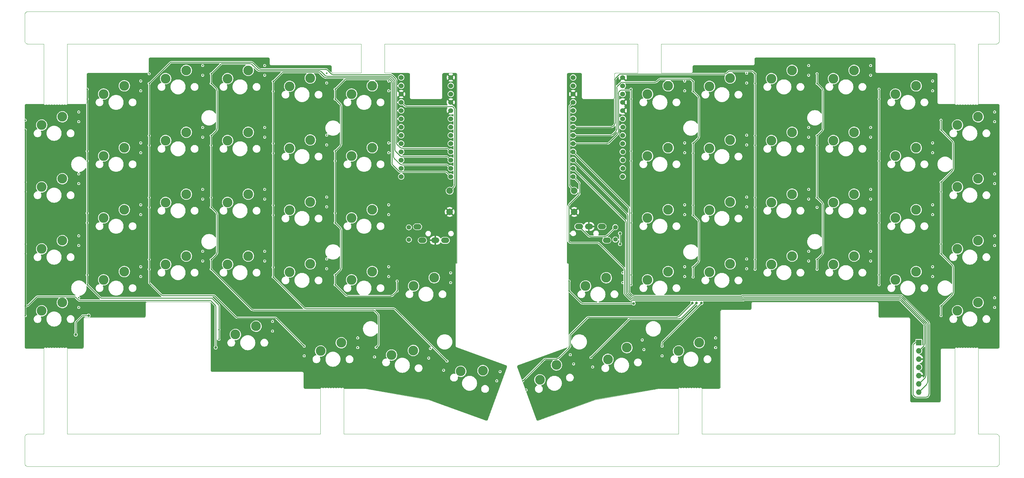
<source format=gtl>
G04 #@! TF.GenerationSoftware,KiCad,Pcbnew,7.0.2*
G04 #@! TF.CreationDate,2023-09-16T21:04:49+09:00*
G04 #@! TF.ProjectId,SumNight57,53756d4e-6967-4687-9435-372e6b696361,rev?*
G04 #@! TF.SameCoordinates,Original*
G04 #@! TF.FileFunction,Copper,L1,Top*
G04 #@! TF.FilePolarity,Positive*
%FSLAX46Y46*%
G04 Gerber Fmt 4.6, Leading zero omitted, Abs format (unit mm)*
G04 Created by KiCad (PCBNEW 7.0.2) date 2023-09-16 21:04:49*
%MOMM*%
%LPD*%
G01*
G04 APERTURE LIST*
G04 #@! TA.AperFunction,ComponentPad*
%ADD10R,1.700000X1.700000*%
G04 #@! TD*
G04 #@! TA.AperFunction,ComponentPad*
%ADD11O,1.700000X1.700000*%
G04 #@! TD*
G04 #@! TA.AperFunction,ComponentPad*
%ADD12C,1.397000*%
G04 #@! TD*
G04 #@! TA.AperFunction,ComponentPad*
%ADD13O,2.500000X1.700000*%
G04 #@! TD*
G04 #@! TA.AperFunction,ComponentPad*
%ADD14C,1.524000*%
G04 #@! TD*
G04 #@! TA.AperFunction,ComponentPad*
%ADD15C,2.000000*%
G04 #@! TD*
G04 #@! TA.AperFunction,WasherPad*
%ADD16C,3.000000*%
G04 #@! TD*
G04 #@! TA.AperFunction,ComponentPad*
%ADD17C,0.500000*%
G04 #@! TD*
G04 #@! TA.AperFunction,ViaPad*
%ADD18C,0.800000*%
G04 #@! TD*
G04 #@! TA.AperFunction,Conductor*
%ADD19C,0.250000*%
G04 #@! TD*
G04 #@! TA.AperFunction,Conductor*
%ADD20C,0.400000*%
G04 #@! TD*
G04 #@! TA.AperFunction,Profile*
%ADD21C,0.074083*%
G04 #@! TD*
G04 APERTURE END LIST*
D10*
X282615974Y-141913644D03*
D11*
X282615974Y-144453644D03*
X282615974Y-146993644D03*
X282615974Y-149533644D03*
X282615974Y-152073644D03*
X282615974Y-154613644D03*
X282615974Y-157153644D03*
D12*
X125894974Y-106479894D03*
X189355974Y-106429894D03*
D13*
X181215974Y-106229894D03*
X178215974Y-106229894D03*
X186715974Y-110429894D03*
X185215974Y-106229894D03*
D14*
X138774974Y-62919894D03*
X138774974Y-65459894D03*
X138774974Y-67999894D03*
X138774974Y-70539894D03*
X138774974Y-73079894D03*
X138784974Y-75619894D03*
X138774974Y-78159894D03*
X138774974Y-80699894D03*
X138784974Y-83239894D03*
X138784974Y-85779894D03*
X138784974Y-88319894D03*
X138774974Y-90859894D03*
X123534974Y-90859894D03*
X123524974Y-88319894D03*
X123524974Y-85779894D03*
X123524974Y-83239894D03*
X123524974Y-80699894D03*
X123534974Y-78159894D03*
X123524974Y-75619894D03*
X123534974Y-73079894D03*
X123534974Y-70539894D03*
X123534974Y-67999894D03*
X123534974Y-65459894D03*
X123534974Y-62919894D03*
X123534974Y-60379894D03*
X138774974Y-60379894D03*
D12*
X189355974Y-110229895D03*
D14*
X191624974Y-62919894D03*
X191624974Y-65459894D03*
X191624974Y-67999894D03*
X191624974Y-70539894D03*
X191624974Y-73079894D03*
X191634974Y-75619894D03*
X191624974Y-78159894D03*
X191624974Y-80699894D03*
X191634974Y-83239894D03*
X191634974Y-85779894D03*
X191634974Y-88319894D03*
X191624974Y-90859894D03*
X176384974Y-90859894D03*
X176374974Y-88319894D03*
X176374974Y-85779894D03*
X176374974Y-83239894D03*
X176374974Y-80699894D03*
X176384974Y-78159894D03*
X176374974Y-75619894D03*
X176384974Y-73079894D03*
X176384974Y-70539894D03*
X176384974Y-67999894D03*
X176384974Y-65459894D03*
X176384974Y-62919894D03*
X176384974Y-60379894D03*
X191624974Y-60379894D03*
D13*
X134034974Y-110479894D03*
X137034974Y-110479894D03*
X128534974Y-106279894D03*
X130034974Y-110479894D03*
D15*
X176715974Y-95229894D03*
X176715974Y-101729894D03*
D12*
X125894974Y-110279894D03*
D15*
X138434974Y-95229894D03*
X138434974Y-101729894D03*
D16*
X70194974Y-117871144D03*
X76544974Y-115331144D03*
D17*
X65144974Y-116371144D03*
X65144974Y-119371144D03*
X81594974Y-113831144D03*
X81594974Y-116831144D03*
D16*
X199244974Y-103583644D03*
X205594974Y-101043644D03*
D17*
X194194974Y-102083644D03*
X194194974Y-105083644D03*
X210644974Y-99543644D03*
X210644974Y-102543644D03*
D16*
X237344974Y-98821144D03*
X243694974Y-96281144D03*
D17*
X232294974Y-97321144D03*
X232294974Y-100321144D03*
X248744974Y-94781144D03*
X248744974Y-97781144D03*
D16*
X294494974Y-75008644D03*
X300844974Y-72468644D03*
D17*
X289444974Y-73508644D03*
X289444974Y-76508644D03*
X305894974Y-70968644D03*
X305894974Y-73968644D03*
D16*
X98769724Y-144517644D03*
X105119724Y-141977644D03*
D17*
X93719724Y-143017644D03*
X93719724Y-146017644D03*
X110169724Y-140477644D03*
X110169724Y-143477644D03*
D16*
X51144974Y-60721144D03*
X57494974Y-58181144D03*
D17*
X46094974Y-59221144D03*
X46094974Y-62221144D03*
X62544974Y-56681144D03*
X62544974Y-59681144D03*
D16*
X127344974Y-124514894D03*
X133694974Y-121974894D03*
D17*
X122294974Y-123014894D03*
X122294974Y-126014894D03*
X138744974Y-120474894D03*
X138744974Y-123474894D03*
D16*
X72575974Y-139437644D03*
X78925974Y-136897644D03*
D17*
X67525974Y-137937644D03*
X67525974Y-140937644D03*
X83975974Y-135397644D03*
X83975974Y-138397644D03*
D16*
X32094974Y-122633644D03*
X38444974Y-120093644D03*
D17*
X27044974Y-121133644D03*
X27044974Y-124133644D03*
X43494974Y-118593644D03*
X43494974Y-121593644D03*
D16*
X13044974Y-75008644D03*
X19394974Y-72468644D03*
D17*
X7994974Y-73508644D03*
X7994974Y-76508644D03*
X24444974Y-70968644D03*
X24444974Y-73968644D03*
D16*
X32094974Y-65483644D03*
X38444974Y-62943644D03*
D17*
X27044974Y-63983644D03*
X27044974Y-66983644D03*
X43494974Y-61443644D03*
X43494974Y-64443644D03*
D16*
X275444974Y-84533644D03*
X281794974Y-81993644D03*
D17*
X270394974Y-83033644D03*
X270394974Y-86033644D03*
X286844974Y-80493644D03*
X286844974Y-83493644D03*
D16*
X218294974Y-101202394D03*
X224644974Y-98662394D03*
D17*
X213244974Y-99702394D03*
X213244974Y-102702394D03*
X229694974Y-97162394D03*
X229694974Y-100162394D03*
D16*
X256394974Y-117871144D03*
X262744974Y-115331144D03*
D17*
X251344974Y-116371144D03*
X251344974Y-119371144D03*
X267794974Y-113831144D03*
X267794974Y-116831144D03*
D16*
X51144974Y-79771144D03*
X57494974Y-77231144D03*
D17*
X46094974Y-78271144D03*
X46094974Y-81271144D03*
X62544974Y-75731144D03*
X62544974Y-78731144D03*
D16*
X237344974Y-79771144D03*
X243694974Y-77231144D03*
D17*
X232294974Y-78271144D03*
X232294974Y-81271144D03*
X248744974Y-75731144D03*
X248744974Y-78731144D03*
D16*
X199244974Y-122633644D03*
X205594974Y-120093644D03*
D17*
X194194974Y-121133644D03*
X194194974Y-124133644D03*
X210644974Y-118593644D03*
X210644974Y-121593644D03*
D16*
X108294974Y-122633644D03*
X114644974Y-120093644D03*
D17*
X103244974Y-121133644D03*
X103244974Y-124133644D03*
X119694974Y-118593644D03*
X119694974Y-121593644D03*
D16*
X108294974Y-84533644D03*
X114644974Y-81993644D03*
D17*
X103244974Y-83033644D03*
X103244974Y-86033644D03*
X119694974Y-80493644D03*
X119694974Y-83493644D03*
D16*
X294494974Y-132158644D03*
X300844974Y-129618644D03*
D17*
X289444974Y-130658644D03*
X289444974Y-133658644D03*
X305894974Y-128118644D03*
X305894974Y-131118644D03*
D16*
X275444974Y-65483644D03*
X281794974Y-62943644D03*
D17*
X270394974Y-63983644D03*
X270394974Y-66983644D03*
X286844974Y-61443644D03*
X286844974Y-64443644D03*
D16*
X237344974Y-117871144D03*
X243694974Y-115331144D03*
D17*
X232294974Y-116371144D03*
X232294974Y-119371144D03*
X248744974Y-113831144D03*
X248744974Y-116831144D03*
D16*
X51144974Y-117871144D03*
X57494974Y-115331144D03*
D17*
X46094974Y-116371144D03*
X46094974Y-119371144D03*
X62544974Y-113831144D03*
X62544974Y-116831144D03*
D16*
X208769974Y-144517894D03*
X215119974Y-141977894D03*
D17*
X203719974Y-143017894D03*
X203719974Y-146017894D03*
X220169974Y-140477894D03*
X220169974Y-143477894D03*
D16*
X275444974Y-122633644D03*
X281794974Y-120093644D03*
D17*
X270394974Y-121133644D03*
X270394974Y-124133644D03*
X286844974Y-118593644D03*
X286844974Y-121593644D03*
D16*
X199244974Y-84533644D03*
X205594974Y-81993644D03*
D17*
X194194974Y-83033644D03*
X194194974Y-86033644D03*
X210644974Y-80493644D03*
X210644974Y-83493644D03*
D16*
X218294974Y-82152394D03*
X224644974Y-79612394D03*
D17*
X213244974Y-80652394D03*
X213244974Y-83652394D03*
X229694974Y-78112394D03*
X229694974Y-81112394D03*
D16*
X89244974Y-101202394D03*
X95594974Y-98662394D03*
D17*
X84194974Y-99702394D03*
X84194974Y-102702394D03*
X100644974Y-97162394D03*
X100644974Y-100162394D03*
D16*
X294494974Y-113108644D03*
X300844974Y-110568644D03*
D17*
X289444974Y-111608644D03*
X289444974Y-114608644D03*
X305894974Y-109068644D03*
X305894974Y-112068644D03*
D16*
X237344974Y-60721144D03*
X243694974Y-58181144D03*
D17*
X232294974Y-59221144D03*
X232294974Y-62221144D03*
X248744974Y-56681144D03*
X248744974Y-59681144D03*
D16*
X89244974Y-63102394D03*
X95594974Y-60562394D03*
D17*
X84194974Y-61602394D03*
X84194974Y-64602394D03*
X100644974Y-59062394D03*
X100644974Y-62062394D03*
D16*
X256394974Y-98821144D03*
X262744974Y-96281144D03*
D17*
X251344974Y-97321144D03*
X251344974Y-100321144D03*
X267794974Y-94781144D03*
X267794974Y-97781144D03*
D16*
X13044974Y-132158644D03*
X19394974Y-129618644D03*
D17*
X7994974Y-130658644D03*
X7994974Y-133658644D03*
X24444974Y-128118644D03*
X24444974Y-131118644D03*
D16*
X108294974Y-103583644D03*
X114644974Y-101043644D03*
D17*
X103244974Y-102083644D03*
X103244974Y-105083644D03*
X119694974Y-99543644D03*
X119694974Y-102543644D03*
D16*
X294494974Y-94058644D03*
X300844974Y-91518644D03*
D17*
X289444974Y-92558644D03*
X289444974Y-95558644D03*
X305894974Y-90018644D03*
X305894974Y-93018644D03*
D16*
X32094974Y-84533644D03*
X38444974Y-81993644D03*
D17*
X27044974Y-83033644D03*
X27044974Y-86033644D03*
X43494974Y-80493644D03*
X43494974Y-83493644D03*
D16*
X275444974Y-103583644D03*
X281794974Y-101043644D03*
D17*
X270394974Y-102083644D03*
X270394974Y-105083644D03*
X286844974Y-99543644D03*
X286844974Y-102543644D03*
D16*
X89244974Y-120252394D03*
X95594974Y-117712394D03*
D17*
X84194974Y-118752394D03*
X84194974Y-121752394D03*
X100644974Y-116212394D03*
X100644974Y-119212394D03*
D16*
X256394974Y-60721144D03*
X262744974Y-58181144D03*
D17*
X251344974Y-59221144D03*
X251344974Y-62221144D03*
X267794974Y-56681144D03*
X267794974Y-59681144D03*
D16*
X120574819Y-145759000D03*
X127269414Y-144360254D03*
D17*
X115862012Y-143404865D03*
X115341067Y-146359288D03*
X132503166Y-143759966D03*
X131982221Y-146714389D03*
D16*
X218294974Y-120252394D03*
X224644974Y-117712394D03*
D17*
X213244974Y-118752394D03*
X213244974Y-121752394D03*
X229694974Y-116212394D03*
X229694974Y-119212394D03*
D16*
X218294974Y-63102394D03*
X224644974Y-60562394D03*
D17*
X213244974Y-61602394D03*
X213244974Y-64602394D03*
X229694974Y-59062394D03*
X229694974Y-62062394D03*
D16*
X70194974Y-98821144D03*
X76544974Y-96281144D03*
D17*
X65144974Y-97321144D03*
X65144974Y-100321144D03*
X81594974Y-94781144D03*
X81594974Y-97781144D03*
D16*
X13044974Y-94058644D03*
X19394974Y-91518644D03*
D17*
X7994974Y-92558644D03*
X7994974Y-95558644D03*
X24444974Y-90018644D03*
X24444974Y-93018644D03*
D16*
X180194974Y-124514894D03*
X186544974Y-121974894D03*
D17*
X175144974Y-123014894D03*
X175144974Y-126014894D03*
X191594974Y-120474894D03*
X191594974Y-123474894D03*
D16*
X70194974Y-79771144D03*
X76544974Y-77231144D03*
D17*
X65144974Y-78271144D03*
X65144974Y-81271144D03*
X81594974Y-75731144D03*
X81594974Y-78731144D03*
D16*
X89244974Y-82152394D03*
X95594974Y-79612394D03*
D17*
X84194974Y-80652394D03*
X84194974Y-83652394D03*
X100644974Y-78112394D03*
X100644974Y-81112394D03*
D16*
X51144974Y-98821144D03*
X57494974Y-96281144D03*
D17*
X46094974Y-97321144D03*
X46094974Y-100321144D03*
X62544974Y-94781144D03*
X62544974Y-97781144D03*
D16*
X32094974Y-103583644D03*
X38444974Y-101043644D03*
D17*
X27044974Y-102083644D03*
X27044974Y-105083644D03*
X43494974Y-99543644D03*
X43494974Y-102543644D03*
D16*
X13044974Y-113108644D03*
X19394974Y-110568644D03*
D17*
X7994974Y-111608644D03*
X7994974Y-114608644D03*
X24444974Y-109068644D03*
X24444974Y-112068644D03*
D16*
X256394974Y-79771144D03*
X262744974Y-77231144D03*
D17*
X251344974Y-78271144D03*
X251344974Y-81271144D03*
X267794974Y-75731144D03*
X267794974Y-78731144D03*
D16*
X108294974Y-65483644D03*
X114644974Y-62943644D03*
D17*
X103244974Y-63983644D03*
X103244974Y-66983644D03*
X119694974Y-61443644D03*
X119694974Y-64443644D03*
D16*
X166165130Y-153373651D03*
X171263447Y-148815004D03*
D17*
X160906652Y-153691314D03*
X161932712Y-156510392D03*
X175495864Y-145678264D03*
X176521925Y-148497342D03*
D16*
X70194974Y-60721144D03*
X76544974Y-58181144D03*
D17*
X65144974Y-59221144D03*
X65144974Y-62221144D03*
X81594974Y-56681144D03*
X81594974Y-59681144D03*
D16*
X187079938Y-147082450D03*
X192892401Y-143478372D03*
D17*
X181846187Y-146482162D03*
X182367131Y-149436585D03*
X197605208Y-141124237D03*
X198126152Y-144078661D03*
D16*
X141833404Y-150767207D03*
X148669184Y-150552216D03*
D17*
X137600987Y-147630466D03*
X136574926Y-150449544D03*
X153927662Y-150869878D03*
X152901601Y-153688956D03*
D16*
X199244974Y-65483644D03*
X205594974Y-62943644D03*
D17*
X194194974Y-63983644D03*
X194194974Y-66983644D03*
X210644974Y-61443644D03*
X210644974Y-64443644D03*
D18*
X27459474Y-133619144D03*
X23522474Y-139461144D03*
X66537422Y-143436196D03*
X119089974Y-115648644D03*
X105119974Y-96598644D03*
X65749974Y-148287644D03*
X23839974Y-106123644D03*
X28445603Y-127721406D03*
X125185974Y-67769644D03*
X177654974Y-61649894D03*
X171304974Y-145469894D03*
X206229974Y-151208644D03*
X234169974Y-72786144D03*
X42889974Y-96598644D03*
X305924974Y-87049894D03*
X27903974Y-74881644D03*
X67527974Y-150065644D03*
X186974974Y-79453644D03*
X220834974Y-132793644D03*
X65544412Y-131105202D03*
X176384974Y-112449894D03*
X126201974Y-68531644D03*
X61304974Y-91836144D03*
X251617974Y-67388644D03*
X47969974Y-72786144D03*
X80989974Y-129936144D03*
X272269974Y-115648644D03*
X106389974Y-77548644D03*
X229089974Y-113267394D03*
X75909974Y-131682394D03*
X100039974Y-94217394D03*
X286239974Y-77548644D03*
X119089974Y-96598644D03*
X60669974Y-110886144D03*
X86069974Y-94217394D03*
X42889974Y-77548644D03*
X148807974Y-164289644D03*
X195737974Y-76913644D03*
X99404974Y-75167394D03*
X65749974Y-56752394D03*
X253219974Y-91836144D03*
X196069974Y-96598644D03*
X195737974Y-79453644D03*
X21299974Y-125173644D03*
X191624974Y-109298644D03*
X136869974Y-86057644D03*
X305338974Y-142953644D03*
X257664974Y-64848644D03*
X228122974Y-71198644D03*
X229089974Y-75167394D03*
X27175603Y-126451406D03*
X305924974Y-125149894D03*
X286034974Y-59895644D03*
X285780974Y-72341644D03*
X84164974Y-59292394D03*
X161144974Y-149279894D03*
X295764974Y-125149894D03*
X177654974Y-64189894D03*
X208769974Y-115648644D03*
X177322974Y-92915644D03*
X43524974Y-115648644D03*
X149315974Y-163019644D03*
X216389974Y-113267394D03*
X139409974Y-134857394D03*
X166224974Y-162638644D03*
X272269974Y-77548644D03*
X61431974Y-67515644D03*
X246869974Y-110886144D03*
X229089974Y-94217394D03*
X179559974Y-158193644D03*
X178924974Y-109909894D03*
X218929974Y-151208644D03*
X136869974Y-88343644D03*
X190784974Y-101551644D03*
X126709974Y-86057644D03*
X177654974Y-98479894D03*
X8599974Y-71833644D03*
X291368974Y-70563644D03*
X210039974Y-77548644D03*
X272269974Y-96598644D03*
X234169974Y-91836144D03*
X262744974Y-64848644D03*
X80989974Y-72786144D03*
X294494974Y-87049894D03*
X94959974Y-147557394D03*
X246869974Y-72786144D03*
X216389974Y-75167394D03*
X47969974Y-110886144D03*
X266222974Y-67388644D03*
X67019974Y-91836144D03*
X80989974Y-110886144D03*
X154649974Y-150097394D03*
X193070974Y-66245644D03*
X203357974Y-79453644D03*
X177830974Y-76913644D03*
X178084974Y-86057644D03*
X306608974Y-141937644D03*
X136869974Y-83517644D03*
X254489974Y-110886144D03*
X286239974Y-96598644D03*
X196069974Y-115648644D03*
X189514974Y-80215644D03*
X8345974Y-141937644D03*
X217708974Y-129745644D03*
X94451974Y-154129644D03*
X177830974Y-81993644D03*
X68924974Y-72786144D03*
X191624974Y-113108644D03*
X117819974Y-136762394D03*
X85053974Y-69547644D03*
X275620974Y-131269644D03*
X47969974Y-91836144D03*
X176052974Y-92915644D03*
X27899675Y-70059943D03*
X10504974Y-87073644D03*
X270794974Y-131015644D03*
X184639974Y-153748644D03*
X126709974Y-88343644D03*
X177830974Y-79453644D03*
X234169974Y-110886144D03*
X80989974Y-91836144D03*
X273334974Y-133555644D03*
X126455974Y-83517644D03*
X294494974Y-106099894D03*
X177654974Y-66729894D03*
X226852974Y-129745644D03*
X176384974Y-128959894D03*
X28919974Y-115648644D03*
X195434974Y-73738644D03*
X110199974Y-136762394D03*
X213517974Y-71833644D03*
X176384974Y-121339894D03*
X9869974Y-125173644D03*
X9869974Y-106123644D03*
X86069974Y-113267394D03*
X267189974Y-91836144D03*
X210039974Y-96598644D03*
X21299974Y-87073644D03*
X216389974Y-94217394D03*
X247807974Y-68658644D03*
X272064974Y-60149644D03*
X187814974Y-119458644D03*
X26125974Y-76151644D03*
X187814974Y-124538644D03*
X102833974Y-71071644D03*
X86069974Y-75167394D03*
X197974974Y-151208644D03*
X209326974Y-130253644D03*
X273588974Y-72341644D03*
X9361974Y-143207644D03*
X99785974Y-69801644D03*
X183369974Y-100408644D03*
X64733974Y-67515644D03*
X28919974Y-96598644D03*
X92419974Y-131047394D03*
X188244974Y-76913644D03*
X233202974Y-69293644D03*
X267189974Y-110886144D03*
X28919974Y-77548644D03*
X305924974Y-106099894D03*
X248139974Y-91836144D03*
X61304974Y-72786144D03*
X176052974Y-106123644D03*
X47207974Y-69801644D03*
X305338974Y-69547644D03*
X286239974Y-115648644D03*
X176384974Y-136579894D03*
X275620974Y-132539644D03*
X190530974Y-95963644D03*
X118454974Y-77548644D03*
X192816974Y-71833644D03*
X267189974Y-72786144D03*
X190784974Y-98757644D03*
X203992974Y-76913644D03*
X95721974Y-155145644D03*
X68289974Y-110886144D03*
X80735974Y-67515644D03*
X209072974Y-132285644D03*
X254489974Y-72786144D03*
X25617974Y-69293644D03*
X118835974Y-72087644D03*
X99404974Y-113267394D03*
X178084974Y-88597644D03*
X190784724Y-111624644D03*
X190784724Y-108322644D03*
X214279724Y-129785644D03*
X215803724Y-129785644D03*
X194975724Y-129912644D03*
X213009724Y-129785644D03*
D19*
X23522474Y-139461144D02*
X23522474Y-135858251D01*
X25761581Y-133619144D02*
X27459474Y-133619144D01*
X23668921Y-135504697D02*
X25408028Y-133765590D01*
X25761581Y-133619118D02*
G75*
G03*
X25408028Y-133765590I19J-499982D01*
G01*
X23668890Y-135504666D02*
G75*
G03*
X23522474Y-135858251I353610J-353534D01*
G01*
D20*
X7994974Y-95558644D02*
X7994974Y-92558644D01*
X7994974Y-92558644D02*
X7994974Y-76508644D01*
D19*
X66390975Y-130386645D02*
X65134420Y-129130090D01*
X8495867Y-130658644D02*
X7994974Y-130658644D01*
X11421527Y-127940091D02*
X8849420Y-130512198D01*
X23099694Y-127793644D02*
X11775081Y-127793644D01*
X66537422Y-143436196D02*
X66537422Y-130740199D01*
D20*
X7994974Y-130658644D02*
X7994974Y-114608644D01*
X7994974Y-111608644D02*
X7994974Y-95558644D01*
D19*
X64780867Y-128983644D02*
X24703908Y-128983644D01*
D20*
X7994974Y-114608644D02*
X7994974Y-111608644D01*
D19*
X24350354Y-128837197D02*
X23453247Y-127940090D01*
X7994974Y-133658644D02*
X7994974Y-130658644D01*
X8495867Y-130658607D02*
G75*
G03*
X8849419Y-130512197I33J500007D01*
G01*
X66537416Y-130740199D02*
G75*
G03*
X66390975Y-130386645I-500016J-1D01*
G01*
X65134427Y-129130083D02*
G75*
G03*
X64780867Y-128983644I-353527J-353517D01*
G01*
X24350341Y-128837210D02*
G75*
G03*
X24703908Y-128983644I353559J353610D01*
G01*
X23453241Y-127940096D02*
G75*
G03*
X23099694Y-127793644I-353541J-353504D01*
G01*
X11775081Y-127793618D02*
G75*
G03*
X11421527Y-127940091I19J-499982D01*
G01*
X139917974Y-93332680D02*
X139917974Y-70269894D01*
X138917974Y-69269894D02*
X125219188Y-69269894D01*
X124512081Y-68977001D02*
X123534974Y-67999894D01*
X138434974Y-95229894D02*
X139625081Y-94039787D01*
X124512088Y-68976994D02*
G75*
G03*
X125219188Y-69269894I707112J707094D01*
G01*
X139625085Y-94039791D02*
G75*
G03*
X139917974Y-93332680I-707085J707091D01*
G01*
X139918006Y-70269894D02*
G75*
G03*
X138917974Y-69269894I-1000006J-6D01*
G01*
X189355974Y-106429894D02*
X186773867Y-109012001D01*
X186066760Y-109304894D02*
X181705188Y-109304894D01*
X180998081Y-109012001D02*
X178215974Y-106229894D01*
X180998088Y-109011994D02*
G75*
G03*
X181705188Y-109304894I707112J707094D01*
G01*
X186066760Y-109304867D02*
G75*
G03*
X186773866Y-109012000I40J999967D01*
G01*
X175287974Y-69511108D02*
X175287974Y-93387680D01*
X175580867Y-94094787D02*
X176715974Y-95229894D01*
X176384974Y-67999894D02*
X175580867Y-68804001D01*
X175287996Y-93387680D02*
G75*
G03*
X175580867Y-94094787I1000004J-20D01*
G01*
X175580858Y-68803992D02*
G75*
G03*
X175287974Y-69511108I707142J-707108D01*
G01*
X190784724Y-108322644D02*
X190784724Y-111624644D01*
X181846187Y-146482162D02*
X193463812Y-134864537D01*
X209786617Y-134278751D02*
X214279724Y-129785644D01*
X189553617Y-60404751D02*
X190372581Y-59585787D01*
X176374974Y-75619894D02*
X188021260Y-75619894D01*
X232294974Y-81271144D02*
X232294974Y-97321144D01*
X189260724Y-74380430D02*
X189260724Y-61111858D01*
X232294974Y-116371144D02*
X232294974Y-119371144D01*
X194170919Y-134571644D02*
X209079510Y-134571644D01*
X231778367Y-58704537D02*
X232294974Y-59221144D01*
X232294974Y-62221144D02*
X232294974Y-78271144D01*
X232294974Y-97321144D02*
X232294974Y-100321144D01*
X188728367Y-75327001D02*
X188967831Y-75087537D01*
X224628998Y-58411644D02*
X231071260Y-58411644D01*
X232294974Y-100321144D02*
X232294974Y-116371144D01*
X232294974Y-59221144D02*
X232294974Y-62221144D01*
X223626427Y-59000001D02*
X223921891Y-58704537D01*
X191079688Y-59292894D02*
X222919320Y-59292894D01*
X232294974Y-78271144D02*
X232294974Y-81271144D01*
X191079688Y-59292887D02*
G75*
G03*
X190372581Y-59585787I12J-1000013D01*
G01*
X224628998Y-58411630D02*
G75*
G03*
X223921891Y-58704537I2J-999970D01*
G01*
X231778378Y-58704526D02*
G75*
G03*
X231071260Y-58411644I-707078J-707074D01*
G01*
X189553643Y-60404777D02*
G75*
G03*
X189260724Y-61111858I707057J-707123D01*
G01*
X209079510Y-134571638D02*
G75*
G03*
X209786617Y-134278751I-10J1000038D01*
G01*
X188021260Y-75619867D02*
G75*
G03*
X188728366Y-75327000I40J999967D01*
G01*
X194170919Y-134571645D02*
G75*
G03*
X193463813Y-134864538I-19J-999955D01*
G01*
X222919320Y-59292910D02*
G75*
G03*
X223626427Y-59000001I-20J1000010D01*
G01*
X188967821Y-75087527D02*
G75*
G03*
X189260724Y-74380430I-707121J707127D01*
G01*
X252862081Y-114854037D02*
X251344974Y-116371144D01*
X251344974Y-78271144D02*
X251344974Y-81271144D01*
X251344974Y-116371144D02*
X251344974Y-119371144D01*
X252862081Y-76754037D02*
X251344974Y-78271144D01*
X251344974Y-97321144D02*
X252862081Y-98838251D01*
X204012867Y-141576501D02*
X215803724Y-129785644D01*
X253154974Y-99545358D02*
X253154974Y-114146930D01*
X253154974Y-64445358D02*
X253154974Y-76046930D01*
X251344974Y-59221144D02*
X251344974Y-62221144D01*
X203719974Y-143017894D02*
X203719974Y-142283608D01*
X251344974Y-62221144D02*
X252862081Y-63738251D01*
X251344974Y-81271144D02*
X251344974Y-97321144D01*
X253155011Y-99545358D02*
G75*
G03*
X252862081Y-98838251I-1000011J-42D01*
G01*
X253155011Y-64445358D02*
G75*
G03*
X252862081Y-63738251I-1000011J-42D01*
G01*
X204012858Y-141576492D02*
G75*
G03*
X203719974Y-142283608I707142J-707108D01*
G01*
X252862060Y-114854016D02*
G75*
G03*
X253154974Y-114146930I-707060J707116D01*
G01*
X252862060Y-76754016D02*
G75*
G03*
X253154974Y-76046930I-707060J707116D01*
G01*
X270394974Y-83033644D02*
X270394974Y-86033644D01*
X270394974Y-86033644D02*
X270394974Y-121133644D01*
X270394974Y-63983644D02*
X270394974Y-66983644D01*
X270394974Y-66983644D02*
X270394974Y-83033644D01*
X270394974Y-121133644D02*
X270394974Y-124133644D01*
X282615974Y-144453644D02*
X284090831Y-142978787D01*
X175036724Y-110862644D02*
X175036724Y-99973858D01*
X284383724Y-142271680D02*
X284383724Y-136803858D01*
X276349510Y-128769644D02*
X228884724Y-128769644D01*
X192181724Y-126579500D02*
X192181724Y-119658858D01*
X183766510Y-111243644D02*
X175831938Y-111243644D01*
X228500114Y-128947147D02*
X194549371Y-128947147D01*
X175124831Y-110950751D02*
X175036724Y-110862644D01*
X193842264Y-128654254D02*
X192474617Y-127286607D01*
X178338724Y-95843430D02*
X178338724Y-93227858D01*
X178045831Y-92520751D02*
X176384974Y-90859894D01*
X284090831Y-136096751D02*
X277056617Y-129062537D01*
X175329617Y-99266751D02*
X178045831Y-96550537D01*
X191888831Y-118951751D02*
X184473617Y-111536537D01*
X228884724Y-128769644D02*
X228853667Y-128800701D01*
X175329643Y-99266777D02*
G75*
G03*
X175036724Y-99973858I707057J-707123D01*
G01*
X193842269Y-128654249D02*
G75*
G03*
X194549371Y-128947147I707131J707149D01*
G01*
X178338746Y-93227858D02*
G75*
G03*
X178045830Y-92520752I-1000046J-42D01*
G01*
X178045821Y-96550527D02*
G75*
G03*
X178338724Y-95843430I-707121J707127D01*
G01*
X192181746Y-119658858D02*
G75*
G03*
X191888830Y-118951752I-1000046J-42D01*
G01*
X284090846Y-142978802D02*
G75*
G03*
X284383724Y-142271680I-707146J707102D01*
G01*
X277056603Y-129062551D02*
G75*
G03*
X276349510Y-128769644I-707103J-707049D01*
G01*
X175124803Y-110950779D02*
G75*
G03*
X175831938Y-111243644I707097J707179D01*
G01*
X284383746Y-136803858D02*
G75*
G03*
X284090830Y-136096752I-1000046J-42D01*
G01*
X192181717Y-126579500D02*
G75*
G03*
X192474617Y-127286607I999983J0D01*
G01*
X228500114Y-128947143D02*
G75*
G03*
X228853667Y-128800701I-14J500043D01*
G01*
X184473603Y-111536551D02*
G75*
G03*
X183766510Y-111243644I-707103J-707049D01*
G01*
X27044974Y-124133644D02*
X27044974Y-121133644D01*
X65162557Y-128221644D02*
X31340081Y-128221644D01*
X67379527Y-130231507D02*
X65516110Y-128368090D01*
X67525974Y-137937644D02*
X67525974Y-130585061D01*
X27044974Y-105083644D02*
X27044974Y-102083644D01*
X27044974Y-121133644D02*
X27044974Y-105083644D01*
X67525974Y-137937644D02*
X67525974Y-140937644D01*
X27044974Y-83033644D02*
X27044974Y-86033644D01*
X30986527Y-128075197D02*
X27044974Y-124133644D01*
X27044974Y-63983644D02*
X27044974Y-66983644D01*
X27044974Y-66983644D02*
X27044974Y-83033644D01*
X27044974Y-102083644D02*
X27044974Y-86033644D01*
X67526009Y-130585061D02*
G75*
G03*
X67379527Y-130231507I-500009J-39D01*
G01*
X65516122Y-128368078D02*
G75*
G03*
X65162557Y-128221644I-353522J-353522D01*
G01*
X30986527Y-128075197D02*
G75*
G03*
X31340081Y-128221644I353573J353597D01*
G01*
X102706435Y-59520141D02*
X120166007Y-59520141D01*
X46094974Y-119371144D02*
X46094974Y-123345537D01*
X46094974Y-62221144D02*
X52367081Y-55949037D01*
X53074188Y-55656144D02*
X77313010Y-55656144D01*
X46094974Y-97321144D02*
X46094974Y-100321144D01*
X137990867Y-82445787D02*
X138784974Y-83239894D01*
X120873114Y-59813034D02*
X121747081Y-60687001D01*
X46094974Y-78271144D02*
X46094974Y-81271144D01*
X50209081Y-127459644D02*
X65924557Y-127459644D01*
X66278111Y-127606091D02*
X72819432Y-134147412D01*
X100903365Y-58131285D02*
X101999328Y-59227248D01*
X80323686Y-57838392D02*
X100196258Y-57838392D01*
X46094974Y-100321144D02*
X46094974Y-116371144D01*
X122332867Y-81045038D02*
X123147830Y-81860001D01*
X46094974Y-62221144D02*
X46094974Y-78271144D01*
X46094974Y-81271144D02*
X46094974Y-97321144D01*
X73172985Y-134293858D02*
X84788831Y-134293858D01*
X85142385Y-134440305D02*
X93719724Y-143017644D01*
X46241421Y-123699091D02*
X49855528Y-127313198D01*
X78020117Y-55949037D02*
X79616579Y-57545499D01*
X122039974Y-61394108D02*
X122039974Y-80337931D01*
X46094974Y-116371144D02*
X46094974Y-119371144D01*
X123854937Y-82152894D02*
X137283760Y-82152894D01*
X101999302Y-59227274D02*
G75*
G03*
X102706435Y-59520141I707098J707174D01*
G01*
X79616588Y-57545490D02*
G75*
G03*
X80323686Y-57838392I707112J707090D01*
G01*
X49855528Y-127313198D02*
G75*
G03*
X50209081Y-127459644I353572J353598D01*
G01*
X53074188Y-55656123D02*
G75*
G03*
X52367081Y-55949037I12J-999977D01*
G01*
X137990888Y-82445766D02*
G75*
G03*
X137283760Y-82152894I-707088J-707134D01*
G01*
X72819448Y-134147396D02*
G75*
G03*
X73172985Y-134293858I353552J353496D01*
G01*
X78020103Y-55949051D02*
G75*
G03*
X77313010Y-55656144I-707103J-707049D01*
G01*
X85142378Y-134440312D02*
G75*
G03*
X84788831Y-134293858I-353578J-353588D01*
G01*
X122039960Y-80337931D02*
G75*
G03*
X122332867Y-81045038I1000040J31D01*
G01*
X123147813Y-81860018D02*
G75*
G03*
X123854937Y-82152894I707087J707118D01*
G01*
X120873102Y-59813046D02*
G75*
G03*
X120166007Y-59520141I-707102J-707054D01*
G01*
X66278123Y-127606079D02*
G75*
G03*
X65924557Y-127459644I-353523J-353521D01*
G01*
X100903387Y-58131263D02*
G75*
G03*
X100196258Y-57838392I-707087J-707137D01*
G01*
X46094956Y-123345537D02*
G75*
G03*
X46241421Y-123699091I500044J37D01*
G01*
X122039976Y-61394108D02*
G75*
G03*
X121747081Y-60687001I-999976J8D01*
G01*
X98232759Y-58287893D02*
X80011187Y-58287893D01*
X78132688Y-131944644D02*
X114738510Y-131944644D01*
X77001010Y-56106144D02*
X68674188Y-56106144D01*
X65144974Y-59221144D02*
X65144974Y-62221144D01*
X100035829Y-59676749D02*
X98939866Y-58580786D01*
X65144974Y-62221144D02*
X66662081Y-63738251D01*
X138784974Y-85779894D02*
X137990867Y-84985787D01*
X65144974Y-100321144D02*
X66662081Y-101838251D01*
X65144974Y-116371144D02*
X65144974Y-119371144D01*
X116606980Y-133813114D02*
X116606980Y-142245683D01*
X137283760Y-84692894D02*
X123815188Y-84692894D01*
X121297580Y-60961697D02*
X120598418Y-60262535D01*
X123108081Y-84400001D02*
X121883366Y-83175286D01*
X119891311Y-59969642D02*
X100742936Y-59969642D01*
X66954974Y-64445358D02*
X66954974Y-76046930D01*
X65144974Y-119371144D02*
X77425581Y-131651751D01*
X67967081Y-56399037D02*
X65144974Y-59221144D01*
X65144974Y-81271144D02*
X65144974Y-97321144D01*
X65144974Y-97321144D02*
X65144974Y-100321144D01*
X66954974Y-102545358D02*
X66954974Y-114146930D01*
X65144974Y-78271144D02*
X65144974Y-81271144D01*
X66662081Y-76754037D02*
X65144974Y-78271144D01*
X79304080Y-57995000D02*
X77708117Y-56399037D01*
X66662081Y-114854037D02*
X65144974Y-116371144D01*
X121590473Y-82468179D02*
X121590473Y-61668804D01*
X115445617Y-132237537D02*
X116314087Y-133106007D01*
X116314087Y-142952790D02*
X115862012Y-143404865D01*
X120598404Y-60262549D02*
G75*
G03*
X119891311Y-59969642I-707104J-707051D01*
G01*
X121590478Y-61668804D02*
G75*
G03*
X121297580Y-60961697I-999978J4D01*
G01*
X68674188Y-56106123D02*
G75*
G03*
X67967081Y-56399037I12J-999977D01*
G01*
X98939888Y-58580764D02*
G75*
G03*
X98232759Y-58287893I-707088J-707136D01*
G01*
X115445603Y-132237551D02*
G75*
G03*
X114738510Y-131944644I-707103J-707049D01*
G01*
X123108088Y-84399994D02*
G75*
G03*
X123815188Y-84692894I707112J707094D01*
G01*
X66662060Y-114854016D02*
G75*
G03*
X66954974Y-114146930I-707060J707116D01*
G01*
X116606976Y-133813114D02*
G75*
G03*
X116314087Y-133106007I-999976J14D01*
G01*
X121590496Y-82468179D02*
G75*
G03*
X121883366Y-83175286I1000004J-21D01*
G01*
X79304088Y-57994992D02*
G75*
G03*
X80011187Y-58287893I707112J707092D01*
G01*
X66955011Y-102545358D02*
G75*
G03*
X66662081Y-101838251I-1000011J-42D01*
G01*
X100035803Y-59676775D02*
G75*
G03*
X100742936Y-59969642I707097J707175D01*
G01*
X77425578Y-131651754D02*
G75*
G03*
X78132688Y-131944644I707122J707154D01*
G01*
X66662060Y-76754016D02*
G75*
G03*
X66954974Y-76046930I-707060J707116D01*
G01*
X77708103Y-56399051D02*
G75*
G03*
X77001010Y-56106144I-707103J-707049D01*
G01*
X137990888Y-84985766D02*
G75*
G03*
X137283760Y-84692894I-707088J-707134D01*
G01*
X116314091Y-142952794D02*
G75*
G03*
X116606980Y-142245683I-707091J707094D01*
G01*
X66955011Y-64445358D02*
G75*
G03*
X66662081Y-63738251I-1000011J-42D01*
G01*
X84194974Y-61602394D02*
X84194974Y-64602394D01*
X121700058Y-131729537D02*
X137600987Y-147630466D01*
X137990867Y-87525787D02*
X138784974Y-88319894D01*
X84194974Y-102702394D02*
X84194974Y-118752394D01*
X123815188Y-87232894D02*
X137283760Y-87232894D01*
X94293438Y-131436644D02*
X120992951Y-131436644D01*
X121140972Y-61854993D02*
X121140972Y-84558678D01*
X121433865Y-85265785D02*
X123108081Y-86940001D01*
X84194974Y-121752394D02*
X84194974Y-118752394D01*
X98603617Y-59030287D02*
X99699580Y-60126250D01*
X87474188Y-58737394D02*
X97896510Y-58737394D01*
X100406687Y-60419143D02*
X119705122Y-60419143D01*
X84194974Y-64602394D02*
X84194974Y-80652394D01*
X84194974Y-61602394D02*
X86767081Y-59030287D01*
X84194974Y-121752394D02*
X93586331Y-131143751D01*
X84194974Y-99702394D02*
X84194974Y-83652394D01*
X120412229Y-60712036D02*
X120848079Y-61147886D01*
X84194974Y-102702394D02*
X84194974Y-99702394D01*
X84194974Y-80652394D02*
X84194974Y-83652394D01*
X98603613Y-59030291D02*
G75*
G03*
X97896510Y-58737394I-707113J-707109D01*
G01*
X93586303Y-131143779D02*
G75*
G03*
X94293438Y-131436644I707097J707179D01*
G01*
X120412209Y-60712056D02*
G75*
G03*
X119705122Y-60419143I-707109J-707044D01*
G01*
X121140996Y-84558678D02*
G75*
G03*
X121433865Y-85265785I1000004J-22D01*
G01*
X123108088Y-86939994D02*
G75*
G03*
X123815188Y-87232894I707112J707094D01*
G01*
X121700073Y-131729522D02*
G75*
G03*
X120992951Y-131436644I-707073J-707078D01*
G01*
X99699578Y-60126252D02*
G75*
G03*
X100406687Y-60419143I707122J707152D01*
G01*
X121140985Y-61854993D02*
G75*
G03*
X120848079Y-61147886I-999985J-7D01*
G01*
X137990888Y-87525766D02*
G75*
G03*
X137283760Y-87232894I-707088J-707134D01*
G01*
X87474188Y-58737387D02*
G75*
G03*
X86767081Y-59030287I12J-1000013D01*
G01*
X103244974Y-66983644D02*
X104762081Y-68500751D01*
X103244974Y-102083644D02*
X103244974Y-105083644D01*
X122294974Y-126014894D02*
X122294974Y-123014894D01*
X119518933Y-60868644D02*
X106774188Y-60868644D01*
X106067081Y-61161537D02*
X103244974Y-63983644D01*
X103244974Y-83033644D02*
X103244974Y-86033644D01*
X122781830Y-89114001D02*
X120984364Y-87316535D01*
X107124188Y-127598644D02*
X120297010Y-127598644D01*
X120691471Y-86609428D02*
X120691471Y-62041182D01*
X136907760Y-89406894D02*
X123488937Y-89406894D01*
X105054974Y-69207858D02*
X105054974Y-80809430D01*
X103244974Y-86033644D02*
X103244974Y-102083644D01*
X103244974Y-124133644D02*
X106417081Y-127305751D01*
X104762081Y-81516537D02*
X103244974Y-83033644D01*
X103244974Y-63983644D02*
X103244974Y-66983644D01*
X138774974Y-90859894D02*
X137614867Y-89699787D01*
X120398578Y-61334075D02*
X120226040Y-61161537D01*
X103244974Y-105083644D02*
X104762081Y-106600751D01*
X105054974Y-107307858D02*
X105054974Y-118909430D01*
X103244974Y-121133644D02*
X103244974Y-124133644D01*
X121004117Y-127305751D02*
X122294974Y-126014894D01*
X104762081Y-119616537D02*
X103244974Y-121133644D01*
X120691492Y-62041182D02*
G75*
G03*
X120398578Y-61334075I-999992J-18D01*
G01*
X106774188Y-60868623D02*
G75*
G03*
X106067081Y-61161537I12J-999977D01*
G01*
X106417078Y-127305754D02*
G75*
G03*
X107124188Y-127598644I707122J707154D01*
G01*
X137614888Y-89699766D02*
G75*
G03*
X136907760Y-89406894I-707088J-707134D01*
G01*
X104762060Y-81516516D02*
G75*
G03*
X105054974Y-80809430I-707060J707116D01*
G01*
X105055011Y-107307858D02*
G75*
G03*
X104762081Y-106600751I-1000011J-42D01*
G01*
X122781813Y-89114018D02*
G75*
G03*
X123488937Y-89406894I707087J707118D01*
G01*
X105055011Y-69207858D02*
G75*
G03*
X104762081Y-68500751I-1000011J-42D01*
G01*
X120226014Y-61161563D02*
G75*
G03*
X119518933Y-60868644I-707114J-707037D01*
G01*
X104762060Y-119616516D02*
G75*
G03*
X105054974Y-118909430I-707060J707116D01*
G01*
X120691460Y-86609428D02*
G75*
G03*
X120984364Y-87316535I1000040J28D01*
G01*
X120297010Y-127598638D02*
G75*
G03*
X121004117Y-127305751I-10J1000038D01*
G01*
X194071421Y-64107197D02*
X194194974Y-63983644D01*
X176374974Y-80699894D02*
X186751260Y-80699894D01*
X190569617Y-64612000D02*
X190635080Y-64546537D01*
X178749831Y-129619751D02*
X175144974Y-126014894D01*
X194194974Y-102083644D02*
X194194974Y-105083644D01*
X194975724Y-129912644D02*
X179456938Y-129912644D01*
X194194974Y-63983644D02*
X194194974Y-66983644D01*
X194194974Y-86033644D02*
X194194974Y-102083644D01*
X187458367Y-80407001D02*
X189983831Y-77881537D01*
X194194974Y-83033644D02*
X194194974Y-86033644D01*
X194194974Y-121133644D02*
X194194974Y-124133644D01*
X194194974Y-66983644D02*
X194194974Y-83033644D01*
X190276724Y-77174430D02*
X190276724Y-65319107D01*
X175144974Y-126014894D02*
X175144974Y-123014894D01*
X194194974Y-105083644D02*
X194194974Y-121133644D01*
X191342187Y-64253644D02*
X193717867Y-64253644D01*
X189983821Y-77881527D02*
G75*
G03*
X190276724Y-77174430I-707121J707127D01*
G01*
X190569619Y-64612002D02*
G75*
G03*
X190276724Y-65319107I707081J-707098D01*
G01*
X186751260Y-80699867D02*
G75*
G03*
X187458366Y-80407000I40J999967D01*
G01*
X191342187Y-64253622D02*
G75*
G03*
X190635080Y-64546537I13J-999978D01*
G01*
X178749803Y-129619779D02*
G75*
G03*
X179456938Y-129912644I707097J707179D01*
G01*
X193717867Y-64253607D02*
G75*
G03*
X194071420Y-64107196I33J500007D01*
G01*
X203325748Y-60824644D02*
X212053010Y-60824644D01*
X175124831Y-143540537D02*
X171968257Y-146697111D01*
X213244974Y-64602394D02*
X214762081Y-66119501D01*
X213009724Y-129785644D02*
X208966118Y-133829250D01*
X188601367Y-77867001D02*
X189475831Y-76992537D01*
X213244974Y-102702394D02*
X214762081Y-104219501D01*
X214762081Y-117235287D02*
X213244974Y-118752394D01*
X213244974Y-80652394D02*
X213244974Y-83652394D01*
X176384974Y-78159894D02*
X187894260Y-78159894D01*
X213244974Y-118752394D02*
X213244974Y-121752394D01*
X180567332Y-134415036D02*
X175710617Y-139271751D01*
X175417724Y-139978858D02*
X175417724Y-142833430D01*
X208259011Y-134122143D02*
X181274439Y-134122143D01*
X214762081Y-79135287D02*
X213244974Y-80652394D01*
X171261150Y-146990004D02*
X168022176Y-146990004D01*
X213244974Y-99702394D02*
X213244974Y-83652394D01*
X190061617Y-62944751D02*
X190880581Y-62125787D01*
X191587688Y-61832894D02*
X201489070Y-61832894D01*
X167315069Y-147282897D02*
X160906652Y-153691314D01*
X212760117Y-61117537D02*
X213244974Y-61602394D01*
X213244974Y-99702394D02*
X213244974Y-102702394D01*
X215054974Y-66826608D02*
X215054974Y-78428180D01*
X213244974Y-61602394D02*
X213244974Y-64602394D01*
X215054974Y-104926608D02*
X215054974Y-116528180D01*
X189768724Y-76285430D02*
X189768724Y-63651858D01*
X202196177Y-61540001D02*
X202618641Y-61117537D01*
X208259011Y-134122138D02*
G75*
G03*
X208966118Y-133829250I-11J1000038D01*
G01*
X214762085Y-79135291D02*
G75*
G03*
X215054974Y-78428180I-707085J707091D01*
G01*
X181274439Y-134122158D02*
G75*
G03*
X180567332Y-134415036I-39J-999942D01*
G01*
X212760103Y-61117551D02*
G75*
G03*
X212053010Y-60824644I-707103J-707049D01*
G01*
X190061643Y-62944777D02*
G75*
G03*
X189768724Y-63651858I707057J-707123D01*
G01*
X175710643Y-139271777D02*
G75*
G03*
X175417724Y-139978858I707057J-707123D01*
G01*
X191587688Y-61832887D02*
G75*
G03*
X190880581Y-62125787I12J-1000013D01*
G01*
X168022176Y-146989986D02*
G75*
G03*
X167315069Y-147282897I24J-1000014D01*
G01*
X175124821Y-143540527D02*
G75*
G03*
X175417724Y-142833430I-707121J707127D01*
G01*
X171261150Y-146989967D02*
G75*
G03*
X171968256Y-146697110I50J999967D01*
G01*
X215054976Y-66826608D02*
G75*
G03*
X214762081Y-66119501I-999976J8D01*
G01*
X201489070Y-61832874D02*
G75*
G03*
X202196176Y-61540000I30J999974D01*
G01*
X203325748Y-60824665D02*
G75*
G03*
X202618641Y-61117537I-48J-999935D01*
G01*
X187894260Y-78159867D02*
G75*
G03*
X188601366Y-77867000I40J999967D01*
G01*
X215054976Y-104926608D02*
G75*
G03*
X214762081Y-104219501I-999976J8D01*
G01*
X189475821Y-76992527D02*
G75*
G03*
X189768724Y-76285430I-707121J707127D01*
G01*
X214762085Y-117235291D02*
G75*
G03*
X215054974Y-116528180I-707085J707091D01*
G01*
X228365899Y-128017089D02*
X228334843Y-128048145D01*
X284989833Y-135724373D02*
X277428995Y-128163535D01*
X193139225Y-126265621D02*
X193139225Y-102958359D01*
X192846332Y-102251252D02*
X176374974Y-85779894D01*
X194214642Y-127755252D02*
X193432118Y-126972728D01*
X228334843Y-128048145D02*
X194921749Y-128048145D01*
X276721888Y-127870642D02*
X228719453Y-127870642D01*
X282615974Y-157153644D02*
X284989833Y-154779785D01*
X285282726Y-154072678D02*
X285282726Y-136431480D01*
X277428992Y-128163538D02*
G75*
G03*
X276721888Y-127870642I-707092J-707062D01*
G01*
X194214629Y-127755265D02*
G75*
G03*
X194921749Y-128048145I707071J707065D01*
G01*
X285282732Y-136431480D02*
G75*
G03*
X284989832Y-135724374I-1000032J-20D01*
G01*
X193139246Y-102958359D02*
G75*
G03*
X192846331Y-102251253I-1000046J-41D01*
G01*
X284989849Y-154779801D02*
G75*
G03*
X285282726Y-154072678I-707149J707101D01*
G01*
X228719453Y-127870597D02*
G75*
G03*
X228365899Y-128017089I47J-500003D01*
G01*
X193139203Y-126265621D02*
G75*
G03*
X193432118Y-126972728I999997J21D01*
G01*
X276908077Y-127421141D02*
X228533264Y-127421141D01*
X228148654Y-127598644D02*
X195107938Y-127598644D01*
X282615974Y-141913644D02*
X281930188Y-141913644D01*
X282003938Y-158741644D02*
X284731510Y-158741644D01*
X193295833Y-100160753D02*
X176374974Y-83239894D01*
X285732227Y-157740927D02*
X285732227Y-136245291D01*
X285439334Y-135538184D02*
X277615184Y-127714034D01*
X281120617Y-158272537D02*
X281296831Y-158448751D01*
X281223081Y-142206537D02*
X281120617Y-142309001D01*
X228179710Y-127567588D02*
X228148654Y-127598644D01*
X194400831Y-127305751D02*
X193881619Y-126786539D01*
X280827724Y-143016108D02*
X280827724Y-157565430D01*
X285438617Y-158448751D02*
X285439334Y-158448034D01*
X193588726Y-126079432D02*
X193588726Y-100867860D01*
X193588696Y-126079432D02*
G75*
G03*
X193881619Y-126786539I1000004J32D01*
G01*
X228533264Y-127421104D02*
G75*
G03*
X228179710Y-127567588I36J-499996D01*
G01*
X281296803Y-158448779D02*
G75*
G03*
X282003938Y-158741644I707097J707179D01*
G01*
X277615187Y-127714031D02*
G75*
G03*
X276908077Y-127421141I-707087J-707069D01*
G01*
X193588746Y-100867860D02*
G75*
G03*
X193295832Y-100160754I-1000046J-40D01*
G01*
X284731510Y-158741638D02*
G75*
G03*
X285438617Y-158448751I-10J1000038D01*
G01*
X285732225Y-136245291D02*
G75*
G03*
X285439333Y-135538185I-1000025J-9D01*
G01*
X285439326Y-158448026D02*
G75*
G03*
X285732227Y-157740927I-707126J707126D01*
G01*
X280827696Y-157565430D02*
G75*
G03*
X281120617Y-158272537I1000004J30D01*
G01*
X281930188Y-141913623D02*
G75*
G03*
X281223081Y-142206537I12J-999977D01*
G01*
X281120618Y-142309002D02*
G75*
G03*
X280827724Y-143016108I707082J-707098D01*
G01*
X194400803Y-127305779D02*
G75*
G03*
X195107938Y-127598644I707097J707179D01*
G01*
X194028453Y-128204753D02*
X192982617Y-127158917D01*
X228552088Y-128466590D02*
X228521032Y-128497646D01*
X192396831Y-104341751D02*
X176374974Y-88319894D01*
X276535699Y-128320143D02*
X228905642Y-128320143D01*
X284833225Y-151982179D02*
X284833225Y-136617669D01*
X228521032Y-128497646D02*
X194735560Y-128497646D01*
X284540332Y-135910562D02*
X277242806Y-128613036D01*
X282615974Y-154613644D02*
X284540332Y-152689286D01*
X192689724Y-126451810D02*
X192689724Y-105048858D01*
X194028484Y-128204722D02*
G75*
G03*
X194735560Y-128497646I707116J707022D01*
G01*
X228905642Y-128320160D02*
G75*
G03*
X228552088Y-128466590I-42J-499940D01*
G01*
X277242797Y-128613045D02*
G75*
G03*
X276535699Y-128320143I-707097J-707055D01*
G01*
X192689710Y-126451810D02*
G75*
G03*
X192982617Y-127158917I999990J10D01*
G01*
X192689746Y-105048858D02*
G75*
G03*
X192396830Y-104341752I-1000046J-42D01*
G01*
X284540347Y-152689301D02*
G75*
G03*
X284833225Y-151982179I-707147J707101D01*
G01*
X284833239Y-136617669D02*
G75*
G03*
X284540331Y-135910563I-1000039J-31D01*
G01*
X293159974Y-88429430D02*
X293159974Y-80637858D01*
X289444974Y-92558644D02*
X289444974Y-95558644D01*
X293159974Y-118737858D02*
X293159974Y-126529430D01*
X289444974Y-114608644D02*
X292867081Y-118030751D01*
X289444974Y-130658644D02*
X289444974Y-133658644D01*
X292867081Y-79930751D02*
X289444974Y-76508644D01*
X289444974Y-111608644D02*
X289444974Y-114608644D01*
X289444974Y-92558644D02*
X292867081Y-89136537D01*
X292867081Y-127236537D02*
X289444974Y-130658644D01*
X289444974Y-73508644D02*
X289444974Y-76508644D01*
X289444974Y-95558644D02*
X289444974Y-111608644D01*
X293160011Y-118737858D02*
G75*
G03*
X292867081Y-118030751I-1000011J-42D01*
G01*
X293160011Y-80637858D02*
G75*
G03*
X292867081Y-79930751I-1000011J-42D01*
G01*
X292867060Y-89136516D02*
G75*
G03*
X293159974Y-88429430I-707060J707116D01*
G01*
X292867060Y-127236516D02*
G75*
G03*
X293159974Y-126529430I-707060J707116D01*
G01*
G04 #@! TA.AperFunction,Conductor*
G36*
X268730852Y-54261575D02*
G01*
X268737245Y-54261733D01*
X268750033Y-54262051D01*
X268756162Y-54262355D01*
X268773353Y-54263636D01*
X268779439Y-54264241D01*
X268796505Y-54266363D01*
X268802535Y-54267263D01*
X268819462Y-54270219D01*
X268825369Y-54271400D01*
X268842149Y-54275184D01*
X268847984Y-54276652D01*
X268864508Y-54281236D01*
X268870248Y-54282979D01*
X268886583Y-54288377D01*
X268892190Y-54290382D01*
X268908272Y-54296577D01*
X268913753Y-54298841D01*
X268929545Y-54305819D01*
X268934946Y-54308363D01*
X268950363Y-54316083D01*
X268955630Y-54318881D01*
X268961161Y-54321991D01*
X268970753Y-54327387D01*
X268975831Y-54330407D01*
X268990584Y-54339666D01*
X268995514Y-54342927D01*
X269009904Y-54352955D01*
X269014669Y-54356449D01*
X269028594Y-54367183D01*
X269033196Y-54370911D01*
X269046660Y-54382363D01*
X269051097Y-54386324D01*
X269061449Y-54396025D01*
X269063229Y-54397693D01*
X269068836Y-54403295D01*
X269079955Y-54415137D01*
X269083962Y-54419617D01*
X269088647Y-54425119D01*
X269095222Y-54432841D01*
X269098985Y-54437484D01*
X269109572Y-54451213D01*
X269113104Y-54456030D01*
X269122969Y-54470191D01*
X269126264Y-54475173D01*
X269135422Y-54489771D01*
X269138479Y-54494916D01*
X269146895Y-54509891D01*
X269149690Y-54515157D01*
X269157381Y-54530528D01*
X269159921Y-54535925D01*
X269165515Y-54548597D01*
X269166847Y-54551615D01*
X269169131Y-54557149D01*
X269175303Y-54573186D01*
X269177322Y-54578835D01*
X269182705Y-54595133D01*
X269184450Y-54600880D01*
X269189034Y-54617407D01*
X269190500Y-54623243D01*
X269194295Y-54640071D01*
X269195478Y-54645991D01*
X269198440Y-54662955D01*
X269199339Y-54668969D01*
X269201469Y-54686084D01*
X269202075Y-54692175D01*
X269203365Y-54709470D01*
X269203669Y-54715601D01*
X269204150Y-54734886D01*
X269204189Y-54737978D01*
X269204189Y-58470721D01*
X269203573Y-58474039D01*
X269204151Y-58497254D01*
X269204189Y-58500338D01*
X269204189Y-58501169D01*
X269203436Y-58505866D01*
X269203845Y-58511344D01*
X269204129Y-58518972D01*
X269204544Y-58520717D01*
X269204603Y-58521511D01*
X269204905Y-58527580D01*
X269204980Y-58530560D01*
X269204575Y-58533878D01*
X269205124Y-58541225D01*
X269206020Y-58544451D01*
X269206384Y-58547367D01*
X269206994Y-58553483D01*
X269207206Y-58556319D01*
X269206966Y-58559650D01*
X269207892Y-58567063D01*
X269208948Y-58570249D01*
X269209445Y-58573082D01*
X269210352Y-58579128D01*
X269210700Y-58581912D01*
X269210627Y-58585246D01*
X269211935Y-58592695D01*
X269213145Y-58595814D01*
X269213752Y-58598486D01*
X269214965Y-58604514D01*
X269215439Y-58607214D01*
X269215531Y-58610550D01*
X269217220Y-58617984D01*
X269218584Y-58621048D01*
X269219311Y-58623649D01*
X269220802Y-58629536D01*
X269221400Y-58632166D01*
X269221659Y-58635512D01*
X269223743Y-58642968D01*
X269225261Y-58645967D01*
X269226095Y-58648468D01*
X269227869Y-58654255D01*
X269228582Y-58656801D01*
X269229006Y-58660136D01*
X269231491Y-58667584D01*
X269233161Y-58670511D01*
X269234074Y-58672856D01*
X269236141Y-58678576D01*
X269236976Y-58681077D01*
X269237564Y-58684393D01*
X269240407Y-58691690D01*
X269242216Y-58694527D01*
X269243255Y-58696849D01*
X269245611Y-58702483D01*
X269246560Y-58704919D01*
X269247310Y-58708201D01*
X269250516Y-58715363D01*
X269252467Y-58718111D01*
X269252984Y-58719130D01*
X269252985Y-58719131D01*
X269253620Y-58720382D01*
X269256242Y-58725873D01*
X269256463Y-58726366D01*
X269257335Y-58728314D01*
X269258248Y-58731562D01*
X269261725Y-58738402D01*
X269263800Y-58741042D01*
X269265122Y-58743353D01*
X269268033Y-58748746D01*
X269269242Y-58751125D01*
X269270317Y-58754333D01*
X269274146Y-58761025D01*
X269276371Y-58763582D01*
X269277788Y-58765797D01*
X269280968Y-58771050D01*
X269282330Y-58773431D01*
X269283558Y-58776572D01*
X269287658Y-58782978D01*
X269289993Y-58785407D01*
X269291580Y-58787636D01*
X269295023Y-58792734D01*
X269296589Y-58795182D01*
X269297968Y-58798245D01*
X269302273Y-58804288D01*
X269304721Y-58806593D01*
X269306474Y-58808812D01*
X269310188Y-58813762D01*
X269311928Y-58816206D01*
X269313455Y-58819194D01*
X269317925Y-58824850D01*
X269320473Y-58827021D01*
X269322452Y-58829283D01*
X269326427Y-58834064D01*
X269328387Y-58836545D01*
X269330059Y-58839449D01*
X269334659Y-58844708D01*
X269337296Y-58846737D01*
X269339522Y-58849038D01*
X269343743Y-58853627D01*
X269345032Y-58855101D01*
X269346304Y-58857109D01*
X269352199Y-58863296D01*
X269353569Y-58864863D01*
X269356896Y-58867203D01*
X269358232Y-58868491D01*
X269361274Y-58871527D01*
X269362447Y-58872740D01*
X269364830Y-58876108D01*
X269366401Y-58877477D01*
X269372768Y-58883520D01*
X269374832Y-58884822D01*
X269375006Y-58884974D01*
X269375007Y-58884975D01*
X269375992Y-58885833D01*
X269380572Y-58890032D01*
X269382674Y-58892058D01*
X269384743Y-58894736D01*
X269390175Y-58899471D01*
X269393132Y-58901165D01*
X269395390Y-58902941D01*
X269400194Y-58906920D01*
X269400237Y-58906957D01*
X269402300Y-58908755D01*
X269404500Y-58911325D01*
X269410286Y-58915878D01*
X269413320Y-58917420D01*
X269415558Y-58919006D01*
X269420506Y-58922702D01*
X269421572Y-58923540D01*
X269421574Y-58923540D01*
X269422622Y-58924365D01*
X269424949Y-58926823D01*
X269431095Y-58931182D01*
X269434208Y-58932574D01*
X269435301Y-58933269D01*
X269435302Y-58933271D01*
X269436446Y-58933999D01*
X269441531Y-58937417D01*
X269442667Y-58938222D01*
X269442668Y-58938222D01*
X269443648Y-58938917D01*
X269446094Y-58941257D01*
X269452683Y-58945453D01*
X269455857Y-58946684D01*
X269458003Y-58947905D01*
X269463253Y-58951067D01*
X269464417Y-58951808D01*
X269464418Y-58951808D01*
X269465282Y-58952358D01*
X269467854Y-58954588D01*
X269474757Y-58958517D01*
X269477982Y-58959590D01*
X269478952Y-58960080D01*
X269478953Y-58960081D01*
X269480178Y-58960700D01*
X269485556Y-58963587D01*
X269486778Y-58964283D01*
X269487680Y-58964796D01*
X269490357Y-58966893D01*
X269497442Y-58970474D01*
X269500709Y-58971384D01*
X269501681Y-58971816D01*
X269502905Y-58972361D01*
X269508453Y-58974994D01*
X269509707Y-58975629D01*
X269509708Y-58975629D01*
X269510616Y-58976088D01*
X269513384Y-58978045D01*
X269520711Y-58981308D01*
X269524035Y-58982060D01*
X269526267Y-58982925D01*
X269531864Y-58985253D01*
X269534015Y-58986210D01*
X269536889Y-58988036D01*
X269544518Y-58990992D01*
X269547877Y-58991578D01*
X269548714Y-58991856D01*
X269548717Y-58991858D01*
X269550087Y-58992312D01*
X269555788Y-58994363D01*
X269557082Y-58994865D01*
X269558034Y-58995234D01*
X269560972Y-58996904D01*
X269568630Y-58999447D01*
X269572003Y-58999868D01*
X269572933Y-59000127D01*
X269572936Y-59000129D01*
X269574346Y-59000521D01*
X269580109Y-59002280D01*
X269581440Y-59002722D01*
X269581440Y-59002721D01*
X269582432Y-59003051D01*
X269585464Y-59004583D01*
X269593183Y-59006730D01*
X269596550Y-59006982D01*
X269597564Y-59007210D01*
X269597566Y-59007212D01*
X269598922Y-59007518D01*
X269604841Y-59009010D01*
X269606184Y-59009384D01*
X269606184Y-59009383D01*
X269607266Y-59009685D01*
X269610359Y-59011061D01*
X269618123Y-59012817D01*
X269621513Y-59012903D01*
X269622558Y-59013085D01*
X269622559Y-59013086D01*
X269623929Y-59013325D01*
X269629908Y-59014523D01*
X269631274Y-59014832D01*
X269631276Y-59014831D01*
X269632458Y-59015099D01*
X269635602Y-59016317D01*
X269643319Y-59017667D01*
X269646685Y-59017588D01*
X269647872Y-59017735D01*
X269647873Y-59017736D01*
X269649239Y-59017906D01*
X269655279Y-59018809D01*
X269656658Y-59019051D01*
X269656658Y-59019050D01*
X269657963Y-59019279D01*
X269661166Y-59020341D01*
X269668851Y-59021296D01*
X269672204Y-59021050D01*
X269674816Y-59021244D01*
X269680956Y-59021854D01*
X269683670Y-59022192D01*
X269686921Y-59023096D01*
X269694487Y-59023659D01*
X269697815Y-59023250D01*
X269699276Y-59023285D01*
X269699279Y-59023287D01*
X269700675Y-59023321D01*
X269706856Y-59023630D01*
X269707705Y-59023694D01*
X269709415Y-59024100D01*
X269716899Y-59024380D01*
X269722492Y-59024797D01*
X269727213Y-59024036D01*
X269727857Y-59024036D01*
X269730937Y-59024074D01*
X269731018Y-59024076D01*
X269734156Y-59024154D01*
X269734156Y-59024153D01*
X269754228Y-59024652D01*
X269757542Y-59024036D01*
X287777739Y-59024036D01*
X287780880Y-59024076D01*
X287786115Y-59024208D01*
X287800813Y-59024581D01*
X287807094Y-59024900D01*
X287815975Y-59025577D01*
X287824865Y-59026254D01*
X287831067Y-59026885D01*
X287848585Y-59029116D01*
X287854736Y-59030058D01*
X287871928Y-59033135D01*
X287878013Y-59034383D01*
X287894870Y-59038281D01*
X287900821Y-59039813D01*
X287917422Y-59044534D01*
X287923247Y-59046348D01*
X287939475Y-59051845D01*
X287945186Y-59053938D01*
X287961092Y-59060215D01*
X287966646Y-59062566D01*
X287982134Y-59069570D01*
X287987541Y-59072175D01*
X288002694Y-59079938D01*
X288007931Y-59082784D01*
X288022637Y-59091239D01*
X288027722Y-59094327D01*
X288041975Y-59103461D01*
X288046895Y-59106784D01*
X288060688Y-59116586D01*
X288065435Y-59120133D01*
X288078720Y-59130564D01*
X288083280Y-59134323D01*
X288096047Y-59145370D01*
X288100415Y-59149335D01*
X288112675Y-59161008D01*
X288116848Y-59165175D01*
X288128504Y-59177381D01*
X288132479Y-59181747D01*
X288143560Y-59194516D01*
X288147328Y-59199074D01*
X288157783Y-59212351D01*
X288161335Y-59217090D01*
X288171168Y-59230886D01*
X288174496Y-59235802D01*
X288183646Y-59250042D01*
X288186746Y-59255131D01*
X288195203Y-59269797D01*
X288198086Y-59275091D01*
X288205840Y-59290189D01*
X288208468Y-59295627D01*
X288215495Y-59311123D01*
X288217871Y-59316723D01*
X288224151Y-59332599D01*
X288226259Y-59338339D01*
X288231759Y-59354536D01*
X288233595Y-59360419D01*
X288238320Y-59376997D01*
X288239869Y-59382998D01*
X288243783Y-59399892D01*
X288245037Y-59405999D01*
X288248122Y-59423208D01*
X288249071Y-59429395D01*
X288251308Y-59446929D01*
X288251945Y-59453179D01*
X288253307Y-59471012D01*
X288253627Y-59477302D01*
X288254137Y-59497353D01*
X288254177Y-59500506D01*
X288254177Y-67995710D01*
X288253550Y-67999084D01*
X288254137Y-68022199D01*
X288254177Y-68025343D01*
X288254177Y-68027435D01*
X288253447Y-68032028D01*
X288253819Y-68036910D01*
X288254075Y-68043643D01*
X288254452Y-68045226D01*
X288254518Y-68046091D01*
X288254518Y-68046092D01*
X288254616Y-68047380D01*
X288254933Y-68053618D01*
X288254967Y-68054925D01*
X288254967Y-68054926D01*
X288255040Y-68057764D01*
X288254654Y-68060977D01*
X288255109Y-68066943D01*
X288255982Y-68070065D01*
X288256491Y-68074051D01*
X288257130Y-68080323D01*
X288257419Y-68084110D01*
X288257193Y-68087365D01*
X288257993Y-68093637D01*
X288259040Y-68096763D01*
X288259697Y-68100428D01*
X288260645Y-68106609D01*
X288261094Y-68110127D01*
X288261034Y-68113410D01*
X288262204Y-68119944D01*
X288263418Y-68123042D01*
X288264193Y-68126392D01*
X288265433Y-68132429D01*
X288266010Y-68135643D01*
X288266115Y-68138961D01*
X288267696Y-68145784D01*
X288269074Y-68148840D01*
X288269944Y-68151897D01*
X288271474Y-68157824D01*
X288272154Y-68160756D01*
X288272426Y-68164078D01*
X288274430Y-68171118D01*
X288275968Y-68174116D01*
X288276902Y-68176868D01*
X288278722Y-68182702D01*
X288279486Y-68185380D01*
X288279925Y-68188705D01*
X288282385Y-68195953D01*
X288284070Y-68198869D01*
X288285050Y-68201345D01*
X288287172Y-68207122D01*
X288288004Y-68209573D01*
X288288606Y-68212871D01*
X288291473Y-68220126D01*
X288293305Y-68222969D01*
X288294380Y-68225340D01*
X288296740Y-68230902D01*
X288297267Y-68232234D01*
X288297268Y-68232235D01*
X288297631Y-68233152D01*
X288298396Y-68236429D01*
X288301754Y-68243837D01*
X288303726Y-68246589D01*
X288304809Y-68248698D01*
X288307441Y-68254145D01*
X288308349Y-68256148D01*
X288309273Y-68259386D01*
X288313121Y-68266883D01*
X288315230Y-68269541D01*
X288316315Y-68271423D01*
X288319193Y-68276709D01*
X288320197Y-68278664D01*
X288321273Y-68281835D01*
X288325531Y-68289224D01*
X288327756Y-68291765D01*
X288328882Y-68293516D01*
X288332026Y-68298677D01*
X288333024Y-68300409D01*
X288334252Y-68303529D01*
X288339018Y-68310948D01*
X288341372Y-68313387D01*
X288341630Y-68313749D01*
X288341631Y-68313752D01*
X288342525Y-68315007D01*
X288345814Y-68319865D01*
X288346631Y-68321136D01*
X288346632Y-68321137D01*
X288346851Y-68321477D01*
X288348236Y-68324555D01*
X288353451Y-68331872D01*
X288355910Y-68334186D01*
X288357049Y-68335632D01*
X288360609Y-68340382D01*
X288361694Y-68341904D01*
X288363223Y-68344906D01*
X288368870Y-68352081D01*
X288371449Y-68354285D01*
X288372601Y-68355613D01*
X288376319Y-68360108D01*
X288377413Y-68361496D01*
X288379094Y-68364442D01*
X288385136Y-68371405D01*
X288387796Y-68373467D01*
X288388999Y-68374726D01*
X288392990Y-68379108D01*
X288393994Y-68380265D01*
X288394149Y-68380443D01*
X288395962Y-68383296D01*
X288402301Y-68389935D01*
X288405060Y-68391873D01*
X288406350Y-68393101D01*
X288410517Y-68397261D01*
X288411572Y-68398366D01*
X288411573Y-68398366D01*
X288411786Y-68398589D01*
X288413724Y-68401338D01*
X288420391Y-68407687D01*
X288423258Y-68409502D01*
X288423377Y-68409605D01*
X288423379Y-68409608D01*
X288424560Y-68410630D01*
X288428863Y-68414537D01*
X288429989Y-68415609D01*
X288429990Y-68415609D01*
X288430160Y-68415771D01*
X288432235Y-68418437D01*
X288439194Y-68424459D01*
X288442117Y-68426121D01*
X288443498Y-68427205D01*
X288448062Y-68430967D01*
X288449212Y-68431962D01*
X288449213Y-68431962D01*
X288449416Y-68432138D01*
X288451617Y-68434706D01*
X288458809Y-68440351D01*
X288461811Y-68441874D01*
X288463263Y-68442906D01*
X288468023Y-68446463D01*
X288469524Y-68447642D01*
X288471849Y-68450104D01*
X288479188Y-68455319D01*
X288482291Y-68456710D01*
X288482549Y-68456875D01*
X288482551Y-68456878D01*
X288483844Y-68457706D01*
X288488724Y-68461003D01*
X288490366Y-68462170D01*
X288492803Y-68464512D01*
X288500284Y-68469307D01*
X288503454Y-68470549D01*
X288505113Y-68471504D01*
X288510091Y-68474527D01*
X288511385Y-68475356D01*
X288511386Y-68475356D01*
X288511777Y-68475606D01*
X288514357Y-68477859D01*
X288522012Y-68482259D01*
X288525210Y-68483336D01*
X288526965Y-68484235D01*
X288532234Y-68487097D01*
X288533498Y-68487824D01*
X288534116Y-68488179D01*
X288536779Y-68490287D01*
X288544327Y-68494153D01*
X288547565Y-68495073D01*
X288548234Y-68495375D01*
X288548235Y-68495376D01*
X288548679Y-68495577D01*
X288549520Y-68495957D01*
X288554971Y-68498583D01*
X288556252Y-68499240D01*
X288557072Y-68499660D01*
X288559819Y-68501624D01*
X288567403Y-68505054D01*
X288570708Y-68505820D01*
X288571420Y-68506101D01*
X288571421Y-68506102D01*
X288572769Y-68506634D01*
X288578305Y-68508977D01*
X288579612Y-68509568D01*
X288580570Y-68510001D01*
X288583426Y-68511840D01*
X288590937Y-68514802D01*
X288594257Y-68515402D01*
X288595199Y-68515721D01*
X288595200Y-68515722D01*
X288596530Y-68516172D01*
X288602208Y-68518252D01*
X288603542Y-68518779D01*
X288603544Y-68518778D01*
X288604726Y-68519245D01*
X288607667Y-68520939D01*
X288614979Y-68523415D01*
X288618331Y-68523854D01*
X288619534Y-68524196D01*
X288619535Y-68524197D01*
X288620879Y-68524579D01*
X288626715Y-68526396D01*
X288628012Y-68526836D01*
X288628012Y-68526835D01*
X288629377Y-68527298D01*
X288632389Y-68528841D01*
X288639694Y-68530918D01*
X288643057Y-68531187D01*
X288644391Y-68531495D01*
X288644393Y-68531497D01*
X288645757Y-68531812D01*
X288651677Y-68533338D01*
X288652983Y-68533710D01*
X288652984Y-68533709D01*
X288654606Y-68534171D01*
X288657683Y-68535559D01*
X288664666Y-68537172D01*
X288667995Y-68537274D01*
X288669738Y-68537585D01*
X288669739Y-68537586D01*
X288671041Y-68537818D01*
X288677112Y-68539062D01*
X288678421Y-68539365D01*
X288678423Y-68539364D01*
X288680384Y-68539818D01*
X288683502Y-68541040D01*
X288690243Y-68542245D01*
X288693577Y-68542180D01*
X288696840Y-68542596D01*
X288702999Y-68543538D01*
X288704291Y-68543770D01*
X288704291Y-68543769D01*
X288706555Y-68544175D01*
X288709701Y-68545228D01*
X288716205Y-68546055D01*
X288719504Y-68545823D01*
X288722999Y-68546089D01*
X288729253Y-68546724D01*
X288730559Y-68546891D01*
X288730560Y-68546890D01*
X288733167Y-68547223D01*
X288736339Y-68548109D01*
X288742458Y-68548575D01*
X288745712Y-68548181D01*
X288748346Y-68548247D01*
X288748348Y-68548248D01*
X288749612Y-68548279D01*
X288755896Y-68548599D01*
X288757798Y-68548744D01*
X288759423Y-68549132D01*
X288766319Y-68549396D01*
X288771323Y-68549778D01*
X288775976Y-68549035D01*
X288777832Y-68549035D01*
X288780975Y-68549075D01*
X288804094Y-68549661D01*
X288807467Y-68549035D01*
X293641886Y-68549035D01*
X293708925Y-68568720D01*
X293746202Y-68605997D01*
X293766917Y-68638231D01*
X293766918Y-68638232D01*
X293766919Y-68638233D01*
X293800302Y-68667159D01*
X293870256Y-68727774D01*
X293994631Y-68784575D01*
X294095963Y-68799144D01*
X294163985Y-68799144D01*
X294265316Y-68784575D01*
X294265315Y-68784575D01*
X294389692Y-68727774D01*
X294409150Y-68710914D01*
X294448772Y-68676582D01*
X294512327Y-68647557D01*
X294581486Y-68657501D01*
X294611176Y-68676582D01*
X294670254Y-68727773D01*
X294794631Y-68784575D01*
X294895963Y-68799144D01*
X294963985Y-68799144D01*
X295065316Y-68784575D01*
X295189692Y-68727774D01*
X295209150Y-68710914D01*
X295248772Y-68676582D01*
X295312327Y-68647557D01*
X295381486Y-68657501D01*
X295411176Y-68676582D01*
X295470254Y-68727773D01*
X295594631Y-68784575D01*
X295695963Y-68799144D01*
X295763985Y-68799144D01*
X295865316Y-68784575D01*
X295865315Y-68784575D01*
X295989692Y-68727774D01*
X296009150Y-68710914D01*
X296048772Y-68676582D01*
X296112327Y-68647557D01*
X296181486Y-68657501D01*
X296211176Y-68676582D01*
X296270254Y-68727773D01*
X296394631Y-68784575D01*
X296495963Y-68799144D01*
X296563985Y-68799144D01*
X296665316Y-68784575D01*
X296789692Y-68727774D01*
X296809150Y-68710914D01*
X296848772Y-68676582D01*
X296912327Y-68647557D01*
X296981486Y-68657501D01*
X297011176Y-68676582D01*
X297070254Y-68727773D01*
X297194631Y-68784575D01*
X297295963Y-68799144D01*
X297363985Y-68799144D01*
X297465316Y-68784575D01*
X297465315Y-68784575D01*
X297589692Y-68727774D01*
X297609150Y-68710914D01*
X297648772Y-68676582D01*
X297712327Y-68647557D01*
X297781486Y-68657501D01*
X297811176Y-68676582D01*
X297870254Y-68727773D01*
X297994631Y-68784575D01*
X298095963Y-68799144D01*
X298163985Y-68799144D01*
X298265316Y-68784575D01*
X298389692Y-68727774D01*
X298409150Y-68710914D01*
X298448772Y-68676582D01*
X298512327Y-68647557D01*
X298581486Y-68657501D01*
X298611176Y-68676582D01*
X298670254Y-68727773D01*
X298794631Y-68784575D01*
X298895963Y-68799144D01*
X298963985Y-68799144D01*
X299065316Y-68784575D01*
X299065315Y-68784575D01*
X299189692Y-68727774D01*
X299209150Y-68710914D01*
X299248772Y-68676582D01*
X299312327Y-68647557D01*
X299381486Y-68657501D01*
X299411176Y-68676582D01*
X299470254Y-68727773D01*
X299594631Y-68784575D01*
X299695963Y-68799144D01*
X299763985Y-68799144D01*
X299865316Y-68784575D01*
X299989692Y-68727774D01*
X300009150Y-68710914D01*
X300048772Y-68676582D01*
X300112327Y-68647557D01*
X300181486Y-68657501D01*
X300211176Y-68676582D01*
X300270254Y-68727773D01*
X300394631Y-68784575D01*
X300495963Y-68799144D01*
X300563985Y-68799144D01*
X300665316Y-68784575D01*
X300789692Y-68727774D01*
X300893029Y-68638233D01*
X300904668Y-68620122D01*
X300913746Y-68605997D01*
X300966549Y-68560241D01*
X301018062Y-68549035D01*
X306827754Y-68549035D01*
X306830824Y-68549073D01*
X306833838Y-68549147D01*
X306850029Y-68549549D01*
X306856109Y-68549850D01*
X306873348Y-68551135D01*
X306879413Y-68551739D01*
X306896499Y-68553864D01*
X306902509Y-68554761D01*
X306919423Y-68557714D01*
X306925373Y-68558904D01*
X306942114Y-68562680D01*
X306947967Y-68564150D01*
X306964441Y-68568720D01*
X306964495Y-68568735D01*
X306970252Y-68570484D01*
X306976314Y-68572487D01*
X306986554Y-68575871D01*
X306992199Y-68577889D01*
X306999612Y-68580744D01*
X307008226Y-68584062D01*
X307013756Y-68586347D01*
X307029527Y-68593313D01*
X307034928Y-68595856D01*
X307050374Y-68603590D01*
X307055619Y-68606375D01*
X307070731Y-68614874D01*
X307075863Y-68617926D01*
X307081239Y-68621300D01*
X307090587Y-68627168D01*
X307095544Y-68630447D01*
X307107095Y-68638496D01*
X307109890Y-68640443D01*
X307114694Y-68643964D01*
X307120387Y-68648353D01*
X307128582Y-68654670D01*
X307133211Y-68658420D01*
X307146667Y-68669864D01*
X307151126Y-68673845D01*
X307163224Y-68685183D01*
X307168827Y-68690780D01*
X307175681Y-68698080D01*
X307179969Y-68702646D01*
X307183969Y-68707119D01*
X307187201Y-68710914D01*
X307195220Y-68720332D01*
X307199004Y-68725001D01*
X307209570Y-68738704D01*
X307213108Y-68743529D01*
X307222971Y-68757685D01*
X307226264Y-68762663D01*
X307235430Y-68777275D01*
X307238485Y-68782416D01*
X307246901Y-68797391D01*
X307249696Y-68802657D01*
X307257387Y-68818028D01*
X307259927Y-68823425D01*
X307266853Y-68839115D01*
X307269137Y-68844649D01*
X307275309Y-68860686D01*
X307277328Y-68866335D01*
X307282711Y-68882633D01*
X307284456Y-68888380D01*
X307287072Y-68897814D01*
X307289040Y-68904907D01*
X307290508Y-68910752D01*
X307294299Y-68927561D01*
X307295485Y-68933496D01*
X307298418Y-68950290D01*
X307298447Y-68950453D01*
X307299343Y-68956449D01*
X307301229Y-68971596D01*
X307301475Y-68973572D01*
X307302081Y-68979664D01*
X307303372Y-68996974D01*
X307303677Y-69003108D01*
X307304053Y-69018224D01*
X307304157Y-69022379D01*
X307304195Y-69025467D01*
X307304195Y-143221719D01*
X307304156Y-143224810D01*
X307303676Y-143244057D01*
X307303370Y-143250207D01*
X307302084Y-143267416D01*
X307301477Y-143273512D01*
X307299347Y-143290601D01*
X307298447Y-143296617D01*
X307295486Y-143313555D01*
X307294294Y-143319511D01*
X307290515Y-143336249D01*
X307289042Y-143342104D01*
X307288059Y-143345647D01*
X307285047Y-143356499D01*
X307284457Y-143358623D01*
X307282709Y-143364374D01*
X307282106Y-143366199D01*
X307277328Y-143380655D01*
X307275310Y-143386299D01*
X307269149Y-143402298D01*
X307266861Y-143407834D01*
X307259930Y-143423527D01*
X307257393Y-143428919D01*
X307249705Y-143444283D01*
X307246898Y-143449569D01*
X307238471Y-143464556D01*
X307235422Y-143469685D01*
X307226277Y-143484260D01*
X307222984Y-143489239D01*
X307213119Y-143503399D01*
X307209565Y-143508245D01*
X307198998Y-143521946D01*
X307195222Y-143526605D01*
X307183982Y-143539806D01*
X307179967Y-143544296D01*
X307168835Y-143556152D01*
X307163226Y-143561755D01*
X307151129Y-143573091D01*
X307146677Y-143577066D01*
X307133223Y-143588509D01*
X307128583Y-143592267D01*
X307114695Y-143602971D01*
X307109889Y-143606494D01*
X307095542Y-143616491D01*
X307090564Y-143619785D01*
X307075835Y-143629028D01*
X307070726Y-143632065D01*
X307055635Y-143640553D01*
X307050358Y-143643356D01*
X307034940Y-143651075D01*
X307029536Y-143653620D01*
X307013763Y-143660588D01*
X307008230Y-143662873D01*
X306992183Y-143669054D01*
X306986539Y-143671072D01*
X306970258Y-143676452D01*
X306964502Y-143678201D01*
X306947972Y-143682787D01*
X306942110Y-143684260D01*
X306925394Y-143688031D01*
X306919429Y-143689224D01*
X306902501Y-143692179D01*
X306896491Y-143693077D01*
X306884327Y-143694590D01*
X306879439Y-143695198D01*
X306873343Y-143695805D01*
X306856128Y-143697087D01*
X306850003Y-143697391D01*
X306834164Y-143697785D01*
X306830824Y-143697868D01*
X306827743Y-143697906D01*
X301017839Y-143697906D01*
X300950800Y-143678221D01*
X300913523Y-143640944D01*
X300893030Y-143609056D01*
X300886007Y-143602971D01*
X300815763Y-143542104D01*
X300789691Y-143519513D01*
X300665316Y-143462712D01*
X300563985Y-143448144D01*
X300495963Y-143448144D01*
X300394631Y-143462712D01*
X300270256Y-143519513D01*
X300211176Y-143570706D01*
X300147620Y-143599730D01*
X300078461Y-143589786D01*
X300048772Y-143570706D01*
X299989691Y-143519513D01*
X299865316Y-143462712D01*
X299763985Y-143448144D01*
X299695963Y-143448144D01*
X299594631Y-143462712D01*
X299470256Y-143519513D01*
X299411176Y-143570706D01*
X299347620Y-143599730D01*
X299278461Y-143589786D01*
X299248772Y-143570706D01*
X299189691Y-143519513D01*
X299065316Y-143462712D01*
X298963985Y-143448144D01*
X298895963Y-143448144D01*
X298794631Y-143462712D01*
X298670256Y-143519513D01*
X298611176Y-143570706D01*
X298547620Y-143599730D01*
X298478461Y-143589786D01*
X298448772Y-143570706D01*
X298389691Y-143519513D01*
X298265316Y-143462712D01*
X298163985Y-143448144D01*
X298095963Y-143448144D01*
X297994631Y-143462712D01*
X297870256Y-143519513D01*
X297811176Y-143570706D01*
X297747620Y-143599730D01*
X297678461Y-143589786D01*
X297648772Y-143570706D01*
X297589691Y-143519513D01*
X297465316Y-143462712D01*
X297363985Y-143448144D01*
X297295963Y-143448144D01*
X297194631Y-143462712D01*
X297070256Y-143519513D01*
X297011176Y-143570706D01*
X296947620Y-143599730D01*
X296878461Y-143589786D01*
X296848772Y-143570706D01*
X296789691Y-143519513D01*
X296665316Y-143462712D01*
X296563985Y-143448144D01*
X296495963Y-143448144D01*
X296394631Y-143462712D01*
X296270256Y-143519513D01*
X296211176Y-143570706D01*
X296147620Y-143599730D01*
X296078461Y-143589786D01*
X296048772Y-143570706D01*
X295989691Y-143519513D01*
X295865316Y-143462712D01*
X295763985Y-143448144D01*
X295695963Y-143448144D01*
X295594631Y-143462712D01*
X295470256Y-143519513D01*
X295411176Y-143570706D01*
X295347620Y-143599730D01*
X295278461Y-143589786D01*
X295248772Y-143570706D01*
X295189691Y-143519513D01*
X295065316Y-143462712D01*
X294963985Y-143448144D01*
X294895963Y-143448144D01*
X294794631Y-143462712D01*
X294670256Y-143519513D01*
X294611176Y-143570706D01*
X294547620Y-143599730D01*
X294478461Y-143589786D01*
X294448772Y-143570706D01*
X294389691Y-143519513D01*
X294265316Y-143462712D01*
X294163985Y-143448144D01*
X294095963Y-143448144D01*
X293994631Y-143462712D01*
X293870256Y-143519513D01*
X293766917Y-143609056D01*
X293746425Y-143640944D01*
X293693622Y-143686700D01*
X293642109Y-143697906D01*
X289807661Y-143697906D01*
X289804280Y-143697277D01*
X289781094Y-143697866D01*
X289777946Y-143697906D01*
X289776061Y-143697906D01*
X289771446Y-143697170D01*
X289766488Y-143697548D01*
X289759639Y-143697808D01*
X289758027Y-143698192D01*
X289756025Y-143698344D01*
X289749796Y-143698660D01*
X289745793Y-143698762D01*
X289742578Y-143698375D01*
X289736534Y-143698835D01*
X289733407Y-143699707D01*
X289729419Y-143700215D01*
X289723208Y-143700848D01*
X289719600Y-143701124D01*
X289716313Y-143700895D01*
X289709917Y-143701709D01*
X289706804Y-143702749D01*
X289703155Y-143703402D01*
X289696984Y-143704347D01*
X289693609Y-143704777D01*
X289690317Y-143704714D01*
X289683719Y-143705894D01*
X289680638Y-143707099D01*
X289678572Y-143707577D01*
X289677296Y-143707871D01*
X289671207Y-143709119D01*
X289669890Y-143709356D01*
X289668057Y-143709684D01*
X289664751Y-143709787D01*
X289657867Y-143711379D01*
X289654806Y-143712757D01*
X289651799Y-143713611D01*
X289645858Y-143715140D01*
X289643060Y-143715787D01*
X289639738Y-143716055D01*
X289632608Y-143718082D01*
X289629615Y-143719613D01*
X289628161Y-143720105D01*
X289628034Y-143720148D01*
X289626838Y-143720553D01*
X289621021Y-143722364D01*
X289618375Y-143723117D01*
X289615063Y-143723553D01*
X289607856Y-143725992D01*
X289604940Y-143727670D01*
X289602369Y-143728684D01*
X289596670Y-143730772D01*
X289594318Y-143731569D01*
X289591021Y-143732168D01*
X289583547Y-143735115D01*
X289580696Y-143736950D01*
X289578432Y-143737973D01*
X289572921Y-143740305D01*
X289570751Y-143741162D01*
X289567477Y-143741923D01*
X289559919Y-143745341D01*
X289557164Y-143747310D01*
X289555083Y-143748375D01*
X289549738Y-143750951D01*
X289547673Y-143751886D01*
X289544450Y-143752805D01*
X289536957Y-143756642D01*
X289534316Y-143758730D01*
X289532378Y-143759844D01*
X289527185Y-143762666D01*
X289525345Y-143763610D01*
X289522156Y-143764687D01*
X289514569Y-143769047D01*
X289512026Y-143771266D01*
X289510279Y-143772385D01*
X289505251Y-143775439D01*
X289503444Y-143776479D01*
X289500319Y-143777707D01*
X289492909Y-143782455D01*
X289490481Y-143784791D01*
X289488854Y-143785947D01*
X289483960Y-143789252D01*
X289482341Y-143790290D01*
X289479282Y-143791663D01*
X289471975Y-143796855D01*
X289469653Y-143799311D01*
X289468122Y-143800512D01*
X289463405Y-143804035D01*
X289461875Y-143805122D01*
X289458901Y-143806632D01*
X289451800Y-143812207D01*
X289449613Y-143814754D01*
X289448180Y-143815993D01*
X289443688Y-143819696D01*
X289442204Y-143820862D01*
X289439298Y-143822517D01*
X289432425Y-143828463D01*
X289430359Y-143831113D01*
X289429004Y-143832402D01*
X289424694Y-143836314D01*
X289423280Y-143837538D01*
X289420457Y-143839329D01*
X289413852Y-143845618D01*
X289411924Y-143848350D01*
X289410634Y-143849700D01*
X289406522Y-143853806D01*
X289405207Y-143855059D01*
X289402460Y-143856990D01*
X289396103Y-143863646D01*
X289394305Y-143866474D01*
X289393119Y-143867840D01*
X289389225Y-143872119D01*
X289387951Y-143873455D01*
X289385279Y-143875530D01*
X289379319Y-143882400D01*
X289377666Y-143885294D01*
X289376505Y-143886769D01*
X289372708Y-143891361D01*
X289371471Y-143892786D01*
X289368922Y-143894968D01*
X289363384Y-143902003D01*
X289361864Y-143904987D01*
X289360753Y-143906546D01*
X289357157Y-143911342D01*
X289355929Y-143912900D01*
X289353494Y-143915196D01*
X289348366Y-143922392D01*
X289346981Y-143925466D01*
X289345921Y-143927114D01*
X289342617Y-143931991D01*
X289341452Y-143933626D01*
X289339109Y-143936057D01*
X289334358Y-143943452D01*
X289333125Y-143946584D01*
X289332123Y-143948321D01*
X289329052Y-143953364D01*
X289327864Y-143955214D01*
X289325647Y-143957751D01*
X289321376Y-143965160D01*
X289320302Y-143968331D01*
X289319345Y-143970195D01*
X289316468Y-143975479D01*
X289315328Y-143977457D01*
X289313237Y-143980096D01*
X289309438Y-143987494D01*
X289308523Y-143990694D01*
X289307573Y-143992790D01*
X289304930Y-143998259D01*
X289304496Y-143999103D01*
X289303810Y-144000440D01*
X289301852Y-144003174D01*
X289298510Y-144010549D01*
X289297747Y-144013814D01*
X289296859Y-144016057D01*
X289294512Y-144021590D01*
X289293420Y-144024000D01*
X289291594Y-144026837D01*
X289288737Y-144034063D01*
X289288138Y-144037344D01*
X289287296Y-144039825D01*
X289285184Y-144045576D01*
X289284170Y-144048140D01*
X289282494Y-144051046D01*
X289280044Y-144058263D01*
X289279605Y-144061587D01*
X289278848Y-144064239D01*
X289277045Y-144070019D01*
X289276076Y-144072877D01*
X289274546Y-144075866D01*
X289272554Y-144082861D01*
X289272283Y-144086169D01*
X289271603Y-144089102D01*
X289270060Y-144095077D01*
X289269153Y-144098260D01*
X289267788Y-144101291D01*
X289266241Y-144107974D01*
X289266135Y-144111287D01*
X289265554Y-144114523D01*
X289264312Y-144120571D01*
X289263526Y-144123967D01*
X289262316Y-144127057D01*
X289261137Y-144133641D01*
X289261200Y-144136946D01*
X289260767Y-144140338D01*
X289259824Y-144146491D01*
X289259159Y-144150205D01*
X289258116Y-144153322D01*
X289257312Y-144159626D01*
X289257539Y-144162897D01*
X289257251Y-144166656D01*
X289256619Y-144172849D01*
X289256106Y-144176877D01*
X289255233Y-144180005D01*
X289254774Y-144186020D01*
X289255160Y-144189220D01*
X289255057Y-144193279D01*
X289254735Y-144199597D01*
X289254565Y-144201818D01*
X289254193Y-144203382D01*
X289253941Y-144210029D01*
X289253566Y-144214940D01*
X289254299Y-144219540D01*
X289254299Y-144221599D01*
X289254259Y-144224743D01*
X289253670Y-144247930D01*
X289254299Y-144251303D01*
X289254299Y-159739913D01*
X289254260Y-159743028D01*
X289253755Y-159763126D01*
X289253441Y-159769362D01*
X289252089Y-159787239D01*
X289251465Y-159793427D01*
X289249246Y-159810995D01*
X289248312Y-159817143D01*
X289245248Y-159834392D01*
X289244015Y-159840449D01*
X289240132Y-159857364D01*
X289238606Y-159863331D01*
X289233926Y-159879897D01*
X289232113Y-159885756D01*
X289226644Y-159901998D01*
X289224555Y-159907730D01*
X289218332Y-159923586D01*
X289215976Y-159929183D01*
X289209001Y-159944678D01*
X289206384Y-159950132D01*
X289198695Y-159965203D01*
X289195834Y-159970491D01*
X289187449Y-159985127D01*
X289184347Y-159990250D01*
X289175274Y-160004450D01*
X289171939Y-160009402D01*
X289162200Y-160023139D01*
X289158640Y-160027913D01*
X289148272Y-160041142D01*
X289144501Y-160045724D01*
X289133523Y-160058429D01*
X289129528Y-160062835D01*
X289117924Y-160075030D01*
X289113731Y-160079229D01*
X289101586Y-160090827D01*
X289097190Y-160094829D01*
X289084491Y-160105842D01*
X289079908Y-160109628D01*
X289066707Y-160120011D01*
X289061928Y-160123587D01*
X289048179Y-160133368D01*
X289043217Y-160136720D01*
X289029038Y-160145809D01*
X289023913Y-160148922D01*
X289009245Y-160157353D01*
X289003939Y-160160234D01*
X288988874Y-160167943D01*
X288983404Y-160170575D01*
X288967910Y-160177569D01*
X288962309Y-160179934D01*
X288958549Y-160181414D01*
X288946395Y-160186197D01*
X288940648Y-160188296D01*
X288924388Y-160193784D01*
X288918520Y-160195604D01*
X288901863Y-160200321D01*
X288895883Y-160201854D01*
X288889919Y-160203227D01*
X288878883Y-160205765D01*
X288872808Y-160207003D01*
X288855452Y-160210089D01*
X288849345Y-160211018D01*
X288831642Y-160213257D01*
X288825441Y-160213884D01*
X288807407Y-160215248D01*
X288801172Y-160215562D01*
X288783549Y-160216005D01*
X288780924Y-160216071D01*
X288777813Y-160216110D01*
X280452497Y-160216110D01*
X280449415Y-160216072D01*
X280430229Y-160215595D01*
X280424102Y-160215290D01*
X280413119Y-160214472D01*
X280406920Y-160214010D01*
X280400823Y-160213404D01*
X280383778Y-160211283D01*
X280377741Y-160210380D01*
X280360880Y-160207433D01*
X280354901Y-160206236D01*
X280338255Y-160202475D01*
X280332346Y-160200986D01*
X280315924Y-160196417D01*
X280310124Y-160194650D01*
X280293988Y-160189298D01*
X280288269Y-160187244D01*
X280272438Y-160181117D01*
X280266812Y-160178779D01*
X280251315Y-160171888D01*
X280245837Y-160169289D01*
X280230675Y-160161636D01*
X280225325Y-160158769D01*
X280210564Y-160150382D01*
X280205328Y-160147233D01*
X280190998Y-160138126D01*
X280185888Y-160134697D01*
X280175989Y-160127693D01*
X280172052Y-160124907D01*
X280167106Y-160121220D01*
X280153723Y-160110714D01*
X280148954Y-160106775D01*
X280136075Y-160095579D01*
X280131504Y-160091398D01*
X280118462Y-160078856D01*
X280115173Y-160075572D01*
X280102338Y-160062268D01*
X280098174Y-160057732D01*
X280086696Y-160044587D01*
X280082765Y-160039853D01*
X280072038Y-160026262D01*
X280068360Y-160021357D01*
X280058346Y-160007292D01*
X280054908Y-160002201D01*
X280045659Y-159987745D01*
X280042491Y-159982514D01*
X280035609Y-159970491D01*
X280033984Y-159967651D01*
X280031078Y-159962269D01*
X280030795Y-159961712D01*
X280023325Y-159947022D01*
X280020710Y-159941550D01*
X280013723Y-159925949D01*
X280011378Y-159920350D01*
X280005172Y-159904434D01*
X280003106Y-159898720D01*
X280001223Y-159893084D01*
X279997704Y-159882549D01*
X279995911Y-159876707D01*
X279991314Y-159860296D01*
X279989806Y-159854348D01*
X279986023Y-159837714D01*
X279984809Y-159831692D01*
X279983932Y-159826706D01*
X279981840Y-159814809D01*
X279980932Y-159808772D01*
X279978796Y-159791698D01*
X279978191Y-159785645D01*
X279976897Y-159768375D01*
X279976592Y-159762250D01*
X279976113Y-159742997D01*
X279976075Y-159739913D01*
X279976075Y-134726263D01*
X279976695Y-134722924D01*
X279976188Y-134702687D01*
X279976114Y-134699713D01*
X279976075Y-134696606D01*
X279976075Y-134694760D01*
X279976815Y-134690146D01*
X279976427Y-134685008D01*
X279976163Y-134678016D01*
X279975777Y-134676404D01*
X279975736Y-134675876D01*
X279975738Y-134675873D01*
X279975638Y-134674558D01*
X279975327Y-134668363D01*
X279975294Y-134667026D01*
X279975293Y-134667024D01*
X279975230Y-134664487D01*
X279975625Y-134661262D01*
X279975144Y-134654891D01*
X279974270Y-134651753D01*
X279973780Y-134647870D01*
X279973158Y-134641705D01*
X279973057Y-134640358D01*
X279973055Y-134640355D01*
X279972886Y-134638103D01*
X279973120Y-134634822D01*
X279972289Y-134628230D01*
X279971249Y-134625112D01*
X279970846Y-134622847D01*
X279970847Y-134622846D01*
X279970613Y-134621529D01*
X279969680Y-134615376D01*
X279969275Y-134612163D01*
X279969346Y-134608860D01*
X279968119Y-134601934D01*
X279966909Y-134598833D01*
X279966170Y-134595609D01*
X279964939Y-134589549D01*
X279964399Y-134586503D01*
X279964303Y-134583178D01*
X279962695Y-134576167D01*
X279961329Y-134573123D01*
X279960488Y-134570145D01*
X279958952Y-134564133D01*
X279958328Y-134561409D01*
X279958066Y-134558070D01*
X279956043Y-134550895D01*
X279954516Y-134547898D01*
X279954020Y-134546427D01*
X279954021Y-134546426D01*
X279953580Y-134545117D01*
X279951772Y-134539269D01*
X279951398Y-134537941D01*
X279951396Y-134537939D01*
X279951063Y-134536756D01*
X279950635Y-134533420D01*
X279948140Y-134525998D01*
X279946454Y-134523061D01*
X279946008Y-134521926D01*
X279946009Y-134521925D01*
X279945485Y-134520590D01*
X279943411Y-134514893D01*
X279942968Y-134513574D01*
X279942966Y-134513572D01*
X279942633Y-134512580D01*
X279942039Y-134509261D01*
X279939100Y-134501764D01*
X279937274Y-134498916D01*
X279936279Y-134496705D01*
X279933925Y-134491112D01*
X279933110Y-134489035D01*
X279932349Y-134485723D01*
X279928919Y-134478094D01*
X279926943Y-134475321D01*
X279925901Y-134473276D01*
X279923312Y-134467877D01*
X279922722Y-134466565D01*
X279922720Y-134466563D01*
X279922431Y-134465920D01*
X279921512Y-134462662D01*
X279917682Y-134455145D01*
X279915586Y-134452487D01*
X279915205Y-134451822D01*
X279915205Y-134451821D01*
X279914483Y-134450560D01*
X279911632Y-134445289D01*
X279910970Y-134443989D01*
X279910968Y-134443987D01*
X279910714Y-134443488D01*
X279909638Y-134440276D01*
X279905296Y-134432691D01*
X279903052Y-134430114D01*
X279902788Y-134429700D01*
X279902788Y-134429699D01*
X279901984Y-134428440D01*
X279898912Y-134423363D01*
X279897939Y-134421664D01*
X279896704Y-134418500D01*
X279892004Y-134411136D01*
X279889662Y-134408694D01*
X279888519Y-134407082D01*
X279885178Y-134402120D01*
X279884374Y-134400861D01*
X279884372Y-134400859D01*
X279884175Y-134400551D01*
X279882793Y-134397454D01*
X279877611Y-134390139D01*
X279875128Y-134387786D01*
X279874922Y-134387523D01*
X279874922Y-134387522D01*
X279874445Y-134386913D01*
X279873956Y-134386288D01*
X279870462Y-134381598D01*
X279869429Y-134380141D01*
X279867889Y-134377095D01*
X279862355Y-134370031D01*
X279859783Y-134367818D01*
X279858542Y-134366381D01*
X279854777Y-134361804D01*
X279853692Y-134360419D01*
X279852013Y-134357461D01*
X279846122Y-134350640D01*
X279843445Y-134348553D01*
X279842209Y-134347254D01*
X279838198Y-134342829D01*
X279837064Y-134341516D01*
X279835248Y-134338645D01*
X279828985Y-134332059D01*
X279826207Y-134330100D01*
X279824928Y-134328878D01*
X279820748Y-134324688D01*
X279819717Y-134323604D01*
X279819715Y-134323603D01*
X279819543Y-134323422D01*
X279817596Y-134320645D01*
X279810995Y-134314338D01*
X279808112Y-134312503D01*
X279807948Y-134312360D01*
X279807516Y-134311985D01*
X279806754Y-134311323D01*
X279802482Y-134307433D01*
X279801982Y-134306956D01*
X279801353Y-134306355D01*
X279801351Y-134306354D01*
X279801215Y-134306224D01*
X279799114Y-134303517D01*
X279792284Y-134297591D01*
X279789353Y-134295918D01*
X279789046Y-134295676D01*
X279787893Y-134294769D01*
X279783307Y-134290979D01*
X279782173Y-134289995D01*
X279782172Y-134289994D01*
X279781894Y-134289753D01*
X279779694Y-134287181D01*
X279772653Y-134281642D01*
X279769638Y-134280110D01*
X279769046Y-134279688D01*
X279768157Y-134279056D01*
X279763393Y-134275491D01*
X279762208Y-134274559D01*
X279762206Y-134274558D01*
X279761836Y-134274267D01*
X279759506Y-134271798D01*
X279752321Y-134266686D01*
X279749237Y-134265302D01*
X279747683Y-134264306D01*
X279742671Y-134260919D01*
X279741025Y-134259747D01*
X279738586Y-134257398D01*
X279731291Y-134252721D01*
X279728148Y-134251488D01*
X279726417Y-134250493D01*
X279721290Y-134247379D01*
X279719532Y-134246252D01*
X279716969Y-134244012D01*
X279709555Y-134239751D01*
X279706360Y-134238674D01*
X279705749Y-134238361D01*
X279704469Y-134237705D01*
X279699164Y-134234825D01*
X279697251Y-134233725D01*
X279694594Y-134231622D01*
X279687149Y-134227813D01*
X279683909Y-134226893D01*
X279681845Y-134225961D01*
X279676393Y-134223336D01*
X279675147Y-134222699D01*
X279675146Y-134222698D01*
X279674310Y-134222271D01*
X279671546Y-134220295D01*
X279664170Y-134216966D01*
X279660905Y-134216208D01*
X279658641Y-134215317D01*
X279653001Y-134212935D01*
X279650659Y-134211877D01*
X279647820Y-134210052D01*
X279640569Y-134207200D01*
X279637270Y-134206603D01*
X279636092Y-134206205D01*
X279634775Y-134205760D01*
X279629045Y-134203667D01*
X279627752Y-134203158D01*
X279627751Y-134203158D01*
X279626458Y-134202649D01*
X279623537Y-134200970D01*
X279616386Y-134198556D01*
X279613076Y-134198125D01*
X279610364Y-134197357D01*
X279604495Y-134195537D01*
X279601710Y-134194597D01*
X279598719Y-134193069D01*
X279591716Y-134191087D01*
X279588420Y-134190822D01*
X279585415Y-134190131D01*
X279579419Y-134188594D01*
X279576322Y-134187717D01*
X279573280Y-134186350D01*
X279566462Y-134184782D01*
X279563152Y-134184682D01*
X279559912Y-134184105D01*
X279553853Y-134182870D01*
X279550445Y-134182086D01*
X279547377Y-134180888D01*
X279540797Y-134179719D01*
X279537522Y-134179784D01*
X279533997Y-134179338D01*
X279527864Y-134178406D01*
X279524156Y-134177747D01*
X279521053Y-134176711D01*
X279514639Y-134175900D01*
X279511402Y-134176128D01*
X279507598Y-134175840D01*
X279501418Y-134175216D01*
X279497373Y-134174705D01*
X279494263Y-134173838D01*
X279488197Y-134173379D01*
X279485019Y-134173763D01*
X279482131Y-134173690D01*
X279480803Y-134173656D01*
X279474594Y-134173343D01*
X279472424Y-134173179D01*
X279470862Y-134172807D01*
X279464120Y-134172553D01*
X279459109Y-134172174D01*
X279454534Y-134172905D01*
X279452412Y-134172905D01*
X279449302Y-134172866D01*
X279448057Y-134172834D01*
X279426096Y-134172283D01*
X279422753Y-134172905D01*
X270731702Y-134172905D01*
X270728624Y-134172867D01*
X270725812Y-134172797D01*
X270709425Y-134172389D01*
X270703306Y-134172085D01*
X270695283Y-134171487D01*
X270686101Y-134170803D01*
X270680020Y-134170199D01*
X270662956Y-134168077D01*
X270656926Y-134167176D01*
X270649297Y-134165844D01*
X270640021Y-134164224D01*
X270634083Y-134163036D01*
X270617350Y-134159263D01*
X270611487Y-134157789D01*
X270594957Y-134153203D01*
X270589203Y-134151455D01*
X270572899Y-134146066D01*
X270567239Y-134144042D01*
X270551212Y-134137868D01*
X270545681Y-134135583D01*
X270529937Y-134128628D01*
X270524522Y-134126078D01*
X270509105Y-134118358D01*
X270503833Y-134115557D01*
X270488724Y-134107058D01*
X270483598Y-134104010D01*
X270468895Y-134094781D01*
X270463933Y-134091498D01*
X270459180Y-134088186D01*
X270449591Y-134081504D01*
X270444801Y-134077992D01*
X270430874Y-134067256D01*
X270426269Y-134063527D01*
X270412808Y-134052077D01*
X270408370Y-134048113D01*
X270396245Y-134036751D01*
X270390645Y-134031157D01*
X270379480Y-134019266D01*
X270375492Y-134014805D01*
X270364241Y-134001592D01*
X270360466Y-133996933D01*
X270349905Y-133983237D01*
X270346367Y-133978412D01*
X270336492Y-133964241D01*
X270333193Y-133959255D01*
X270324044Y-133944674D01*
X270321011Y-133939572D01*
X270312560Y-133924540D01*
X270309791Y-133919327D01*
X270302073Y-133903906D01*
X270299549Y-133898543D01*
X270297922Y-133894858D01*
X270292602Y-133882810D01*
X270290325Y-133877298D01*
X270284158Y-133861283D01*
X270282139Y-133855635D01*
X270281422Y-133853465D01*
X270276761Y-133839363D01*
X270275018Y-133833626D01*
X270270431Y-133817101D01*
X270268961Y-133811259D01*
X270265176Y-133794493D01*
X270263990Y-133788560D01*
X270261028Y-133771622D01*
X270260129Y-133765620D01*
X270257994Y-133748487D01*
X270257391Y-133742427D01*
X270256103Y-133725186D01*
X270255799Y-133719100D01*
X270255317Y-133699760D01*
X270255280Y-133696742D01*
X270255280Y-129963793D01*
X270255896Y-129960479D01*
X270255318Y-129937186D01*
X270255280Y-129934106D01*
X270255280Y-129933411D01*
X270256041Y-129928688D01*
X270255624Y-129923092D01*
X270255344Y-129915583D01*
X270254935Y-129913867D01*
X270254873Y-129913042D01*
X270254564Y-129906850D01*
X270254530Y-129905480D01*
X270254529Y-129905478D01*
X270254493Y-129904007D01*
X270254900Y-129900698D01*
X270254335Y-129893109D01*
X270253435Y-129889871D01*
X270253089Y-129887093D01*
X270252483Y-129881005D01*
X270252286Y-129878368D01*
X270252531Y-129875029D01*
X270251558Y-129867199D01*
X270250496Y-129863998D01*
X270250280Y-129862763D01*
X270250281Y-129862762D01*
X270250033Y-129861342D01*
X270249140Y-129855357D01*
X270248824Y-129852817D01*
X270248904Y-129849471D01*
X270247528Y-129841595D01*
X270246313Y-129838454D01*
X270246059Y-129837330D01*
X270246060Y-129837328D01*
X270245742Y-129835921D01*
X270244554Y-129829972D01*
X270244141Y-129827603D01*
X270244059Y-129824258D01*
X270242255Y-129816249D01*
X270240887Y-129813173D01*
X270240615Y-129812191D01*
X270240234Y-129810817D01*
X270238765Y-129804970D01*
X270238251Y-129802690D01*
X270238005Y-129799340D01*
X270235791Y-129791351D01*
X270234287Y-129788364D01*
X270233967Y-129787394D01*
X270233513Y-129786019D01*
X270231775Y-129780294D01*
X270231170Y-129778113D01*
X270230761Y-129774772D01*
X270228094Y-129766692D01*
X270226435Y-129763763D01*
X270225603Y-129761599D01*
X270223602Y-129755999D01*
X270223138Y-129754591D01*
X270223136Y-129754589D01*
X270222884Y-129753824D01*
X270222314Y-129750514D01*
X270219260Y-129742576D01*
X270217464Y-129739737D01*
X270217136Y-129738994D01*
X270217136Y-129738992D01*
X270216544Y-129737651D01*
X270214268Y-129732136D01*
X270213738Y-129730756D01*
X270213736Y-129730754D01*
X270213435Y-129729970D01*
X270212707Y-129726701D01*
X270209302Y-129718982D01*
X270207380Y-129716243D01*
X270206352Y-129714189D01*
X270203788Y-129708738D01*
X270203203Y-129707411D01*
X270203201Y-129707409D01*
X270202881Y-129706682D01*
X270202000Y-129703456D01*
X270198215Y-129695887D01*
X270196166Y-129693247D01*
X270195729Y-129692470D01*
X270195729Y-129692468D01*
X270195001Y-129691172D01*
X270192210Y-129685913D01*
X270191553Y-129684599D01*
X270191552Y-129684598D01*
X270191183Y-129683860D01*
X270190146Y-129680680D01*
X270185994Y-129673293D01*
X270183815Y-129670749D01*
X270182566Y-129668758D01*
X270179524Y-129663640D01*
X270178414Y-129661666D01*
X270177217Y-129658521D01*
X270172733Y-129651377D01*
X270170450Y-129648959D01*
X270169900Y-129648170D01*
X270169066Y-129646973D01*
X270165762Y-129641982D01*
X270164985Y-129640743D01*
X270164982Y-129640741D01*
X270164462Y-129639911D01*
X270163123Y-129636848D01*
X270158394Y-129630066D01*
X270155989Y-129627754D01*
X270154493Y-129625816D01*
X270150937Y-129620971D01*
X270149541Y-129618969D01*
X270148049Y-129615963D01*
X270143034Y-129609468D01*
X270140519Y-129607275D01*
X270138869Y-129605340D01*
X270135080Y-129600672D01*
X270133500Y-129598626D01*
X270131863Y-129595697D01*
X270126700Y-129589647D01*
X270124099Y-129587593D01*
X270123113Y-129586546D01*
X270122243Y-129585622D01*
X270118191Y-129581101D01*
X270115722Y-129578207D01*
X270113537Y-129574758D01*
X270110463Y-129571533D01*
X270108009Y-129569805D01*
X270105431Y-129567382D01*
X270105066Y-129567039D01*
X270099703Y-129561681D01*
X270096729Y-129558522D01*
X270095061Y-129556154D01*
X270091935Y-129553178D01*
X270088520Y-129551016D01*
X270085342Y-129548306D01*
X270080906Y-129544335D01*
X270078798Y-129542355D01*
X270076770Y-129539788D01*
X270070683Y-129534597D01*
X270067826Y-129532999D01*
X270065531Y-129531225D01*
X270060921Y-129527482D01*
X270058833Y-129525702D01*
X270056677Y-129523227D01*
X270050259Y-129518269D01*
X270047323Y-129516809D01*
X270045093Y-129515252D01*
X270040289Y-129511723D01*
X270039098Y-129510803D01*
X270039096Y-129510802D01*
X270038178Y-129510093D01*
X270035900Y-129507719D01*
X270029139Y-129502998D01*
X270026121Y-129501675D01*
X270025164Y-129501073D01*
X270023907Y-129500282D01*
X270018941Y-129496990D01*
X270017737Y-129496149D01*
X270017736Y-129496148D01*
X270016879Y-129495550D01*
X270014479Y-129493279D01*
X270007434Y-129488848D01*
X270004349Y-129487669D01*
X270002140Y-129486424D01*
X269997049Y-129483393D01*
X269994969Y-129482086D01*
X269992433Y-129479909D01*
X269985113Y-129475784D01*
X269981953Y-129474748D01*
X269979749Y-129473642D01*
X269974490Y-129470844D01*
X269972348Y-129469637D01*
X269969721Y-129467594D01*
X269962306Y-129463876D01*
X269959103Y-129462994D01*
X269956867Y-129462005D01*
X269951467Y-129459460D01*
X269949350Y-129458399D01*
X269946605Y-129456469D01*
X269938910Y-129453066D01*
X269935649Y-129452336D01*
X269933397Y-129451467D01*
X269927897Y-129449191D01*
X269925746Y-129448240D01*
X269922918Y-129446450D01*
X269915158Y-129443457D01*
X269911871Y-129442885D01*
X269910930Y-129442573D01*
X269909523Y-129442107D01*
X269903924Y-129440102D01*
X269901695Y-129439243D01*
X269898777Y-129437588D01*
X269890934Y-129434994D01*
X269887633Y-129434584D01*
X269886633Y-129434306D01*
X269885240Y-129433919D01*
X269879504Y-129432175D01*
X269877112Y-129431384D01*
X269874120Y-129429877D01*
X269866284Y-129427702D01*
X269862948Y-129427453D01*
X269860530Y-129426907D01*
X269854674Y-129425434D01*
X269852228Y-129424755D01*
X269849168Y-129423396D01*
X269841434Y-129421651D01*
X269838119Y-129421564D01*
X269835543Y-129421114D01*
X269829606Y-129419927D01*
X269827087Y-129419359D01*
X269823947Y-129418144D01*
X269816196Y-129416791D01*
X269812870Y-129416867D01*
X269810179Y-129416532D01*
X269804170Y-129415634D01*
X269801478Y-129415164D01*
X269798304Y-129414113D01*
X269790625Y-129413157D01*
X269787294Y-129413399D01*
X269784588Y-129413197D01*
X269778540Y-129412596D01*
X269775705Y-129412244D01*
X269772468Y-129411347D01*
X269764928Y-129410787D01*
X269761626Y-129411192D01*
X269758809Y-129411122D01*
X269752644Y-129410815D01*
X269751788Y-129410751D01*
X269750070Y-129410343D01*
X269742577Y-129410065D01*
X269737083Y-129409655D01*
X269732381Y-129410408D01*
X269731580Y-129410408D01*
X269728504Y-129410370D01*
X269705205Y-129409791D01*
X269701895Y-129410408D01*
X231657766Y-129410408D01*
X231654400Y-129409783D01*
X231632858Y-129410327D01*
X231631258Y-129410368D01*
X231628129Y-129410408D01*
X231626112Y-129410408D01*
X231621508Y-129409674D01*
X231616537Y-129410052D01*
X231609888Y-129410304D01*
X231608319Y-129410676D01*
X231606095Y-129410845D01*
X231599833Y-129411161D01*
X231595798Y-129411263D01*
X231592593Y-129410876D01*
X231586552Y-129411334D01*
X231583432Y-129412203D01*
X231579384Y-129412717D01*
X231573197Y-129413346D01*
X231569527Y-129413626D01*
X231566267Y-129413397D01*
X231559816Y-129414216D01*
X231556699Y-129415256D01*
X231553028Y-129415910D01*
X231546956Y-129416837D01*
X231543535Y-129417273D01*
X231540234Y-129417209D01*
X231533585Y-129418395D01*
X231530522Y-129419591D01*
X231527100Y-129420380D01*
X231521028Y-129421621D01*
X231517924Y-129422175D01*
X231514611Y-129422276D01*
X231507796Y-129423848D01*
X231504758Y-129425212D01*
X231501595Y-129426109D01*
X231495671Y-129427632D01*
X231492792Y-129428297D01*
X231489474Y-129428565D01*
X231482438Y-129430561D01*
X231479465Y-129432079D01*
X231476600Y-129433048D01*
X231470737Y-129434871D01*
X231468148Y-129435606D01*
X231464835Y-129436038D01*
X231457605Y-129438484D01*
X231454702Y-129440153D01*
X231452109Y-129441175D01*
X231446393Y-129443267D01*
X231443985Y-129444082D01*
X231440690Y-129444679D01*
X231433326Y-129447580D01*
X231430487Y-129449405D01*
X231428143Y-129450464D01*
X231422583Y-129452815D01*
X231420410Y-129453672D01*
X231417130Y-129454433D01*
X231409707Y-129457788D01*
X231406976Y-129459738D01*
X231404795Y-129460855D01*
X231399346Y-129463480D01*
X231397282Y-129464413D01*
X231394055Y-129465332D01*
X231386730Y-129469082D01*
X231384093Y-129471165D01*
X231382062Y-129472333D01*
X231376749Y-129475218D01*
X231375928Y-129475639D01*
X231374829Y-129476202D01*
X231371658Y-129477273D01*
X231364296Y-129481505D01*
X231361756Y-129483722D01*
X231359975Y-129484864D01*
X231354825Y-129487993D01*
X231353097Y-129488986D01*
X231349975Y-129490210D01*
X231342599Y-129494937D01*
X231340155Y-129497287D01*
X231338497Y-129498465D01*
X231333604Y-129501769D01*
X231331985Y-129502807D01*
X231328918Y-129504184D01*
X231321686Y-129509325D01*
X231319373Y-129511775D01*
X231317856Y-129512967D01*
X231313122Y-129516507D01*
X231311594Y-129517594D01*
X231308598Y-129519116D01*
X231301526Y-129524672D01*
X231299333Y-129527228D01*
X231297899Y-129528470D01*
X231293345Y-129532228D01*
X231291943Y-129533330D01*
X231289020Y-129534994D01*
X231282109Y-129540980D01*
X231280035Y-129543644D01*
X231278689Y-129544926D01*
X231274400Y-129548824D01*
X231273001Y-129550037D01*
X231270154Y-129551846D01*
X231263546Y-129558146D01*
X231261606Y-129560902D01*
X231260359Y-129562209D01*
X231256210Y-129566357D01*
X231254900Y-129567606D01*
X231252159Y-129569535D01*
X231245844Y-129576157D01*
X231244030Y-129579014D01*
X231242840Y-129580386D01*
X231238956Y-129584659D01*
X231237674Y-129586005D01*
X231235004Y-129588083D01*
X231229080Y-129594924D01*
X231227415Y-129597844D01*
X231226245Y-129599332D01*
X231222506Y-129603862D01*
X231221246Y-129605317D01*
X231218693Y-129607508D01*
X231213208Y-129614489D01*
X231211687Y-129617481D01*
X231210573Y-129619048D01*
X231206984Y-129623846D01*
X231205766Y-129625395D01*
X231203330Y-129627696D01*
X231198223Y-129634879D01*
X231196846Y-129637943D01*
X231195789Y-129639591D01*
X231192474Y-129644497D01*
X231191281Y-129646175D01*
X231188949Y-129648601D01*
X231184267Y-129655906D01*
X231183039Y-129659032D01*
X231182009Y-129660823D01*
X231178905Y-129665932D01*
X231177758Y-129667721D01*
X231175550Y-129670250D01*
X231171304Y-129677637D01*
X231170237Y-129680794D01*
X231169249Y-129682724D01*
X231166373Y-129688021D01*
X231165210Y-129690044D01*
X231163135Y-129692671D01*
X231159362Y-129700040D01*
X231158450Y-129703245D01*
X231157519Y-129705305D01*
X231154891Y-129710761D01*
X231153773Y-129712944D01*
X231151824Y-129715674D01*
X231148466Y-129723104D01*
X231147708Y-129726369D01*
X231146850Y-129728545D01*
X231144497Y-129734112D01*
X231143443Y-129736445D01*
X231141620Y-129739280D01*
X231138705Y-129746680D01*
X231138108Y-129749974D01*
X231137287Y-129752399D01*
X231135208Y-129758082D01*
X231134198Y-129760646D01*
X231132522Y-129763562D01*
X231130070Y-129770813D01*
X231129638Y-129774121D01*
X231128904Y-129776706D01*
X231127085Y-129782556D01*
X231126123Y-129785401D01*
X231124600Y-129788383D01*
X231122604Y-129795420D01*
X231122337Y-129798735D01*
X231121670Y-129801625D01*
X231120128Y-129807618D01*
X231119241Y-129810741D01*
X231117883Y-129813762D01*
X231116301Y-129820620D01*
X231116200Y-129823950D01*
X231115644Y-129827057D01*
X231114416Y-129833060D01*
X231113629Y-129836475D01*
X231112432Y-129839542D01*
X231111239Y-129846228D01*
X231111304Y-129849518D01*
X231110873Y-129852904D01*
X231109940Y-129859016D01*
X231109285Y-129862689D01*
X231108244Y-129865808D01*
X231107432Y-129872213D01*
X231107661Y-129875472D01*
X231107382Y-129879138D01*
X231106749Y-129885373D01*
X231106239Y-129889383D01*
X231105372Y-129892490D01*
X231104911Y-129898553D01*
X231105299Y-129901765D01*
X231105195Y-129905848D01*
X231104878Y-129912088D01*
X231104836Y-129912643D01*
X231104710Y-129914303D01*
X231104339Y-129915868D01*
X231104087Y-129922525D01*
X231103708Y-129927514D01*
X231104442Y-129932108D01*
X231104442Y-129934095D01*
X231104402Y-129937230D01*
X231103815Y-129960433D01*
X231104442Y-129963799D01*
X231104442Y-131315205D01*
X231104402Y-131318342D01*
X231103894Y-131338413D01*
X231103577Y-131344675D01*
X231102219Y-131362539D01*
X231101587Y-131368768D01*
X231099359Y-131386305D01*
X231098419Y-131392464D01*
X231095339Y-131409721D01*
X231094092Y-131415818D01*
X231090193Y-131432713D01*
X231088656Y-131438689D01*
X231083946Y-131455282D01*
X231082118Y-131461164D01*
X231076627Y-131477393D01*
X231074528Y-131483126D01*
X231068272Y-131498996D01*
X231065907Y-131504592D01*
X231058905Y-131520084D01*
X231056283Y-131525526D01*
X231048552Y-131540625D01*
X231045678Y-131545918D01*
X231037251Y-131560575D01*
X231034145Y-131565688D01*
X231025027Y-131579912D01*
X231021691Y-131584851D01*
X231011906Y-131598612D01*
X231008352Y-131603365D01*
X230997923Y-131616638D01*
X230994151Y-131621209D01*
X230983127Y-131633937D01*
X230979139Y-131638324D01*
X230967495Y-131650536D01*
X230963320Y-131654712D01*
X230951116Y-131666348D01*
X230946733Y-131670332D01*
X230933993Y-131681367D01*
X230929426Y-131685135D01*
X230916155Y-131695564D01*
X230911395Y-131699124D01*
X230897655Y-131708894D01*
X230892719Y-131712228D01*
X230878485Y-131721353D01*
X230873363Y-131724465D01*
X230858697Y-131732896D01*
X230853419Y-131735762D01*
X230838319Y-131743495D01*
X230832875Y-131746117D01*
X230817399Y-131753113D01*
X230811809Y-131755477D01*
X230795931Y-131761737D01*
X230790192Y-131763837D01*
X230773932Y-131769338D01*
X230768051Y-131771166D01*
X230751488Y-131775867D01*
X230745519Y-131777402D01*
X230728592Y-131781309D01*
X230722489Y-131782557D01*
X230705264Y-131785631D01*
X230699100Y-131786572D01*
X230681539Y-131788802D01*
X230675324Y-131789433D01*
X230657460Y-131790792D01*
X230651189Y-131791109D01*
X230634303Y-131791536D01*
X230631133Y-131791616D01*
X230628004Y-131791656D01*
X222132237Y-131791656D01*
X222128871Y-131791031D01*
X222107148Y-131791580D01*
X222105733Y-131791616D01*
X222102602Y-131791656D01*
X222100610Y-131791656D01*
X222096015Y-131790923D01*
X222091040Y-131791301D01*
X222084367Y-131791553D01*
X222082801Y-131791925D01*
X222080952Y-131792065D01*
X222080629Y-131792090D01*
X222074385Y-131792407D01*
X222073047Y-131792442D01*
X222073046Y-131792442D01*
X222070386Y-131792510D01*
X222067179Y-131792122D01*
X222061015Y-131792590D01*
X222057905Y-131793456D01*
X222053884Y-131793966D01*
X222047703Y-131794593D01*
X222046397Y-131794693D01*
X222046396Y-131794693D01*
X222044060Y-131794871D01*
X222040800Y-131794642D01*
X222034369Y-131795458D01*
X222031268Y-131796492D01*
X222027574Y-131797150D01*
X222021499Y-131798078D01*
X222018100Y-131798511D01*
X222014792Y-131798447D01*
X222008168Y-131799628D01*
X222005098Y-131800827D01*
X222002987Y-131801314D01*
X222001677Y-131801616D01*
X221995607Y-131802857D01*
X221992527Y-131803407D01*
X221989207Y-131803508D01*
X221982317Y-131805097D01*
X221979270Y-131806466D01*
X221976192Y-131807339D01*
X221970246Y-131808867D01*
X221967417Y-131809520D01*
X221964098Y-131809787D01*
X221956943Y-131811817D01*
X221953941Y-131813351D01*
X221951175Y-131814285D01*
X221945392Y-131816082D01*
X221942819Y-131816813D01*
X221939492Y-131817248D01*
X221932201Y-131819713D01*
X221929288Y-131821388D01*
X221926750Y-131822388D01*
X221921007Y-131824489D01*
X221918617Y-131825297D01*
X221915328Y-131825893D01*
X221907949Y-131828801D01*
X221905104Y-131830629D01*
X221902803Y-131831668D01*
X221897270Y-131834007D01*
X221895082Y-131834870D01*
X221891816Y-131835629D01*
X221884345Y-131839004D01*
X221881590Y-131840971D01*
X221879460Y-131842061D01*
X221874075Y-131844654D01*
X221872061Y-131845565D01*
X221868818Y-131846488D01*
X221861349Y-131850311D01*
X221858709Y-131852399D01*
X221856777Y-131853510D01*
X221851502Y-131856376D01*
X221849595Y-131857353D01*
X221846404Y-131858432D01*
X221838995Y-131862690D01*
X221836440Y-131864920D01*
X221834672Y-131866053D01*
X221829579Y-131869147D01*
X221827866Y-131870132D01*
X221824736Y-131871360D01*
X221817347Y-131876094D01*
X221814903Y-131878444D01*
X221813276Y-131879600D01*
X221808390Y-131882900D01*
X221806751Y-131883951D01*
X221803679Y-131885331D01*
X221796461Y-131890464D01*
X221794158Y-131892903D01*
X221792670Y-131894073D01*
X221787856Y-131897673D01*
X221786318Y-131898766D01*
X221783334Y-131900282D01*
X221776255Y-131905843D01*
X221774050Y-131908415D01*
X221772693Y-131909590D01*
X221768146Y-131913342D01*
X221766754Y-131914436D01*
X221763825Y-131916103D01*
X221756961Y-131922049D01*
X221754893Y-131924705D01*
X221753548Y-131925987D01*
X221749169Y-131929966D01*
X221747781Y-131931168D01*
X221744958Y-131932961D01*
X221738366Y-131939245D01*
X221736421Y-131942008D01*
X221735196Y-131943292D01*
X221731094Y-131947395D01*
X221729776Y-131948653D01*
X221727010Y-131950602D01*
X221720687Y-131957236D01*
X221718880Y-131960082D01*
X221717701Y-131961442D01*
X221713773Y-131965763D01*
X221712516Y-131967082D01*
X221709860Y-131969149D01*
X221703913Y-131976015D01*
X221702250Y-131978935D01*
X221701146Y-131980340D01*
X221697391Y-131984892D01*
X221696204Y-131986263D01*
X221693634Y-131988466D01*
X221688053Y-131995571D01*
X221686533Y-131998563D01*
X221685443Y-132000096D01*
X221681863Y-132004882D01*
X221680675Y-132006393D01*
X221678232Y-132008701D01*
X221673131Y-132015875D01*
X221671755Y-132018939D01*
X221670711Y-132020568D01*
X221667365Y-132025522D01*
X221666208Y-132027149D01*
X221663873Y-132029577D01*
X221659149Y-132036948D01*
X221657923Y-132040075D01*
X221656941Y-132041784D01*
X221653843Y-132046887D01*
X221652683Y-132048698D01*
X221650463Y-132051244D01*
X221646216Y-132058634D01*
X221645145Y-132061803D01*
X221644182Y-132063684D01*
X221641328Y-132068942D01*
X221640213Y-132070883D01*
X221638118Y-132073533D01*
X221634274Y-132081042D01*
X221633353Y-132084279D01*
X221632442Y-132086293D01*
X221629840Y-132091695D01*
X221628746Y-132093832D01*
X221626792Y-132096569D01*
X221623417Y-132104039D01*
X221622659Y-132107303D01*
X221621796Y-132109491D01*
X221619442Y-132115057D01*
X221618404Y-132117354D01*
X221616584Y-132120186D01*
X221613675Y-132127568D01*
X221613079Y-132130860D01*
X221612269Y-132133254D01*
X221610173Y-132138981D01*
X221609164Y-132141541D01*
X221607493Y-132144447D01*
X221605047Y-132151684D01*
X221604615Y-132154995D01*
X221603883Y-132157575D01*
X221602052Y-132163464D01*
X221601118Y-132166225D01*
X221599598Y-132169199D01*
X221597577Y-132176322D01*
X221597309Y-132179642D01*
X221596649Y-132182499D01*
X221595129Y-132188413D01*
X221594260Y-132191478D01*
X221592891Y-132194524D01*
X221591294Y-132201451D01*
X221591193Y-132204777D01*
X221590647Y-132207832D01*
X221589414Y-132213861D01*
X221588648Y-132217185D01*
X221587441Y-132220271D01*
X221586243Y-132226989D01*
X221586307Y-132230281D01*
X221585872Y-132233700D01*
X221584936Y-132239830D01*
X221584278Y-132243518D01*
X221583244Y-132246620D01*
X221582439Y-132252967D01*
X221582666Y-132256221D01*
X221582384Y-132259923D01*
X221581757Y-132266106D01*
X221581253Y-132270080D01*
X221580378Y-132273219D01*
X221579914Y-132279332D01*
X221580302Y-132282542D01*
X221580201Y-132286542D01*
X221579883Y-132292828D01*
X221579716Y-132295021D01*
X221579344Y-132296588D01*
X221579092Y-132303250D01*
X221578714Y-132308222D01*
X221579448Y-132312825D01*
X221579448Y-132314817D01*
X221579408Y-132317952D01*
X221578821Y-132341155D01*
X221579448Y-132344521D01*
X221579448Y-155580943D01*
X221579410Y-155584023D01*
X221578931Y-155603304D01*
X221578628Y-155609417D01*
X221577346Y-155626645D01*
X221576743Y-155632723D01*
X221574617Y-155649829D01*
X221573719Y-155655845D01*
X221570767Y-155672767D01*
X221569572Y-155678744D01*
X221565799Y-155695469D01*
X221564324Y-155701339D01*
X221559753Y-155717811D01*
X221557991Y-155723605D01*
X221552615Y-155739853D01*
X221550576Y-155745548D01*
X221544432Y-155761468D01*
X221542123Y-155767042D01*
X221535189Y-155782696D01*
X221532614Y-155788148D01*
X221524945Y-155803411D01*
X221522089Y-155808764D01*
X221513661Y-155823672D01*
X221510567Y-155828848D01*
X221501386Y-155843389D01*
X221498022Y-155848438D01*
X221488134Y-155862522D01*
X221484526Y-155867403D01*
X221473922Y-155881036D01*
X221470062Y-155885754D01*
X221458759Y-155898898D01*
X221454673Y-155903420D01*
X221442808Y-155915919D01*
X221438248Y-155920480D01*
X221425744Y-155932350D01*
X221421213Y-155936443D01*
X221408055Y-155947756D01*
X221403337Y-155951615D01*
X221389712Y-155962211D01*
X221384834Y-155965817D01*
X221370747Y-155975706D01*
X221365699Y-155979068D01*
X221351190Y-155988228D01*
X221345992Y-155991335D01*
X221331074Y-155999764D01*
X221325738Y-156002610D01*
X221310436Y-156010297D01*
X221304972Y-156012877D01*
X221289335Y-156019800D01*
X221283757Y-156022108D01*
X221274851Y-156025543D01*
X221267813Y-156028257D01*
X221262117Y-156030295D01*
X221245869Y-156035666D01*
X221240087Y-156037422D01*
X221231824Y-156039713D01*
X221223575Y-156042000D01*
X221217700Y-156043475D01*
X221200951Y-156047248D01*
X221194998Y-156048436D01*
X221178043Y-156051392D01*
X221172007Y-156052292D01*
X221154880Y-156054416D01*
X221148817Y-156055017D01*
X221131515Y-156056302D01*
X221125415Y-156056604D01*
X221109069Y-156057009D01*
X221106093Y-156057083D01*
X221103027Y-156057121D01*
X216017977Y-156057121D01*
X215950938Y-156037436D01*
X215913661Y-156000159D01*
X215893030Y-155968056D01*
X215886284Y-155962211D01*
X215789692Y-155878514D01*
X215789691Y-155878513D01*
X215665316Y-155821712D01*
X215563985Y-155807144D01*
X215495963Y-155807144D01*
X215394631Y-155821712D01*
X215270256Y-155878513D01*
X215211176Y-155929706D01*
X215147620Y-155958730D01*
X215078461Y-155948786D01*
X215048772Y-155929706D01*
X214989691Y-155878513D01*
X214865316Y-155821712D01*
X214763985Y-155807144D01*
X214695963Y-155807144D01*
X214594631Y-155821712D01*
X214470256Y-155878513D01*
X214411176Y-155929706D01*
X214347620Y-155958730D01*
X214278461Y-155948786D01*
X214248772Y-155929706D01*
X214189691Y-155878513D01*
X214065316Y-155821712D01*
X213963985Y-155807144D01*
X213895963Y-155807144D01*
X213794631Y-155821712D01*
X213670256Y-155878513D01*
X213611176Y-155929706D01*
X213547620Y-155958730D01*
X213478461Y-155948786D01*
X213448772Y-155929706D01*
X213389691Y-155878513D01*
X213265316Y-155821712D01*
X213163985Y-155807144D01*
X213095963Y-155807144D01*
X212994631Y-155821712D01*
X212870256Y-155878513D01*
X212811176Y-155929706D01*
X212747620Y-155958730D01*
X212678461Y-155948786D01*
X212648772Y-155929706D01*
X212589691Y-155878513D01*
X212465316Y-155821712D01*
X212363985Y-155807144D01*
X212295963Y-155807144D01*
X212194631Y-155821712D01*
X212070256Y-155878513D01*
X212011176Y-155929706D01*
X211947620Y-155958730D01*
X211878461Y-155948786D01*
X211848772Y-155929706D01*
X211789691Y-155878513D01*
X211665316Y-155821712D01*
X211563985Y-155807144D01*
X211495963Y-155807144D01*
X211394631Y-155821712D01*
X211270256Y-155878513D01*
X211211176Y-155929706D01*
X211147620Y-155958730D01*
X211078461Y-155948786D01*
X211048772Y-155929706D01*
X210989691Y-155878513D01*
X210865316Y-155821712D01*
X210763985Y-155807144D01*
X210695963Y-155807144D01*
X210594631Y-155821712D01*
X210470256Y-155878513D01*
X210411176Y-155929706D01*
X210347620Y-155958730D01*
X210278461Y-155948786D01*
X210248772Y-155929706D01*
X210189691Y-155878513D01*
X210065316Y-155821712D01*
X209963985Y-155807144D01*
X209895963Y-155807144D01*
X209794631Y-155821712D01*
X209670256Y-155878513D01*
X209611176Y-155929706D01*
X209547620Y-155958730D01*
X209478461Y-155948786D01*
X209448772Y-155929706D01*
X209389691Y-155878513D01*
X209265316Y-155821712D01*
X209163985Y-155807144D01*
X209095963Y-155807144D01*
X208994631Y-155821712D01*
X208870256Y-155878513D01*
X208766917Y-155968056D01*
X208746287Y-156000159D01*
X208693484Y-156045915D01*
X208641971Y-156057121D01*
X202708884Y-156057121D01*
X202707272Y-156056810D01*
X202696888Y-156056928D01*
X202693869Y-156056397D01*
X202685319Y-156056685D01*
X202682310Y-156056227D01*
X202673877Y-156056699D01*
X202670904Y-156056313D01*
X202665318Y-156056748D01*
X202655665Y-156057122D01*
X202652998Y-156057121D01*
X202646049Y-156057508D01*
X202645871Y-156057510D01*
X202645436Y-156057563D01*
X202634684Y-156058398D01*
X202634414Y-156058407D01*
X202633906Y-156058480D01*
X202623305Y-156059536D01*
X202622957Y-156059555D01*
X202622488Y-156059633D01*
X202615684Y-156060458D01*
X202612763Y-156060973D01*
X202603622Y-156062235D01*
X202597778Y-156062820D01*
X202594955Y-156063709D01*
X202586364Y-156064757D01*
X202583588Y-156065698D01*
X202575151Y-156066909D01*
X202572392Y-156067908D01*
X202562299Y-156069572D01*
X202560833Y-156070128D01*
X183110697Y-159499787D01*
X183109300Y-159499767D01*
X183098955Y-159501693D01*
X183096036Y-159501692D01*
X183087653Y-159503439D01*
X183084708Y-159503501D01*
X183076280Y-159505445D01*
X183073256Y-159505575D01*
X183067170Y-159507121D01*
X183058217Y-159509046D01*
X183055556Y-159509516D01*
X183055365Y-159509521D01*
X183048841Y-159511033D01*
X183048288Y-159511136D01*
X183048153Y-159511177D01*
X183037561Y-159513879D01*
X183037067Y-159513981D01*
X183026363Y-159516969D01*
X183025913Y-159517072D01*
X183020571Y-159518697D01*
X183020238Y-159518877D01*
X183017826Y-159519754D01*
X183008694Y-159522680D01*
X183002613Y-159524371D01*
X182999840Y-159525807D01*
X182991847Y-159528228D01*
X182989052Y-159529759D01*
X182981238Y-159532327D01*
X182978399Y-159533969D01*
X182967896Y-159537702D01*
X182966955Y-159538265D01*
X165683075Y-165829075D01*
X165680112Y-165830110D01*
X165661078Y-165836496D01*
X165655095Y-165838337D01*
X165637839Y-165843170D01*
X165631775Y-165844705D01*
X165614517Y-165848612D01*
X165608394Y-165849837D01*
X165591152Y-165852837D01*
X165585005Y-165853748D01*
X165567777Y-165855863D01*
X165561636Y-165856462D01*
X165544439Y-165857709D01*
X165538286Y-165858002D01*
X165521155Y-165858391D01*
X165515051Y-165858379D01*
X165498014Y-165857927D01*
X165491938Y-165857617D01*
X165487376Y-165857271D01*
X165474987Y-165856333D01*
X165468975Y-165855730D01*
X165452150Y-165853627D01*
X165446209Y-165852737D01*
X165429553Y-165849830D01*
X165423683Y-165848659D01*
X165415940Y-165846919D01*
X165407177Y-165844949D01*
X165401401Y-165843504D01*
X165387727Y-165839732D01*
X165385123Y-165839014D01*
X165379444Y-165837300D01*
X165363418Y-165832042D01*
X165357860Y-165830070D01*
X165342099Y-165824050D01*
X165336645Y-165821817D01*
X165321159Y-165815039D01*
X165315807Y-165812543D01*
X165302438Y-165805916D01*
X165300704Y-165805056D01*
X165295481Y-165802310D01*
X165280734Y-165794102D01*
X165275635Y-165791102D01*
X165261272Y-165782182D01*
X165256354Y-165778961D01*
X165242454Y-165769379D01*
X165237640Y-165765888D01*
X165224179Y-165755620D01*
X165219524Y-165751888D01*
X165206592Y-165740998D01*
X165202093Y-165737020D01*
X165189651Y-165725468D01*
X165185331Y-165721256D01*
X165182626Y-165718487D01*
X165173459Y-165709104D01*
X165169339Y-165704675D01*
X165163664Y-165698267D01*
X165158023Y-165691896D01*
X165154094Y-165687233D01*
X165143381Y-165673863D01*
X165139657Y-165668971D01*
X165129577Y-165655027D01*
X165126080Y-165649926D01*
X165116617Y-165635357D01*
X165113378Y-165630089D01*
X165104578Y-165614931D01*
X165101589Y-165609468D01*
X165093508Y-165593782D01*
X165090781Y-165588144D01*
X165083386Y-165571813D01*
X165080951Y-165566053D01*
X165073616Y-165547398D01*
X165072504Y-165544456D01*
X161998178Y-157098120D01*
X161993746Y-157028393D01*
X162027716Y-156967337D01*
X162079767Y-156936732D01*
X162121781Y-156924396D01*
X162230761Y-156854359D01*
X162315594Y-156756455D01*
X162369409Y-156638618D01*
X162387845Y-156510392D01*
X162369409Y-156382166D01*
X162334659Y-156306076D01*
X162315593Y-156264327D01*
X162230761Y-156166425D01*
X162121780Y-156096386D01*
X161997485Y-156059892D01*
X161997484Y-156059892D01*
X161867940Y-156059892D01*
X161848166Y-156065698D01*
X161755846Y-156092804D01*
X161685976Y-156092803D01*
X161627199Y-156055027D01*
X161604392Y-156016238D01*
X161601332Y-156007832D01*
X161262277Y-155076318D01*
X160972086Y-154279053D01*
X160967653Y-154209324D01*
X161001623Y-154148268D01*
X161053673Y-154117664D01*
X161095721Y-154105318D01*
X161204701Y-154035281D01*
X161289534Y-153937377D01*
X161343349Y-153819540D01*
X161355039Y-153738228D01*
X161384061Y-153674675D01*
X161390081Y-153668209D01*
X161751309Y-153306981D01*
X164425799Y-153306981D01*
X164431169Y-153447060D01*
X164436007Y-153573270D01*
X164454417Y-153668195D01*
X164486745Y-153834884D01*
X164576818Y-154085675D01*
X164576819Y-154085678D01*
X164576820Y-154085679D01*
X164594212Y-154117663D01*
X164704126Y-154319791D01*
X164809001Y-154457374D01*
X164865674Y-154531722D01*
X165057682Y-154716510D01*
X165275647Y-154869824D01*
X165318852Y-154891216D01*
X165370195Y-154938603D01*
X165387769Y-155006226D01*
X165365993Y-155072616D01*
X165319102Y-155113340D01*
X165205763Y-155169777D01*
X165028213Y-155303855D01*
X164878326Y-155468273D01*
X164761205Y-155657431D01*
X164697562Y-155821713D01*
X164680833Y-155864896D01*
X164639951Y-156083593D01*
X164639951Y-156306079D01*
X164680833Y-156524776D01*
X164705568Y-156588624D01*
X164761205Y-156732240D01*
X164878326Y-156921398D01*
X165028213Y-157085816D01*
X165205762Y-157219894D01*
X165404924Y-157319066D01*
X165538472Y-157357063D01*
X165618915Y-157379951D01*
X165784948Y-157395336D01*
X165787820Y-157395336D01*
X165893082Y-157395336D01*
X165895954Y-157395336D01*
X166061987Y-157379951D01*
X166195536Y-157341952D01*
X166275977Y-157319066D01*
X166277608Y-157318253D01*
X166475140Y-157219894D01*
X166652687Y-157085817D01*
X166778588Y-156947711D01*
X166802575Y-156921398D01*
X166904703Y-156756455D01*
X166919698Y-156732237D01*
X167000069Y-156524776D01*
X167040951Y-156306079D01*
X167040951Y-156083593D01*
X167000069Y-155864896D01*
X166919698Y-155657435D01*
X166918714Y-155655845D01*
X166802575Y-155468273D01*
X166652689Y-155303857D01*
X166652688Y-155303856D01*
X166652687Y-155303855D01*
X166599008Y-155263318D01*
X166557374Y-155207212D01*
X166552681Y-155137500D01*
X166586423Y-155076318D01*
X166645482Y-155043628D01*
X166690307Y-155033139D01*
X166768936Y-155001449D01*
X166937468Y-154933525D01*
X166937470Y-154933523D01*
X166937472Y-154933523D01*
X167166534Y-154797345D01*
X167372123Y-154627796D01*
X167524002Y-154457374D01*
X168308654Y-154457374D01*
X168328377Y-154758294D01*
X168329167Y-154762265D01*
X168329168Y-154762273D01*
X168386417Y-155050081D01*
X168386419Y-155050088D01*
X168387210Y-155054065D01*
X168484145Y-155339626D01*
X168485940Y-155343267D01*
X168485941Y-155343268D01*
X168615679Y-155606352D01*
X168617524Y-155610092D01*
X168619775Y-155613461D01*
X168619778Y-155613466D01*
X168782805Y-155857453D01*
X168785065Y-155860835D01*
X168845464Y-155929706D01*
X168962981Y-156063709D01*
X168983901Y-156087563D01*
X169210629Y-156286399D01*
X169461372Y-156453940D01*
X169731838Y-156587319D01*
X170017399Y-156684254D01*
X170313170Y-156743087D01*
X170538780Y-156757874D01*
X170540810Y-156757874D01*
X170687370Y-156757874D01*
X170689400Y-156757874D01*
X170915010Y-156743087D01*
X171210781Y-156684254D01*
X171496342Y-156587319D01*
X171766808Y-156453940D01*
X172017551Y-156286399D01*
X172244279Y-156087563D01*
X172443115Y-155860835D01*
X172610656Y-155610092D01*
X172744035Y-155339626D01*
X172840970Y-155054065D01*
X172899803Y-154758294D01*
X172919526Y-154457374D01*
X172899803Y-154156454D01*
X172840970Y-153860683D01*
X172744035Y-153575122D01*
X172610656Y-153304656D01*
X172579024Y-153257316D01*
X172445374Y-153057294D01*
X172443115Y-153053913D01*
X172247761Y-152831155D01*
X174187229Y-152831155D01*
X174228111Y-153049852D01*
X174276219Y-153174032D01*
X174308483Y-153257316D01*
X174425604Y-153446474D01*
X174575491Y-153610892D01*
X174753040Y-153744970D01*
X174952202Y-153844142D01*
X175085750Y-153882139D01*
X175166193Y-153905027D01*
X175332226Y-153920412D01*
X175335098Y-153920412D01*
X175440360Y-153920412D01*
X175443232Y-153920412D01*
X175609265Y-153905027D01*
X175778632Y-153856838D01*
X175823255Y-153844142D01*
X175872662Y-153819540D01*
X176022418Y-153744970D01*
X176199965Y-153610893D01*
X176228183Y-153579940D01*
X176349853Y-153446474D01*
X176436223Y-153306981D01*
X176466976Y-153257313D01*
X176547347Y-153049852D01*
X176588229Y-152831155D01*
X176588229Y-152608669D01*
X176547347Y-152389972D01*
X176466976Y-152182511D01*
X176460094Y-152171396D01*
X176349853Y-151993349D01*
X176199966Y-151828931D01*
X176022417Y-151694853D01*
X175823255Y-151595681D01*
X175609266Y-151534797D01*
X175446092Y-151519677D01*
X175446091Y-151519676D01*
X175443232Y-151519412D01*
X175332226Y-151519412D01*
X175329367Y-151519676D01*
X175329365Y-151519677D01*
X175166191Y-151534797D01*
X174952202Y-151595681D01*
X174753040Y-151694853D01*
X174575491Y-151828931D01*
X174425604Y-151993349D01*
X174308483Y-152182507D01*
X174245085Y-152346158D01*
X174228111Y-152389972D01*
X174187229Y-152608669D01*
X174187229Y-152831155D01*
X172247761Y-152831155D01*
X172244279Y-152827185D01*
X172017551Y-152628349D01*
X171988098Y-152608669D01*
X171770182Y-152463062D01*
X171770177Y-152463059D01*
X171766808Y-152460808D01*
X171763172Y-152459015D01*
X171763167Y-152459012D01*
X171499984Y-152329225D01*
X171499983Y-152329224D01*
X171496342Y-152327429D01*
X171210781Y-152230494D01*
X171206804Y-152229703D01*
X171206797Y-152229701D01*
X170918989Y-152172452D01*
X170918981Y-152172451D01*
X170915010Y-152171661D01*
X170910967Y-152171396D01*
X170691418Y-152157006D01*
X170691409Y-152157005D01*
X170689400Y-152156874D01*
X170538780Y-152156874D01*
X170536771Y-152157005D01*
X170536761Y-152157006D01*
X170317212Y-152171396D01*
X170317210Y-152171396D01*
X170313170Y-152171661D01*
X170309200Y-152172450D01*
X170309190Y-152172452D01*
X170021382Y-152229701D01*
X170021371Y-152229703D01*
X170017399Y-152230494D01*
X170013556Y-152231798D01*
X170013554Y-152231799D01*
X169735684Y-152326123D01*
X169735677Y-152326125D01*
X169731838Y-152327429D01*
X169728201Y-152329222D01*
X169728195Y-152329225D01*
X169465012Y-152459012D01*
X169465000Y-152459018D01*
X169461372Y-152460808D01*
X169458009Y-152463055D01*
X169457997Y-152463062D01*
X169214010Y-152626089D01*
X169214001Y-152626095D01*
X169210629Y-152628349D01*
X169207578Y-152631024D01*
X169207571Y-152631030D01*
X168986949Y-152824511D01*
X168986941Y-152824518D01*
X168983901Y-152827185D01*
X168981234Y-152830225D01*
X168981227Y-152830233D01*
X168787746Y-153050855D01*
X168787740Y-153050862D01*
X168785065Y-153053913D01*
X168782811Y-153057285D01*
X168782805Y-153057294D01*
X168619778Y-153301281D01*
X168619771Y-153301293D01*
X168617524Y-153304656D01*
X168615734Y-153308284D01*
X168615728Y-153308296D01*
X168485941Y-153571479D01*
X168485938Y-153571485D01*
X168484145Y-153575122D01*
X168482841Y-153578961D01*
X168482839Y-153578968D01*
X168392825Y-153844141D01*
X168387210Y-153860683D01*
X168386419Y-153864655D01*
X168386417Y-153864666D01*
X168329168Y-154152474D01*
X168329166Y-154152484D01*
X168328377Y-154156454D01*
X168328112Y-154160494D01*
X168328112Y-154160496D01*
X168310523Y-154428851D01*
X168308654Y-154457374D01*
X167524002Y-154457374D01*
X167549422Y-154428851D01*
X167694275Y-154205173D01*
X167697490Y-154198002D01*
X167803283Y-153962011D01*
X167803283Y-153962009D01*
X167803285Y-153962006D01*
X167873898Y-153705047D01*
X167904460Y-153440321D01*
X167894253Y-153174032D01*
X167843516Y-152912422D01*
X167753440Y-152661623D01*
X167645584Y-152463280D01*
X167626133Y-152427510D01*
X167464586Y-152215580D01*
X167272579Y-152030793D01*
X167219345Y-151993349D01*
X167054613Y-151877478D01*
X167054609Y-151877475D01*
X166815801Y-151759234D01*
X166561735Y-151678830D01*
X166366616Y-151648692D01*
X166298372Y-151638151D01*
X166098610Y-151638151D01*
X166096243Y-151638332D01*
X166096235Y-151638333D01*
X165899428Y-151653443D01*
X165639951Y-151714163D01*
X165392791Y-151813776D01*
X165163725Y-151949956D01*
X164958136Y-152119506D01*
X164780838Y-152318451D01*
X164635982Y-152542132D01*
X164526976Y-152785290D01*
X164456362Y-153042256D01*
X164425799Y-153306981D01*
X161751309Y-153306981D01*
X167540938Y-147517353D01*
X167549921Y-147509210D01*
X167638019Y-147436907D01*
X167658210Y-147423417D01*
X167753292Y-147372592D01*
X167775740Y-147363292D01*
X167878913Y-147331993D01*
X167902739Y-147327253D01*
X168015941Y-147316100D01*
X168028098Y-147315504D01*
X170008711Y-147315504D01*
X170075750Y-147335189D01*
X170121505Y-147387993D01*
X170131449Y-147457151D01*
X170102424Y-147520707D01*
X170087606Y-147535168D01*
X170056453Y-147560859D01*
X169879155Y-147759804D01*
X169734299Y-147983485D01*
X169625293Y-148226643D01*
X169590359Y-148353770D01*
X169556204Y-148478061D01*
X169554679Y-148483609D01*
X169524116Y-148748334D01*
X169533031Y-148980893D01*
X169534324Y-149014623D01*
X169584895Y-149275377D01*
X169585062Y-149276237D01*
X169675135Y-149527028D01*
X169802443Y-149761144D01*
X169963990Y-149973074D01*
X169963991Y-149973075D01*
X170155999Y-150157863D01*
X170329717Y-150280054D01*
X170373967Y-150311179D01*
X170612775Y-150429420D01*
X170612777Y-150429420D01*
X170612778Y-150429421D01*
X170866844Y-150509825D01*
X171130205Y-150550504D01*
X171130206Y-150550504D01*
X171327588Y-150550504D01*
X171329967Y-150550504D01*
X171529149Y-150535212D01*
X171788624Y-150474492D01*
X171945343Y-150411329D01*
X172035785Y-150374878D01*
X172035787Y-150374876D01*
X172035789Y-150374876D01*
X172264851Y-150238698D01*
X172470440Y-150069149D01*
X172607248Y-149915638D01*
X185069799Y-149915638D01*
X185108019Y-150120094D01*
X185110681Y-150134334D01*
X185191053Y-150341799D01*
X185308174Y-150530957D01*
X185458061Y-150695375D01*
X185635610Y-150829453D01*
X185834772Y-150928625D01*
X185968320Y-150966622D01*
X186048763Y-150989510D01*
X186214796Y-151004895D01*
X186217668Y-151004895D01*
X186322930Y-151004895D01*
X186325802Y-151004895D01*
X186491835Y-150989510D01*
X186625384Y-150951511D01*
X186705825Y-150928625D01*
X186725500Y-150918828D01*
X186904988Y-150829453D01*
X187082535Y-150695376D01*
X187232423Y-150530957D01*
X187349546Y-150341796D01*
X187429917Y-150134335D01*
X187470799Y-149915638D01*
X187470799Y-149693152D01*
X187429917Y-149474455D01*
X187349546Y-149266994D01*
X187349544Y-149266990D01*
X187232423Y-149077832D01*
X187176519Y-149016509D01*
X187145902Y-148953705D01*
X187149617Y-148922262D01*
X188967686Y-148922262D01*
X188967951Y-148926305D01*
X188983792Y-149168004D01*
X188987409Y-149223182D01*
X188988199Y-149227153D01*
X188988200Y-149227161D01*
X189045449Y-149514969D01*
X189045451Y-149514976D01*
X189046242Y-149518953D01*
X189143177Y-149804514D01*
X189144972Y-149808155D01*
X189144973Y-149808156D01*
X189226301Y-149973074D01*
X189276556Y-150074980D01*
X189278807Y-150078349D01*
X189278810Y-150078354D01*
X189434379Y-150311179D01*
X189444097Y-150325723D01*
X189642933Y-150552451D01*
X189869661Y-150751287D01*
X190120404Y-150918828D01*
X190390870Y-151052207D01*
X190676431Y-151149142D01*
X190972202Y-151207975D01*
X191197812Y-151222762D01*
X191199842Y-151222762D01*
X191346402Y-151222762D01*
X191348432Y-151222762D01*
X191574042Y-151207975D01*
X191869813Y-151149142D01*
X192155374Y-151052207D01*
X192425840Y-150918828D01*
X192676583Y-150751287D01*
X192903311Y-150552451D01*
X193102147Y-150325723D01*
X193269688Y-150074980D01*
X193403067Y-149804514D01*
X193500002Y-149518953D01*
X193558835Y-149223182D01*
X193578558Y-148922262D01*
X193558835Y-148621342D01*
X193500002Y-148325571D01*
X193440869Y-148151372D01*
X195075445Y-148151372D01*
X195116327Y-148370069D01*
X195160312Y-148483608D01*
X195196699Y-148577533D01*
X195313820Y-148766691D01*
X195463707Y-148931109D01*
X195641256Y-149065187D01*
X195840418Y-149164359D01*
X195973333Y-149202176D01*
X196054409Y-149225244D01*
X196220442Y-149240629D01*
X196223314Y-149240629D01*
X196328576Y-149240629D01*
X196331448Y-149240629D01*
X196497481Y-149225244D01*
X196635262Y-149186042D01*
X196711471Y-149164359D01*
X196747541Y-149146398D01*
X196910634Y-149065187D01*
X197088181Y-148931110D01*
X197093881Y-148924858D01*
X197238069Y-148766691D01*
X197331753Y-148615385D01*
X197355192Y-148577530D01*
X197435563Y-148370069D01*
X197476445Y-148151372D01*
X197476445Y-147928886D01*
X197435563Y-147710189D01*
X197355192Y-147502728D01*
X197355190Y-147502724D01*
X197238069Y-147313566D01*
X197106404Y-147169137D01*
X206299474Y-147169137D01*
X206340356Y-147387834D01*
X206388867Y-147513056D01*
X206420728Y-147595298D01*
X206537849Y-147784456D01*
X206687736Y-147948874D01*
X206865285Y-148082952D01*
X207064447Y-148182124D01*
X207197995Y-148220121D01*
X207278438Y-148243009D01*
X207444471Y-148258394D01*
X207447343Y-148258394D01*
X207552605Y-148258394D01*
X207555477Y-148258394D01*
X207721510Y-148243009D01*
X207855059Y-148205010D01*
X207935500Y-148182124D01*
X208024817Y-148137649D01*
X208134663Y-148082952D01*
X208312210Y-147948875D01*
X208316848Y-147943788D01*
X208462098Y-147784456D01*
X208540130Y-147658429D01*
X208579221Y-147595295D01*
X208659592Y-147387834D01*
X208700474Y-147169137D01*
X208700474Y-147057894D01*
X210274538Y-147057894D01*
X210294261Y-147358814D01*
X210295051Y-147362785D01*
X210295052Y-147362793D01*
X210352301Y-147650601D01*
X210352303Y-147650608D01*
X210353094Y-147654585D01*
X210450029Y-147940146D01*
X210451824Y-147943787D01*
X210451825Y-147943788D01*
X210569358Y-148182123D01*
X210583408Y-148210612D01*
X210585659Y-148213981D01*
X210585662Y-148213986D01*
X210709294Y-148399014D01*
X210750949Y-148461355D01*
X210770465Y-148483609D01*
X210909653Y-148642322D01*
X210949785Y-148688083D01*
X211176513Y-148886919D01*
X211280883Y-148956657D01*
X211421908Y-149050887D01*
X211427256Y-149054460D01*
X211697722Y-149187839D01*
X211983283Y-149284774D01*
X212279054Y-149343607D01*
X212504664Y-149358394D01*
X212506694Y-149358394D01*
X212653254Y-149358394D01*
X212655284Y-149358394D01*
X212880894Y-149343607D01*
X213176665Y-149284774D01*
X213462226Y-149187839D01*
X213732692Y-149054460D01*
X213983435Y-148886919D01*
X214210163Y-148688083D01*
X214408999Y-148461355D01*
X214576540Y-148210612D01*
X214709919Y-147940146D01*
X214806854Y-147654585D01*
X214865687Y-147358814D01*
X214878119Y-147169137D01*
X216459474Y-147169137D01*
X216500356Y-147387834D01*
X216548867Y-147513056D01*
X216580728Y-147595298D01*
X216697849Y-147784456D01*
X216847736Y-147948874D01*
X217025285Y-148082952D01*
X217224447Y-148182124D01*
X217357995Y-148220121D01*
X217438438Y-148243009D01*
X217604471Y-148258394D01*
X217607343Y-148258394D01*
X217712605Y-148258394D01*
X217715477Y-148258394D01*
X217881510Y-148243009D01*
X218015059Y-148205010D01*
X218095500Y-148182124D01*
X218184817Y-148137649D01*
X218294663Y-148082952D01*
X218472210Y-147948875D01*
X218476848Y-147943788D01*
X218622098Y-147784456D01*
X218700130Y-147658429D01*
X218739221Y-147595295D01*
X218819592Y-147387834D01*
X218860474Y-147169137D01*
X218860474Y-146946651D01*
X218819592Y-146727954D01*
X218739221Y-146520493D01*
X218732083Y-146508964D01*
X218622098Y-146331331D01*
X218472211Y-146166913D01*
X218294662Y-146032835D01*
X218095500Y-145933663D01*
X217881511Y-145872779D01*
X217718337Y-145857659D01*
X217718336Y-145857658D01*
X217715477Y-145857394D01*
X217604471Y-145857394D01*
X217601612Y-145857658D01*
X217601610Y-145857659D01*
X217438436Y-145872779D01*
X217224447Y-145933663D01*
X217025285Y-146032835D01*
X216847736Y-146166913D01*
X216697849Y-146331331D01*
X216580728Y-146520489D01*
X216535460Y-146637340D01*
X216500356Y-146727954D01*
X216459474Y-146946651D01*
X216459474Y-147169137D01*
X214878119Y-147169137D01*
X214885410Y-147057894D01*
X214865687Y-146756974D01*
X214806854Y-146461203D01*
X214709919Y-146175642D01*
X214576540Y-145905176D01*
X214525176Y-145828305D01*
X214465900Y-145739591D01*
X214408999Y-145654433D01*
X214210163Y-145427705D01*
X213983435Y-145228869D01*
X213980053Y-145226609D01*
X213736066Y-145063582D01*
X213736061Y-145063579D01*
X213732692Y-145061328D01*
X213729056Y-145059535D01*
X213729051Y-145059532D01*
X213465868Y-144929745D01*
X213465867Y-144929744D01*
X213462226Y-144927949D01*
X213176665Y-144831014D01*
X213172688Y-144830223D01*
X213172681Y-144830221D01*
X212884873Y-144772972D01*
X212884865Y-144772971D01*
X212880894Y-144772181D01*
X212876851Y-144771916D01*
X212657302Y-144757526D01*
X212657293Y-144757525D01*
X212655284Y-144757394D01*
X212504664Y-144757394D01*
X212502655Y-144757525D01*
X212502645Y-144757526D01*
X212283096Y-144771916D01*
X212283094Y-144771916D01*
X212279054Y-144772181D01*
X212275084Y-144772970D01*
X212275074Y-144772972D01*
X211987266Y-144830221D01*
X211987255Y-144830223D01*
X211983283Y-144831014D01*
X211979440Y-144832318D01*
X211979438Y-144832319D01*
X211701568Y-144926643D01*
X211701561Y-144926645D01*
X211697722Y-144927949D01*
X211694085Y-144929742D01*
X211694079Y-144929745D01*
X211430896Y-145059532D01*
X211430884Y-145059538D01*
X211427256Y-145061328D01*
X211423893Y-145063575D01*
X211423881Y-145063582D01*
X211179894Y-145226609D01*
X211179885Y-145226615D01*
X211176513Y-145228869D01*
X211173462Y-145231544D01*
X211173455Y-145231550D01*
X210952833Y-145425031D01*
X210952825Y-145425038D01*
X210949785Y-145427705D01*
X210947118Y-145430745D01*
X210947111Y-145430753D01*
X210753630Y-145651375D01*
X210753624Y-145651382D01*
X210750949Y-145654433D01*
X210748695Y-145657805D01*
X210748689Y-145657814D01*
X210585662Y-145901801D01*
X210585655Y-145901813D01*
X210583408Y-145905176D01*
X210581618Y-145908804D01*
X210581612Y-145908816D01*
X210451825Y-146171999D01*
X210451822Y-146172005D01*
X210450029Y-146175642D01*
X210448725Y-146179481D01*
X210448723Y-146179488D01*
X210363041Y-146431899D01*
X210353094Y-146461203D01*
X210352303Y-146465175D01*
X210352301Y-146465186D01*
X210295052Y-146752994D01*
X210295050Y-146753004D01*
X210294261Y-146756974D01*
X210293996Y-146761014D01*
X210293996Y-146761016D01*
X210279072Y-146988711D01*
X210274538Y-147057894D01*
X208700474Y-147057894D01*
X208700474Y-146946651D01*
X208659592Y-146727954D01*
X208579221Y-146520493D01*
X208531035Y-146442670D01*
X208512480Y-146375311D01*
X208533289Y-146308612D01*
X208586854Y-146263750D01*
X208636463Y-146253394D01*
X208834115Y-146253394D01*
X208836494Y-146253394D01*
X209035676Y-146238102D01*
X209295151Y-146177382D01*
X209444971Y-146116999D01*
X209542312Y-146077768D01*
X209542314Y-146077766D01*
X209542316Y-146077766D01*
X209771378Y-145941588D01*
X209976967Y-145772039D01*
X210154266Y-145573094D01*
X210299119Y-145349416D01*
X210300143Y-145347132D01*
X210408127Y-145106254D01*
X210408127Y-145106252D01*
X210408129Y-145106249D01*
X210478742Y-144849290D01*
X210509304Y-144584564D01*
X210499097Y-144318275D01*
X210448360Y-144056665D01*
X210358284Y-143805866D01*
X210251261Y-143609055D01*
X210230977Y-143571753D01*
X210069430Y-143359823D01*
X210018048Y-143310373D01*
X209877422Y-143175035D01*
X209712807Y-143059247D01*
X209659453Y-143021718D01*
X209420645Y-142903477D01*
X209166579Y-142823073D01*
X208991002Y-142795953D01*
X208903216Y-142782394D01*
X208703454Y-142782394D01*
X208701087Y-142782575D01*
X208701079Y-142782576D01*
X208504272Y-142797686D01*
X208244795Y-142858406D01*
X207997635Y-142958019D01*
X207768569Y-143094199D01*
X207562980Y-143263749D01*
X207385682Y-143462694D01*
X207240826Y-143686375D01*
X207131820Y-143929533D01*
X207092429Y-144072877D01*
X207061206Y-144186498D01*
X207060423Y-144193279D01*
X207030643Y-144451224D01*
X207038630Y-144659576D01*
X207040851Y-144717513D01*
X207082012Y-144929745D01*
X207091589Y-144979127D01*
X207181662Y-145229918D01*
X207181663Y-145229921D01*
X207181664Y-145229922D01*
X207308969Y-145464031D01*
X207462295Y-145665177D01*
X207487280Y-145730427D01*
X207473023Y-145798826D01*
X207424050Y-145848660D01*
X207375119Y-145863820D01*
X207278436Y-145872778D01*
X207064447Y-145933663D01*
X206865285Y-146032835D01*
X206687736Y-146166913D01*
X206537849Y-146331331D01*
X206420728Y-146520489D01*
X206375460Y-146637340D01*
X206340356Y-146727954D01*
X206299474Y-146946651D01*
X206299474Y-147169137D01*
X197106404Y-147169137D01*
X197088182Y-147149148D01*
X196910633Y-147015070D01*
X196711471Y-146915898D01*
X196497482Y-146855014D01*
X196334308Y-146839894D01*
X196334307Y-146839893D01*
X196331448Y-146839629D01*
X196220442Y-146839629D01*
X196217583Y-146839893D01*
X196217581Y-146839894D01*
X196054407Y-146855014D01*
X195840418Y-146915898D01*
X195641256Y-147015070D01*
X195463707Y-147149148D01*
X195313820Y-147313566D01*
X195196699Y-147502724D01*
X195131424Y-147671220D01*
X195116327Y-147710189D01*
X195075445Y-147928886D01*
X195075445Y-148151372D01*
X193440869Y-148151372D01*
X193403067Y-148040010D01*
X193269688Y-147769544D01*
X193102147Y-147518801D01*
X192903311Y-147292073D01*
X192676583Y-147093237D01*
X192631893Y-147063376D01*
X192429214Y-146927950D01*
X192429209Y-146927947D01*
X192425840Y-146925696D01*
X192422204Y-146923903D01*
X192422199Y-146923900D01*
X192159016Y-146794113D01*
X192159015Y-146794112D01*
X192155374Y-146792317D01*
X191869813Y-146695382D01*
X191865836Y-146694591D01*
X191865829Y-146694589D01*
X191578021Y-146637340D01*
X191578013Y-146637339D01*
X191574042Y-146636549D01*
X191569999Y-146636284D01*
X191350450Y-146621894D01*
X191350441Y-146621893D01*
X191348432Y-146621762D01*
X191197812Y-146621762D01*
X191195803Y-146621893D01*
X191195793Y-146621894D01*
X190976244Y-146636284D01*
X190976242Y-146636284D01*
X190972202Y-146636549D01*
X190968232Y-146637338D01*
X190968222Y-146637340D01*
X190680414Y-146694589D01*
X190680403Y-146694591D01*
X190676431Y-146695382D01*
X190672588Y-146696686D01*
X190672586Y-146696687D01*
X190394716Y-146791011D01*
X190394709Y-146791013D01*
X190390870Y-146792317D01*
X190387233Y-146794110D01*
X190387227Y-146794113D01*
X190124044Y-146923900D01*
X190124032Y-146923906D01*
X190120404Y-146925696D01*
X190117041Y-146927943D01*
X190117029Y-146927950D01*
X189873042Y-147090977D01*
X189873033Y-147090983D01*
X189869661Y-147093237D01*
X189866610Y-147095912D01*
X189866603Y-147095918D01*
X189645981Y-147289399D01*
X189645973Y-147289406D01*
X189642933Y-147292073D01*
X189640266Y-147295113D01*
X189640259Y-147295121D01*
X189446778Y-147515743D01*
X189446772Y-147515750D01*
X189444097Y-147518801D01*
X189441843Y-147522173D01*
X189441837Y-147522182D01*
X189278810Y-147766169D01*
X189278803Y-147766181D01*
X189276556Y-147769544D01*
X189274766Y-147773172D01*
X189274760Y-147773184D01*
X189144973Y-148036367D01*
X189144970Y-148036373D01*
X189143177Y-148040010D01*
X189141873Y-148043849D01*
X189141871Y-148043856D01*
X189066099Y-148267074D01*
X189046242Y-148325571D01*
X189045451Y-148329543D01*
X189045449Y-148329554D01*
X188988200Y-148617362D01*
X188988198Y-148617372D01*
X188987409Y-148621342D01*
X188987144Y-148625382D01*
X188987144Y-148625384D01*
X188971213Y-148868451D01*
X188967686Y-148922262D01*
X187149617Y-148922262D01*
X187154099Y-148884318D01*
X187198509Y-148830378D01*
X187258662Y-148809335D01*
X187345640Y-148802658D01*
X187605115Y-148741938D01*
X187758385Y-148680165D01*
X187852276Y-148642324D01*
X187852278Y-148642322D01*
X187852280Y-148642322D01*
X188081342Y-148506144D01*
X188286931Y-148336595D01*
X188464230Y-148137650D01*
X188609083Y-147913972D01*
X188631160Y-147864725D01*
X188718091Y-147670810D01*
X188718091Y-147670808D01*
X188718093Y-147670805D01*
X188788706Y-147413846D01*
X188819268Y-147149120D01*
X188809061Y-146882831D01*
X188758324Y-146621221D01*
X188668248Y-146370422D01*
X188546276Y-146146120D01*
X188540941Y-146136309D01*
X188450677Y-146017894D01*
X203264841Y-146017894D01*
X203283276Y-146146120D01*
X203337092Y-146263958D01*
X203375785Y-146308612D01*
X203421925Y-146361861D01*
X203435251Y-146370425D01*
X203530905Y-146431899D01*
X203655201Y-146468394D01*
X203655202Y-146468394D01*
X203784747Y-146468394D01*
X203909042Y-146431899D01*
X203937732Y-146413460D01*
X204018023Y-146361861D01*
X204102856Y-146263957D01*
X204156671Y-146146120D01*
X204175107Y-146017894D01*
X204156671Y-145889668D01*
X204144866Y-145863820D01*
X204102951Y-145772039D01*
X204102856Y-145771831D01*
X204102855Y-145771830D01*
X204102855Y-145771829D01*
X204018023Y-145673927D01*
X203909042Y-145603888D01*
X203784747Y-145567394D01*
X203784746Y-145567394D01*
X203655202Y-145567394D01*
X203655201Y-145567394D01*
X203530905Y-145603888D01*
X203421924Y-145673927D01*
X203337092Y-145771829D01*
X203283276Y-145889667D01*
X203264841Y-146017894D01*
X188450677Y-146017894D01*
X188379394Y-145924379D01*
X188187387Y-145739592D01*
X188174357Y-145730427D01*
X187994461Y-145603890D01*
X187969417Y-145586274D01*
X187730609Y-145468033D01*
X187476543Y-145387629D01*
X187300966Y-145360509D01*
X187213180Y-145346950D01*
X187013418Y-145346950D01*
X187011051Y-145347131D01*
X187011043Y-145347132D01*
X186814236Y-145362242D01*
X186554759Y-145422962D01*
X186307599Y-145522575D01*
X186078533Y-145658755D01*
X185872944Y-145828305D01*
X185695646Y-146027250D01*
X185550790Y-146250931D01*
X185441784Y-146494089D01*
X185402709Y-146636284D01*
X185373207Y-146743644D01*
X185371170Y-146751055D01*
X185340607Y-147015780D01*
X185348646Y-147225492D01*
X185350815Y-147282069D01*
X185401503Y-147543427D01*
X185401553Y-147543683D01*
X185491626Y-147794474D01*
X185618934Y-148028590D01*
X185760255Y-148213986D01*
X185780482Y-148240521D01*
X185972490Y-148425309D01*
X185978183Y-148429313D01*
X186021692Y-148483982D01*
X186028739Y-148553495D01*
X185997085Y-148615783D01*
X185940780Y-148650003D01*
X185834771Y-148680165D01*
X185635610Y-148779336D01*
X185458061Y-148913414D01*
X185308174Y-149077832D01*
X185191053Y-149266990D01*
X185138224Y-149403359D01*
X185110681Y-149474455D01*
X185069799Y-149693152D01*
X185069799Y-149915638D01*
X172607248Y-149915638D01*
X172647739Y-149870204D01*
X172792592Y-149646526D01*
X172843197Y-149533643D01*
X172886708Y-149436584D01*
X181911998Y-149436584D01*
X181930433Y-149564811D01*
X181984249Y-149682649D01*
X182052265Y-149761144D01*
X182069082Y-149780552D01*
X182097771Y-149798989D01*
X182178062Y-149850590D01*
X182302358Y-149887085D01*
X182302359Y-149887085D01*
X182431904Y-149887085D01*
X182556199Y-149850590D01*
X182584889Y-149832151D01*
X182665180Y-149780552D01*
X182750013Y-149682648D01*
X182803828Y-149564811D01*
X182822264Y-149436585D01*
X182803828Y-149308359D01*
X182797855Y-149295281D01*
X182750012Y-149190520D01*
X182665180Y-149092618D01*
X182556199Y-149022579D01*
X182431904Y-148986085D01*
X182431903Y-148986085D01*
X182302359Y-148986085D01*
X182302358Y-148986085D01*
X182178062Y-149022579D01*
X182069081Y-149092618D01*
X181984249Y-149190520D01*
X181930433Y-149308358D01*
X181911998Y-149436584D01*
X172886708Y-149436584D01*
X172901600Y-149403364D01*
X172901600Y-149403362D01*
X172901602Y-149403359D01*
X172972215Y-149146400D01*
X173002777Y-148881674D01*
X172992570Y-148615385D01*
X172969677Y-148497342D01*
X176066792Y-148497342D01*
X176085227Y-148625568D01*
X176139043Y-148743406D01*
X176214404Y-148830378D01*
X176223876Y-148841309D01*
X176252565Y-148859746D01*
X176332856Y-148911347D01*
X176457152Y-148947842D01*
X176457153Y-148947842D01*
X176586698Y-148947842D01*
X176710993Y-148911347D01*
X176739683Y-148892908D01*
X176819974Y-148841309D01*
X176904807Y-148743405D01*
X176958622Y-148625568D01*
X176977058Y-148497342D01*
X176958622Y-148369116D01*
X176940554Y-148329554D01*
X176904806Y-148251277D01*
X176819974Y-148153375D01*
X176710993Y-148083336D01*
X176586698Y-148046842D01*
X176586697Y-148046842D01*
X176457153Y-148046842D01*
X176457152Y-148046842D01*
X176332856Y-148083336D01*
X176223875Y-148153375D01*
X176139043Y-148251277D01*
X176085227Y-148369115D01*
X176066792Y-148497342D01*
X172969677Y-148497342D01*
X172941833Y-148353775D01*
X172851757Y-148102976D01*
X172724452Y-147868867D01*
X172724450Y-147868863D01*
X172562903Y-147656933D01*
X172370896Y-147472146D01*
X172349578Y-147457151D01*
X172152930Y-147318831D01*
X172146211Y-147315504D01*
X172060123Y-147272879D01*
X172008780Y-147225492D01*
X171991206Y-147157868D01*
X172012982Y-147091479D01*
X172039658Y-147063380D01*
X172136977Y-146988711D01*
X172169602Y-146956087D01*
X172169619Y-146956074D01*
X172178282Y-146947410D01*
X172178285Y-146947409D01*
X172198411Y-146927283D01*
X172234867Y-146890830D01*
X172234867Y-146890829D01*
X172251743Y-146873955D01*
X172251753Y-146873939D01*
X173447429Y-145678264D01*
X175040731Y-145678264D01*
X175059166Y-145806490D01*
X175112982Y-145924328D01*
X175194057Y-146017894D01*
X175197815Y-146022231D01*
X175212490Y-146031662D01*
X175306795Y-146092269D01*
X175431091Y-146128764D01*
X175431092Y-146128764D01*
X175560637Y-146128764D01*
X175684932Y-146092269D01*
X175722452Y-146068156D01*
X175793913Y-146022231D01*
X175878746Y-145924327D01*
X175932561Y-145806490D01*
X175950997Y-145678264D01*
X175932561Y-145550038D01*
X175920020Y-145522578D01*
X175878745Y-145432199D01*
X175793913Y-145334297D01*
X175684932Y-145264258D01*
X175560637Y-145227764D01*
X175560636Y-145227764D01*
X175431092Y-145227764D01*
X175431091Y-145227764D01*
X175306795Y-145264258D01*
X175197814Y-145334297D01*
X175112982Y-145432199D01*
X175059166Y-145550037D01*
X175040731Y-145678264D01*
X173447429Y-145678264D01*
X175375129Y-143750565D01*
X175375131Y-143750561D01*
X175383147Y-143742546D01*
X175383243Y-143742429D01*
X175416414Y-143709260D01*
X175522190Y-143571414D01*
X175609068Y-143420940D01*
X175675563Y-143260414D01*
X175720538Y-143092582D01*
X175743221Y-142920316D01*
X175743222Y-142874182D01*
X175743224Y-142874172D01*
X175743224Y-142809416D01*
X175743225Y-142766631D01*
X175743224Y-142766615D01*
X175743224Y-142311021D01*
X175762909Y-142243982D01*
X175815713Y-142198227D01*
X175884871Y-142188283D01*
X175948427Y-142217308D01*
X175986201Y-142276086D01*
X175988841Y-142286830D01*
X175997097Y-142328339D01*
X175997099Y-142328346D01*
X175997890Y-142332323D01*
X175999195Y-142336167D01*
X176068585Y-142540585D01*
X176096932Y-142624091D01*
X176098727Y-142627732D01*
X176098728Y-142627733D01*
X176231353Y-142896671D01*
X176233210Y-142900435D01*
X176235461Y-142903804D01*
X176235464Y-142903809D01*
X176398309Y-143147524D01*
X176404392Y-143156628D01*
X176421227Y-143175825D01*
X176600859Y-143380655D01*
X176607550Y-143388284D01*
X176839206Y-143591442D01*
X176939367Y-143658367D01*
X177074407Y-143748598D01*
X177095399Y-143762624D01*
X177371743Y-143898902D01*
X177663511Y-143997944D01*
X177965710Y-144058055D01*
X178196229Y-144073164D01*
X178198259Y-144073164D01*
X178348081Y-144073164D01*
X178350111Y-144073164D01*
X178580630Y-144058055D01*
X178882829Y-143997944D01*
X179174597Y-143898902D01*
X179450941Y-143762624D01*
X179707134Y-143591442D01*
X179938790Y-143388284D01*
X180141948Y-143156628D01*
X180313130Y-142900436D01*
X180449408Y-142624091D01*
X180548450Y-142332323D01*
X180608561Y-142030124D01*
X180628713Y-141722664D01*
X180608561Y-141415204D01*
X180548450Y-141113005D01*
X180449408Y-140821237D01*
X180313130Y-140544893D01*
X180141948Y-140288700D01*
X179938790Y-140057044D01*
X179849620Y-139978844D01*
X179710191Y-139856567D01*
X179707134Y-139853886D01*
X179703752Y-139851626D01*
X179454315Y-139684958D01*
X179454310Y-139684955D01*
X179450941Y-139682704D01*
X179447305Y-139680911D01*
X179447300Y-139680908D01*
X179178239Y-139548222D01*
X179178238Y-139548221D01*
X179174597Y-139546426D01*
X178882829Y-139447384D01*
X178878852Y-139446593D01*
X178878845Y-139446591D01*
X178584609Y-139388064D01*
X178584602Y-139388063D01*
X178580630Y-139387273D01*
X178576587Y-139387008D01*
X178352129Y-139372296D01*
X178352120Y-139372295D01*
X178350111Y-139372164D01*
X178196229Y-139372164D01*
X178194220Y-139372295D01*
X178194210Y-139372296D01*
X177969752Y-139387008D01*
X177969750Y-139387008D01*
X177965710Y-139387273D01*
X177961739Y-139388062D01*
X177961730Y-139388064D01*
X177667494Y-139446591D01*
X177667483Y-139446593D01*
X177663511Y-139447384D01*
X177659668Y-139448688D01*
X177659666Y-139448689D01*
X177375589Y-139545120D01*
X177375582Y-139545122D01*
X177371743Y-139546426D01*
X177368106Y-139548219D01*
X177368100Y-139548222D01*
X177099039Y-139680908D01*
X177099027Y-139680914D01*
X177095399Y-139682704D01*
X177092036Y-139684951D01*
X177092024Y-139684958D01*
X176842587Y-139851626D01*
X176842577Y-139851632D01*
X176839206Y-139853886D01*
X176836155Y-139856561D01*
X176836148Y-139856567D01*
X176610598Y-140054370D01*
X176610590Y-140054377D01*
X176607550Y-140057044D01*
X176604883Y-140060084D01*
X176604876Y-140060092D01*
X176407073Y-140285642D01*
X176407067Y-140285649D01*
X176404392Y-140288700D01*
X176402138Y-140292072D01*
X176402132Y-140292081D01*
X176235464Y-140541517D01*
X176235456Y-140541529D01*
X176233210Y-140544892D01*
X176231423Y-140548513D01*
X176231414Y-140548531D01*
X176098728Y-140817594D01*
X176098725Y-140817600D01*
X176096932Y-140821237D01*
X176095628Y-140825076D01*
X176095626Y-140825083D01*
X176021349Y-141043896D01*
X175997890Y-141113005D01*
X175997099Y-141116977D01*
X175997097Y-141116988D01*
X175988841Y-141158497D01*
X175956456Y-141220408D01*
X175895740Y-141254982D01*
X175825971Y-141251243D01*
X175769299Y-141210376D01*
X175743718Y-141145358D01*
X175743224Y-141134306D01*
X175743224Y-139984962D01*
X175743822Y-139972802D01*
X175752198Y-139887799D01*
X175754992Y-139859438D01*
X175759735Y-139835602D01*
X175785096Y-139752011D01*
X175791032Y-139732445D01*
X175800330Y-139709999D01*
X175851156Y-139614920D01*
X175864655Y-139594719D01*
X175937180Y-139506356D01*
X175945325Y-139497369D01*
X175977225Y-139465472D01*
X175977226Y-139465469D01*
X175994104Y-139448592D01*
X175994110Y-139448582D01*
X180793194Y-134649499D01*
X180802190Y-134641345D01*
X180890269Y-134569061D01*
X180910472Y-134555563D01*
X181005543Y-134504748D01*
X181027997Y-134495447D01*
X181131158Y-134464156D01*
X181154994Y-134459416D01*
X181207783Y-134454219D01*
X181268518Y-134448240D01*
X181280668Y-134447643D01*
X181325980Y-134447645D01*
X181325981Y-134447644D01*
X181346090Y-134447645D01*
X181346109Y-134447643D01*
X193121014Y-134447643D01*
X193188053Y-134467328D01*
X193233808Y-134520132D01*
X193243752Y-134589290D01*
X193214727Y-134652846D01*
X193208695Y-134659324D01*
X193195222Y-134672796D01*
X193195196Y-134672826D01*
X181872680Y-145995343D01*
X181811357Y-146028828D01*
X181784999Y-146031662D01*
X181781414Y-146031662D01*
X181657118Y-146068156D01*
X181548137Y-146138195D01*
X181463305Y-146236097D01*
X181409489Y-146353935D01*
X181391054Y-146482162D01*
X181409489Y-146610388D01*
X181463305Y-146728226D01*
X181548137Y-146826128D01*
X181548138Y-146826129D01*
X181569557Y-146839894D01*
X181657118Y-146896167D01*
X181781414Y-146932662D01*
X181781415Y-146932662D01*
X181910960Y-146932662D01*
X182035255Y-146896167D01*
X182079637Y-146867644D01*
X182144236Y-146826129D01*
X182229069Y-146728225D01*
X182282884Y-146610388D01*
X182294574Y-146529076D01*
X182323596Y-146465523D01*
X182329616Y-146459057D01*
X185376971Y-143411702D01*
X191153070Y-143411702D01*
X191161518Y-143632065D01*
X191163278Y-143677991D01*
X191214015Y-143939601D01*
X191214016Y-143939605D01*
X191304089Y-144190396D01*
X191304090Y-144190399D01*
X191304091Y-144190400D01*
X191319319Y-144218403D01*
X191431397Y-144424512D01*
X191592944Y-144636442D01*
X191592945Y-144636443D01*
X191784953Y-144821231D01*
X192002918Y-144974545D01*
X192002921Y-144974547D01*
X192241729Y-145092788D01*
X192241731Y-145092788D01*
X192241732Y-145092789D01*
X192495798Y-145173193D01*
X192759159Y-145213872D01*
X192759160Y-145213872D01*
X192956542Y-145213872D01*
X192958921Y-145213872D01*
X193158103Y-145198580D01*
X193417578Y-145137860D01*
X193601875Y-145063582D01*
X193664739Y-145038246D01*
X193664741Y-145038244D01*
X193664743Y-145038244D01*
X193893805Y-144902066D01*
X194099394Y-144732517D01*
X194276693Y-144533572D01*
X194421546Y-144309894D01*
X194449423Y-144247710D01*
X194525206Y-144078661D01*
X197671019Y-144078661D01*
X197672254Y-144087252D01*
X197689454Y-144206887D01*
X197743270Y-144324725D01*
X197828102Y-144422627D01*
X197828103Y-144422628D01*
X197831030Y-144424509D01*
X197937083Y-144492666D01*
X198061379Y-144529161D01*
X198061380Y-144529161D01*
X198190925Y-144529161D01*
X198315220Y-144492666D01*
X198343910Y-144474227D01*
X198424201Y-144422628D01*
X198509034Y-144324724D01*
X198562849Y-144206887D01*
X198581285Y-144078661D01*
X198562849Y-143950435D01*
X198561090Y-143946584D01*
X198509033Y-143832596D01*
X198424201Y-143734694D01*
X198315220Y-143664655D01*
X198190925Y-143628161D01*
X198190924Y-143628161D01*
X198061380Y-143628161D01*
X198061379Y-143628161D01*
X197937083Y-143664655D01*
X197828102Y-143734694D01*
X197743270Y-143832596D01*
X197689454Y-143950434D01*
X197671828Y-144073031D01*
X197671019Y-144078661D01*
X194525206Y-144078661D01*
X194530554Y-144066732D01*
X194530554Y-144066730D01*
X194530556Y-144066727D01*
X194601169Y-143809768D01*
X194631731Y-143545042D01*
X194621524Y-143278753D01*
X194570787Y-143017143D01*
X194480711Y-142766344D01*
X194353406Y-142532235D01*
X194353404Y-142532231D01*
X194191857Y-142320301D01*
X193999850Y-142135514D01*
X193947907Y-142098978D01*
X193855675Y-142034103D01*
X193781880Y-141982196D01*
X193543072Y-141863955D01*
X193289006Y-141783551D01*
X193113429Y-141756431D01*
X193025643Y-141742872D01*
X192825881Y-141742872D01*
X192823514Y-141743053D01*
X192823506Y-141743054D01*
X192626699Y-141758164D01*
X192367222Y-141818884D01*
X192120062Y-141918497D01*
X191890996Y-142054677D01*
X191685407Y-142224227D01*
X191508109Y-142423172D01*
X191363253Y-142646853D01*
X191254247Y-142890011D01*
X191213183Y-143039443D01*
X191183869Y-143146120D01*
X191183633Y-143146977D01*
X191153070Y-143411702D01*
X185376971Y-143411702D01*
X187664436Y-141124237D01*
X197150075Y-141124237D01*
X197168510Y-141252463D01*
X197222326Y-141370301D01*
X197264737Y-141419246D01*
X197307159Y-141468204D01*
X197335848Y-141486641D01*
X197416139Y-141538242D01*
X197540435Y-141574737D01*
X197540436Y-141574737D01*
X197669981Y-141574737D01*
X197794276Y-141538242D01*
X197827858Y-141516660D01*
X197903257Y-141468204D01*
X197988090Y-141370300D01*
X198041905Y-141252463D01*
X198060341Y-141124237D01*
X198041905Y-140996011D01*
X197988090Y-140878174D01*
X197988089Y-140878173D01*
X197988089Y-140878172D01*
X197903257Y-140780270D01*
X197794276Y-140710231D01*
X197669981Y-140673737D01*
X197669980Y-140673737D01*
X197540436Y-140673737D01*
X197540435Y-140673737D01*
X197416139Y-140710231D01*
X197307158Y-140780270D01*
X197222326Y-140878172D01*
X197168510Y-140996010D01*
X197150075Y-141124237D01*
X187664436Y-141124237D01*
X191078417Y-137710256D01*
X198672175Y-137710256D01*
X198692327Y-138017716D01*
X198693117Y-138021688D01*
X198693118Y-138021695D01*
X198751645Y-138315931D01*
X198751647Y-138315938D01*
X198752438Y-138319915D01*
X198851480Y-138611683D01*
X198987758Y-138888027D01*
X199158940Y-139144220D01*
X199362098Y-139375876D01*
X199593754Y-139579034D01*
X199849947Y-139750216D01*
X200126291Y-139886494D01*
X200418059Y-139985536D01*
X200720258Y-140045647D01*
X200950777Y-140060756D01*
X200952807Y-140060756D01*
X201102629Y-140060756D01*
X201104659Y-140060756D01*
X201335178Y-140045647D01*
X201637377Y-139985536D01*
X201929145Y-139886494D01*
X202205489Y-139750216D01*
X202461682Y-139579034D01*
X202693338Y-139375876D01*
X202896496Y-139144220D01*
X203067678Y-138888028D01*
X203203956Y-138611683D01*
X203302998Y-138319915D01*
X203363109Y-138017716D01*
X203383261Y-137710256D01*
X203363109Y-137402796D01*
X203302998Y-137100597D01*
X203203956Y-136808829D01*
X203067678Y-136532485D01*
X202896496Y-136276292D01*
X202693338Y-136044636D01*
X202461682Y-135841478D01*
X202433838Y-135822873D01*
X202208863Y-135672550D01*
X202208858Y-135672547D01*
X202205489Y-135670296D01*
X202201853Y-135668503D01*
X202201848Y-135668500D01*
X201932787Y-135535814D01*
X201932786Y-135535813D01*
X201929145Y-135534018D01*
X201637377Y-135434976D01*
X201633400Y-135434185D01*
X201633393Y-135434183D01*
X201339157Y-135375656D01*
X201339150Y-135375655D01*
X201335178Y-135374865D01*
X201301750Y-135372674D01*
X201106677Y-135359888D01*
X201106668Y-135359887D01*
X201104659Y-135359756D01*
X200950777Y-135359756D01*
X200948768Y-135359887D01*
X200948758Y-135359888D01*
X200724300Y-135374600D01*
X200724298Y-135374600D01*
X200720258Y-135374865D01*
X200716287Y-135375654D01*
X200716278Y-135375656D01*
X200422042Y-135434183D01*
X200422031Y-135434185D01*
X200418059Y-135434976D01*
X200414216Y-135436280D01*
X200414214Y-135436281D01*
X200130137Y-135532712D01*
X200130130Y-135532714D01*
X200126291Y-135534018D01*
X200122654Y-135535811D01*
X200122648Y-135535814D01*
X199853587Y-135668500D01*
X199853575Y-135668506D01*
X199849947Y-135670296D01*
X199846584Y-135672543D01*
X199846572Y-135672550D01*
X199597135Y-135839218D01*
X199597125Y-135839224D01*
X199593754Y-135841478D01*
X199590703Y-135844153D01*
X199590696Y-135844159D01*
X199365146Y-136041962D01*
X199365138Y-136041969D01*
X199362098Y-136044636D01*
X199359431Y-136047676D01*
X199359424Y-136047684D01*
X199161621Y-136273234D01*
X199161615Y-136273241D01*
X199158940Y-136276292D01*
X199156686Y-136279664D01*
X199156680Y-136279673D01*
X198990012Y-136529109D01*
X198990004Y-136529121D01*
X198987758Y-136532484D01*
X198985971Y-136536105D01*
X198985962Y-136536123D01*
X198853276Y-136805186D01*
X198853273Y-136805192D01*
X198851480Y-136808829D01*
X198850176Y-136812668D01*
X198850174Y-136812675D01*
X198753743Y-137096752D01*
X198752438Y-137100597D01*
X198751647Y-137104569D01*
X198751645Y-137104580D01*
X198693118Y-137398816D01*
X198693116Y-137398825D01*
X198692327Y-137402796D01*
X198672175Y-137710256D01*
X191078417Y-137710256D01*
X193647313Y-135141360D01*
X193647323Y-135141353D01*
X193657525Y-135131151D01*
X193689669Y-135099005D01*
X193698664Y-135090852D01*
X193786749Y-135018560D01*
X193806957Y-135005057D01*
X193902030Y-134954240D01*
X193924475Y-134944942D01*
X194027649Y-134913645D01*
X194051475Y-134908906D01*
X194164864Y-134897740D01*
X194177008Y-134897144D01*
X194222467Y-134897145D01*
X194222470Y-134897144D01*
X209027959Y-134897144D01*
X209079513Y-134897144D01*
X209107985Y-134897144D01*
X209120227Y-134897144D01*
X209120298Y-134897137D01*
X209162337Y-134897137D01*
X209166390Y-134897137D01*
X209338656Y-134874457D01*
X209506489Y-134829487D01*
X209667017Y-134762995D01*
X209817492Y-134676121D01*
X209955342Y-134570349D01*
X209980452Y-134545239D01*
X209980456Y-134545236D01*
X209982393Y-134543299D01*
X209982418Y-134543284D01*
X209982414Y-134543280D01*
X209994989Y-134530704D01*
X209996643Y-134529049D01*
X209996645Y-134529049D01*
X210013113Y-134512580D01*
X210016774Y-134508919D01*
X210016775Y-134508920D01*
X210053230Y-134472466D01*
X210053230Y-134472463D01*
X210071223Y-134454472D01*
X210071227Y-134454466D01*
X214108039Y-130417653D01*
X214169360Y-130384170D01*
X214211904Y-130382397D01*
X214217322Y-130383110D01*
X214279724Y-130391326D01*
X214436486Y-130370688D01*
X214436489Y-130370686D01*
X214444985Y-130369568D01*
X214514020Y-130380333D01*
X214566276Y-130426713D01*
X214585162Y-130493982D01*
X214564682Y-130560782D01*
X214548852Y-130580188D01*
X203825389Y-141303651D01*
X203825375Y-141303664D01*
X203819016Y-141310022D01*
X203818978Y-141310042D01*
X203724136Y-141404889D01*
X203724129Y-141404895D01*
X203721259Y-141407767D01*
X203718784Y-141410992D01*
X203718781Y-141410996D01*
X203617955Y-141542400D01*
X203617948Y-141542409D01*
X203615486Y-141545619D01*
X203613465Y-141549118D01*
X203613458Y-141549130D01*
X203530644Y-141692575D01*
X203530638Y-141692585D01*
X203528611Y-141696098D01*
X203527059Y-141699844D01*
X203527056Y-141699851D01*
X203463673Y-141852877D01*
X203463670Y-141852885D01*
X203462120Y-141856628D01*
X203461070Y-141860543D01*
X203461068Y-141860552D01*
X203418203Y-142020536D01*
X203417151Y-142024464D01*
X203416621Y-142028489D01*
X203416620Y-142028495D01*
X203401481Y-142143499D01*
X203394473Y-142196733D01*
X203394473Y-142200784D01*
X203394473Y-142200786D01*
X203394474Y-142255133D01*
X203394474Y-142659358D01*
X203374789Y-142726397D01*
X203364191Y-142740556D01*
X203350186Y-142756719D01*
X203337091Y-142771832D01*
X203283276Y-142889667D01*
X203264841Y-143017894D01*
X203283276Y-143146120D01*
X203337092Y-143263958D01*
X203416435Y-143355525D01*
X203421925Y-143361861D01*
X203436549Y-143371259D01*
X203530905Y-143431899D01*
X203655201Y-143468394D01*
X203655202Y-143468394D01*
X203784747Y-143468394D01*
X203909042Y-143431899D01*
X203946487Y-143407834D01*
X204018023Y-143361861D01*
X204102856Y-143263957D01*
X204156671Y-143146120D01*
X204175107Y-143017894D01*
X204156671Y-142889668D01*
X204148980Y-142872828D01*
X204120019Y-142809412D01*
X204102856Y-142771831D01*
X204075758Y-142740558D01*
X204046736Y-142677002D01*
X204045474Y-142659358D01*
X204045474Y-142289695D01*
X204046071Y-142277542D01*
X204049376Y-142243982D01*
X204057236Y-142164165D01*
X204061978Y-142140327D01*
X204063438Y-142135513D01*
X204093271Y-142037162D01*
X204102567Y-142014717D01*
X204153394Y-141919623D01*
X204159006Y-141911224D01*
X213380643Y-141911224D01*
X213389241Y-142135513D01*
X213390851Y-142177513D01*
X213441117Y-142436692D01*
X213441589Y-142439127D01*
X213531662Y-142689918D01*
X213658970Y-142924034D01*
X213820517Y-143135964D01*
X213820518Y-143135965D01*
X214012526Y-143320753D01*
X214220647Y-143467143D01*
X214230494Y-143474069D01*
X214469302Y-143592310D01*
X214469304Y-143592310D01*
X214469305Y-143592311D01*
X214723371Y-143672715D01*
X214986732Y-143713394D01*
X214986733Y-143713394D01*
X215184115Y-143713394D01*
X215186494Y-143713394D01*
X215385676Y-143698102D01*
X215645151Y-143637382D01*
X215832795Y-143561755D01*
X215892312Y-143537768D01*
X215892314Y-143537766D01*
X215892316Y-143537766D01*
X215993025Y-143477894D01*
X219714841Y-143477894D01*
X219733276Y-143606120D01*
X219787092Y-143723958D01*
X219871924Y-143821860D01*
X219871925Y-143821861D01*
X219899106Y-143839329D01*
X219980905Y-143891899D01*
X220105201Y-143928394D01*
X220105202Y-143928394D01*
X220234747Y-143928394D01*
X220359042Y-143891899D01*
X220398289Y-143866676D01*
X220468023Y-143821861D01*
X220552856Y-143723957D01*
X220606671Y-143606120D01*
X220625107Y-143477894D01*
X220607513Y-143355525D01*
X220606671Y-143349667D01*
X220552951Y-143232039D01*
X220552856Y-143231831D01*
X220552855Y-143231830D01*
X220552855Y-143231829D01*
X220468023Y-143133927D01*
X220359042Y-143063888D01*
X220234747Y-143027394D01*
X220234746Y-143027394D01*
X220105202Y-143027394D01*
X220105201Y-143027394D01*
X219980905Y-143063888D01*
X219871924Y-143133927D01*
X219787092Y-143231829D01*
X219733276Y-143349667D01*
X219714841Y-143477894D01*
X215993025Y-143477894D01*
X216121378Y-143401588D01*
X216326967Y-143232039D01*
X216504266Y-143033094D01*
X216649119Y-142809416D01*
X216649121Y-142809412D01*
X216758127Y-142566254D01*
X216758127Y-142566252D01*
X216758129Y-142566249D01*
X216828742Y-142309290D01*
X216859304Y-142044564D01*
X216849097Y-141778275D01*
X216798360Y-141516665D01*
X216708284Y-141265866D01*
X216587580Y-141043896D01*
X216580977Y-141031753D01*
X216419430Y-140819823D01*
X216227423Y-140635036D01*
X216009453Y-140481718D01*
X216001730Y-140477894D01*
X219714841Y-140477894D01*
X219733276Y-140606120D01*
X219787092Y-140723958D01*
X219868228Y-140817594D01*
X219871925Y-140821861D01*
X219876939Y-140825083D01*
X219980905Y-140891899D01*
X220105201Y-140928394D01*
X220105202Y-140928394D01*
X220234747Y-140928394D01*
X220359042Y-140891899D01*
X220403785Y-140863144D01*
X220468023Y-140821861D01*
X220552856Y-140723957D01*
X220606671Y-140606120D01*
X220625107Y-140477894D01*
X220606671Y-140349668D01*
X220552856Y-140231831D01*
X220552855Y-140231830D01*
X220552855Y-140231829D01*
X220468023Y-140133927D01*
X220359042Y-140063888D01*
X220234747Y-140027394D01*
X220234746Y-140027394D01*
X220105202Y-140027394D01*
X220105201Y-140027394D01*
X219980905Y-140063888D01*
X219871924Y-140133927D01*
X219787092Y-140231829D01*
X219733276Y-140349667D01*
X219714841Y-140477894D01*
X216001730Y-140477894D01*
X215770645Y-140363477D01*
X215516579Y-140283073D01*
X215341003Y-140255953D01*
X215253216Y-140242394D01*
X215053454Y-140242394D01*
X215051087Y-140242575D01*
X215051079Y-140242576D01*
X214854272Y-140257686D01*
X214594795Y-140318406D01*
X214347635Y-140418019D01*
X214118569Y-140554199D01*
X213912980Y-140723749D01*
X213735682Y-140922694D01*
X213590826Y-141146375D01*
X213481820Y-141389533D01*
X213411206Y-141646499D01*
X213380643Y-141911224D01*
X204159006Y-141911224D01*
X204166887Y-141899430D01*
X204239088Y-141811448D01*
X204247226Y-141802467D01*
X204255186Y-141794506D01*
X215632039Y-130417653D01*
X215693360Y-130384170D01*
X215735904Y-130382397D01*
X215803724Y-130391326D01*
X215960486Y-130370688D01*
X216106565Y-130310180D01*
X216232006Y-130213926D01*
X216328260Y-130088485D01*
X216388768Y-129942406D01*
X216409406Y-129785644D01*
X216408999Y-129782556D01*
X216400168Y-129715474D01*
X216388768Y-129628882D01*
X216328260Y-129482803D01*
X216324017Y-129477273D01*
X216320073Y-129472133D01*
X216294879Y-129406964D01*
X216308917Y-129338519D01*
X216357731Y-129288530D01*
X216418449Y-129272647D01*
X228448566Y-129272647D01*
X228448569Y-129272648D01*
X228500123Y-129272647D01*
X228528589Y-129272647D01*
X228540842Y-129272647D01*
X228540892Y-129272642D01*
X228565090Y-129272642D01*
X228629253Y-129262478D01*
X228693419Y-129252315D01*
X228816991Y-129212164D01*
X228932761Y-129153179D01*
X228980051Y-129118822D01*
X229045859Y-129095346D01*
X229052933Y-129095144D01*
X276343411Y-129095144D01*
X276355566Y-129095741D01*
X276373968Y-129097553D01*
X276468944Y-129106909D01*
X276492769Y-129111649D01*
X276595937Y-129142946D01*
X276618387Y-129152246D01*
X276628056Y-129157415D01*
X276713454Y-129203065D01*
X276733665Y-129216570D01*
X276801989Y-129272646D01*
X276821878Y-129288969D01*
X276830894Y-129297142D01*
X276877117Y-129343368D01*
X276877133Y-129343379D01*
X283815530Y-136281776D01*
X283815539Y-136281787D01*
X283856351Y-136322597D01*
X283864515Y-136331603D01*
X283936812Y-136419694D01*
X283950312Y-136439898D01*
X283999803Y-136532484D01*
X284001134Y-136534973D01*
X284010437Y-136557431D01*
X284041735Y-136660599D01*
X284046477Y-136684437D01*
X284057626Y-136797577D01*
X284058224Y-136809737D01*
X284058224Y-142204863D01*
X284058223Y-142204873D01*
X284058223Y-142265598D01*
X284057626Y-142277749D01*
X284046463Y-142391121D01*
X284041721Y-142414962D01*
X284010429Y-142518127D01*
X284001128Y-142540585D01*
X283950314Y-142635657D01*
X283936810Y-142655869D01*
X283886330Y-142717383D01*
X283828585Y-142756719D01*
X283758741Y-142758592D01*
X283698971Y-142722406D01*
X283668253Y-142659651D01*
X283666474Y-142638721D01*
X283666474Y-141043895D01*
X283654841Y-140985413D01*
X283610526Y-140919091D01*
X283544204Y-140874776D01*
X283485723Y-140863144D01*
X283485722Y-140863144D01*
X281746226Y-140863144D01*
X281746225Y-140863144D01*
X281687743Y-140874776D01*
X281621421Y-140919091D01*
X281577106Y-140985413D01*
X281565474Y-141043895D01*
X281565474Y-141547132D01*
X281545789Y-141614171D01*
X281492985Y-141659926D01*
X281488930Y-141661692D01*
X281346418Y-141720727D01*
X281346413Y-141720729D01*
X281342665Y-141722282D01*
X281339155Y-141724308D01*
X281339142Y-141724315D01*
X281195703Y-141807136D01*
X281195697Y-141807139D01*
X281192188Y-141809166D01*
X281188981Y-141811626D01*
X281188969Y-141811635D01*
X281057564Y-141912473D01*
X281057555Y-141912480D01*
X281054340Y-141914948D01*
X281051465Y-141917822D01*
X281051464Y-141917824D01*
X280998254Y-141971038D01*
X280914614Y-142054678D01*
X280890456Y-142078835D01*
X280870319Y-142098973D01*
X280831906Y-142137386D01*
X280831898Y-142137394D01*
X280829025Y-142140268D01*
X280826550Y-142143492D01*
X280826545Y-142143499D01*
X280725721Y-142274893D01*
X280725716Y-142274899D01*
X280723247Y-142278118D01*
X280721217Y-142281633D01*
X280721217Y-142281634D01*
X280638394Y-142425084D01*
X280638387Y-142425097D01*
X280636368Y-142428595D01*
X280634820Y-142432330D01*
X280634815Y-142432342D01*
X280571429Y-142585369D01*
X280571425Y-142585379D01*
X280569874Y-142589125D01*
X280568824Y-142593041D01*
X280568822Y-142593049D01*
X280525951Y-142753043D01*
X280525947Y-142753058D01*
X280524902Y-142756962D01*
X280524372Y-142760985D01*
X280524372Y-142760987D01*
X280502908Y-142924031D01*
X280502223Y-142929232D01*
X280502223Y-142933282D01*
X280502223Y-142933284D01*
X280502224Y-142987633D01*
X280502224Y-157498617D01*
X280502223Y-157498627D01*
X280502223Y-157514051D01*
X280502194Y-157514149D01*
X280502198Y-157648267D01*
X280502198Y-157648280D01*
X280502199Y-157652319D01*
X280502726Y-157656324D01*
X280502727Y-157656333D01*
X280524353Y-157820564D01*
X280524355Y-157820576D01*
X280524884Y-157824590D01*
X280525931Y-157828499D01*
X280525934Y-157828511D01*
X280568811Y-157988506D01*
X280568814Y-157988516D01*
X280569862Y-157992425D01*
X280571411Y-157996165D01*
X280571414Y-157996173D01*
X280626386Y-158128876D01*
X280636361Y-158152955D01*
X280638386Y-158156462D01*
X280638388Y-158156466D01*
X280721214Y-158299913D01*
X280721219Y-158299920D01*
X280723246Y-158303431D01*
X280725717Y-158306651D01*
X280725719Y-158306654D01*
X280739558Y-158324688D01*
X280829028Y-158441278D01*
X280831902Y-158444152D01*
X280831904Y-158444154D01*
X280889128Y-158501374D01*
X281018480Y-158630727D01*
X281018495Y-158630746D01*
X281029864Y-158642114D01*
X281029931Y-158642237D01*
X281066653Y-158678954D01*
X281066653Y-158678955D01*
X281128089Y-158740384D01*
X281265946Y-158846153D01*
X281269455Y-158848178D01*
X281269460Y-158848182D01*
X281323846Y-158879578D01*
X281416428Y-158933024D01*
X281526491Y-158978607D01*
X281573209Y-158997956D01*
X281573213Y-158997957D01*
X281576962Y-158999510D01*
X281744800Y-159044475D01*
X281917072Y-159067147D01*
X282003950Y-159067144D01*
X284679959Y-159067144D01*
X284731513Y-159067144D01*
X284759985Y-159067144D01*
X284772227Y-159067144D01*
X284772298Y-159067137D01*
X284814337Y-159067137D01*
X284818390Y-159067137D01*
X284990656Y-159044457D01*
X285158489Y-158999487D01*
X285319017Y-158932995D01*
X285469492Y-158846121D01*
X285607342Y-158740349D01*
X285615040Y-158732651D01*
X285615046Y-158732647D01*
X285632452Y-158715241D01*
X285633041Y-158714651D01*
X285633043Y-158714651D01*
X285652442Y-158695250D01*
X285668774Y-158678919D01*
X285668775Y-158678920D01*
X285705230Y-158642466D01*
X285705231Y-158642463D01*
X285719926Y-158627769D01*
X285719969Y-158627709D01*
X285722590Y-158625086D01*
X285730920Y-158616758D01*
X285836695Y-158478911D01*
X285923573Y-158328437D01*
X285990068Y-158167911D01*
X286035041Y-158000079D01*
X286057725Y-157827812D01*
X286057725Y-157789525D01*
X286057727Y-157789519D01*
X286057727Y-157732474D01*
X286057728Y-157689382D01*
X286057727Y-157689378D01*
X286057727Y-136216816D01*
X286057726Y-136216816D01*
X286057727Y-136203693D01*
X286057724Y-136203665D01*
X286057724Y-136162464D01*
X286057724Y-136158411D01*
X286035044Y-135986143D01*
X285990073Y-135818310D01*
X285923580Y-135657782D01*
X285836704Y-135507306D01*
X285730930Y-135369456D01*
X285703859Y-135342384D01*
X285703853Y-135342376D01*
X285656812Y-135295336D01*
X285624364Y-135262887D01*
X285624359Y-135262883D01*
X285171363Y-134809887D01*
X292024474Y-134809887D01*
X292065356Y-135028584D01*
X292092642Y-135099016D01*
X292145728Y-135236048D01*
X292262849Y-135425206D01*
X292412736Y-135589624D01*
X292590285Y-135723702D01*
X292789447Y-135822874D01*
X292922995Y-135860871D01*
X293003438Y-135883759D01*
X293169471Y-135899144D01*
X293172343Y-135899144D01*
X293277605Y-135899144D01*
X293280477Y-135899144D01*
X293446510Y-135883759D01*
X293585690Y-135844159D01*
X293660500Y-135822874D01*
X293677209Y-135814554D01*
X293859663Y-135723702D01*
X294037210Y-135589625D01*
X294041848Y-135584538D01*
X294187098Y-135425206D01*
X294247187Y-135328158D01*
X294304221Y-135236045D01*
X294384592Y-135028584D01*
X294425474Y-134809887D01*
X294425474Y-134698644D01*
X295999538Y-134698644D01*
X296019261Y-134999564D01*
X296020051Y-135003535D01*
X296020052Y-135003543D01*
X296077301Y-135291351D01*
X296077303Y-135291358D01*
X296078094Y-135295335D01*
X296103255Y-135369456D01*
X296150048Y-135507306D01*
X296175029Y-135580896D01*
X296176824Y-135584537D01*
X296176825Y-135584538D01*
X296304855Y-135844159D01*
X296308408Y-135851362D01*
X296310659Y-135854731D01*
X296310662Y-135854736D01*
X296437549Y-136044636D01*
X296475949Y-136102105D01*
X296674785Y-136328833D01*
X296901513Y-136527669D01*
X297152256Y-136695210D01*
X297422722Y-136828589D01*
X297708283Y-136925524D01*
X298004054Y-136984357D01*
X298229664Y-136999144D01*
X298231694Y-136999144D01*
X298378254Y-136999144D01*
X298380284Y-136999144D01*
X298605894Y-136984357D01*
X298901665Y-136925524D01*
X299187226Y-136828589D01*
X299457692Y-136695210D01*
X299708435Y-136527669D01*
X299935163Y-136328833D01*
X300133999Y-136102105D01*
X300301540Y-135851362D01*
X300434919Y-135580896D01*
X300531854Y-135295335D01*
X300590687Y-134999564D01*
X300603119Y-134809887D01*
X302184474Y-134809887D01*
X302225356Y-135028584D01*
X302252642Y-135099016D01*
X302305728Y-135236048D01*
X302422849Y-135425206D01*
X302572736Y-135589624D01*
X302750285Y-135723702D01*
X302949447Y-135822874D01*
X303082995Y-135860871D01*
X303163438Y-135883759D01*
X303329471Y-135899144D01*
X303332343Y-135899144D01*
X303437605Y-135899144D01*
X303440477Y-135899144D01*
X303606510Y-135883759D01*
X303745690Y-135844159D01*
X303820500Y-135822874D01*
X303837209Y-135814554D01*
X304019663Y-135723702D01*
X304197210Y-135589625D01*
X304201848Y-135584538D01*
X304347098Y-135425206D01*
X304407187Y-135328158D01*
X304464221Y-135236045D01*
X304544592Y-135028584D01*
X304585474Y-134809887D01*
X304585474Y-134587401D01*
X304544592Y-134368704D01*
X304464221Y-134161243D01*
X304464219Y-134161239D01*
X304347098Y-133972081D01*
X304197211Y-133807663D01*
X304019662Y-133673585D01*
X303820500Y-133574413D01*
X303606511Y-133513529D01*
X303443337Y-133498409D01*
X303443336Y-133498408D01*
X303440477Y-133498144D01*
X303329471Y-133498144D01*
X303326612Y-133498408D01*
X303326610Y-133498409D01*
X303163436Y-133513529D01*
X302949447Y-133574413D01*
X302750285Y-133673585D01*
X302572736Y-133807663D01*
X302422849Y-133972081D01*
X302305728Y-134161239D01*
X302239552Y-134332059D01*
X302225356Y-134368704D01*
X302184474Y-134587401D01*
X302184474Y-134809887D01*
X300603119Y-134809887D01*
X300610410Y-134698644D01*
X300590687Y-134397724D01*
X300531854Y-134101953D01*
X300434919Y-133816392D01*
X300301540Y-133545926D01*
X300133999Y-133295183D01*
X299935163Y-133068455D01*
X299708435Y-132869619D01*
X299524929Y-132747004D01*
X299461066Y-132704332D01*
X299461061Y-132704329D01*
X299457692Y-132702078D01*
X299454056Y-132700285D01*
X299454051Y-132700282D01*
X299190868Y-132570495D01*
X299190867Y-132570494D01*
X299187226Y-132568699D01*
X298901665Y-132471764D01*
X298897688Y-132470973D01*
X298897681Y-132470971D01*
X298609873Y-132413722D01*
X298609865Y-132413721D01*
X298605894Y-132412931D01*
X298601851Y-132412666D01*
X298382302Y-132398276D01*
X298382293Y-132398275D01*
X298380284Y-132398144D01*
X298229664Y-132398144D01*
X298227655Y-132398275D01*
X298227645Y-132398276D01*
X298008096Y-132412666D01*
X298008094Y-132412666D01*
X298004054Y-132412931D01*
X298000084Y-132413720D01*
X298000074Y-132413722D01*
X297712266Y-132470971D01*
X297712255Y-132470973D01*
X297708283Y-132471764D01*
X297704440Y-132473068D01*
X297704438Y-132473069D01*
X297426568Y-132567393D01*
X297426561Y-132567395D01*
X297422722Y-132568699D01*
X297419085Y-132570492D01*
X297419079Y-132570495D01*
X297155896Y-132700282D01*
X297155884Y-132700288D01*
X297152256Y-132702078D01*
X297148893Y-132704325D01*
X297148881Y-132704332D01*
X296904894Y-132867359D01*
X296904885Y-132867365D01*
X296901513Y-132869619D01*
X296898462Y-132872294D01*
X296898455Y-132872300D01*
X296677833Y-133065781D01*
X296677825Y-133065788D01*
X296674785Y-133068455D01*
X296672118Y-133071495D01*
X296672111Y-133071503D01*
X296478630Y-133292125D01*
X296478624Y-133292132D01*
X296475949Y-133295183D01*
X296473695Y-133298555D01*
X296473689Y-133298564D01*
X296310662Y-133542551D01*
X296310655Y-133542563D01*
X296308408Y-133545926D01*
X296306618Y-133549554D01*
X296306612Y-133549566D01*
X296176825Y-133812749D01*
X296176822Y-133812755D01*
X296175029Y-133816392D01*
X296173725Y-133820231D01*
X296173723Y-133820238D01*
X296079399Y-134098108D01*
X296078094Y-134101953D01*
X296077303Y-134105925D01*
X296077301Y-134105936D01*
X296020052Y-134393744D01*
X296020050Y-134393754D01*
X296019261Y-134397724D01*
X296018996Y-134401764D01*
X296018996Y-134401766D01*
X296001319Y-134671467D01*
X295999538Y-134698644D01*
X294425474Y-134698644D01*
X294425474Y-134587401D01*
X294384592Y-134368704D01*
X294304221Y-134161243D01*
X294256035Y-134083420D01*
X294237480Y-134016061D01*
X294258289Y-133949362D01*
X294311854Y-133904500D01*
X294361463Y-133894144D01*
X294559115Y-133894144D01*
X294561494Y-133894144D01*
X294760676Y-133878852D01*
X295020151Y-133818132D01*
X295207989Y-133742427D01*
X295267312Y-133718518D01*
X295267314Y-133718516D01*
X295267316Y-133718516D01*
X295496378Y-133582338D01*
X295701967Y-133412789D01*
X295879266Y-133213844D01*
X296024119Y-132990166D01*
X296024121Y-132990162D01*
X296133127Y-132747004D01*
X296133127Y-132747002D01*
X296133129Y-132746999D01*
X296203742Y-132490040D01*
X296234304Y-132225314D01*
X296224097Y-131959025D01*
X296173360Y-131697415D01*
X296083284Y-131446616D01*
X295967156Y-131233061D01*
X295955977Y-131212503D01*
X295794430Y-131000573D01*
X295602423Y-130815786D01*
X295546876Y-130776715D01*
X295400626Y-130673844D01*
X295384453Y-130662468D01*
X295145645Y-130544227D01*
X294891579Y-130463823D01*
X294716003Y-130436703D01*
X294628216Y-130423144D01*
X294428454Y-130423144D01*
X294426087Y-130423325D01*
X294426079Y-130423326D01*
X294229272Y-130438436D01*
X293969795Y-130499156D01*
X293722635Y-130598769D01*
X293493569Y-130734949D01*
X293287980Y-130904499D01*
X293110682Y-131103444D01*
X292965826Y-131327125D01*
X292856820Y-131570283D01*
X292811519Y-131735134D01*
X292786206Y-131827248D01*
X292785228Y-131835723D01*
X292755643Y-132091974D01*
X292763029Y-132284652D01*
X292765851Y-132358263D01*
X292807012Y-132570495D01*
X292816589Y-132619877D01*
X292906662Y-132870668D01*
X292906663Y-132870671D01*
X292906664Y-132870672D01*
X293033969Y-133104781D01*
X293176774Y-133292125D01*
X293187295Y-133305927D01*
X293212280Y-133371177D01*
X293198023Y-133439576D01*
X293149050Y-133489410D01*
X293100119Y-133504570D01*
X293003436Y-133513528D01*
X292789447Y-133574413D01*
X292590285Y-133673585D01*
X292412736Y-133807663D01*
X292262849Y-133972081D01*
X292145728Y-134161239D01*
X292079552Y-134332059D01*
X292065356Y-134368704D01*
X292024474Y-134587401D01*
X292024474Y-134809887D01*
X285171363Y-134809887D01*
X277881672Y-127520196D01*
X277881665Y-127520184D01*
X277786791Y-127425307D01*
X277786790Y-127425306D01*
X277783921Y-127422437D01*
X277702283Y-127359793D01*
X277649290Y-127319129D01*
X277649281Y-127319123D01*
X277646070Y-127316659D01*
X277641438Y-127313985D01*
X277499107Y-127231810D01*
X277495591Y-127229780D01*
X277476350Y-127221810D01*
X277338807Y-127164838D01*
X277338800Y-127164835D01*
X277335059Y-127163286D01*
X277331144Y-127162237D01*
X277331141Y-127162236D01*
X277171145Y-127119367D01*
X277171139Y-127119365D01*
X277167221Y-127118316D01*
X277163195Y-127117786D01*
X277163190Y-127117785D01*
X276998972Y-127096168D01*
X276998963Y-127096167D01*
X276994949Y-127095639D01*
X276990895Y-127095639D01*
X276990894Y-127095639D01*
X276908070Y-127095641D01*
X228604926Y-127095641D01*
X228604901Y-127095637D01*
X228584641Y-127095638D01*
X228584511Y-127095600D01*
X228468434Y-127095608D01*
X228468269Y-127095609D01*
X228357328Y-127113189D01*
X228339929Y-127115946D01*
X228216345Y-127156112D01*
X228100577Y-127215113D01*
X228053320Y-127249455D01*
X227987516Y-127272941D01*
X227980425Y-127273144D01*
X204462414Y-127273144D01*
X204395375Y-127253459D01*
X204349620Y-127200655D01*
X204339676Y-127131497D01*
X204368701Y-127067941D01*
X204393523Y-127046042D01*
X204406998Y-127037037D01*
X204458435Y-127002669D01*
X204685163Y-126803833D01*
X204883999Y-126577105D01*
X205051540Y-126326362D01*
X205184919Y-126055896D01*
X205281854Y-125770335D01*
X205340687Y-125474564D01*
X205353119Y-125284887D01*
X206934474Y-125284887D01*
X206969931Y-125474564D01*
X206975356Y-125503583D01*
X207055728Y-125711048D01*
X207172849Y-125900206D01*
X207322736Y-126064624D01*
X207500285Y-126198702D01*
X207699447Y-126297874D01*
X207832995Y-126335871D01*
X207913438Y-126358759D01*
X208079471Y-126374144D01*
X208082343Y-126374144D01*
X208187605Y-126374144D01*
X208190477Y-126374144D01*
X208356510Y-126358759D01*
X208490059Y-126320760D01*
X208570500Y-126297874D01*
X208644639Y-126260957D01*
X208769663Y-126198702D01*
X208947210Y-126064625D01*
X208951848Y-126059538D01*
X209097098Y-125900206D01*
X209105481Y-125886667D01*
X209214221Y-125711045D01*
X209294592Y-125503584D01*
X209335474Y-125284887D01*
X272974474Y-125284887D01*
X273009931Y-125474564D01*
X273015356Y-125503583D01*
X273095728Y-125711048D01*
X273212849Y-125900206D01*
X273362736Y-126064624D01*
X273540285Y-126198702D01*
X273739447Y-126297874D01*
X273872995Y-126335871D01*
X273953438Y-126358759D01*
X274119471Y-126374144D01*
X274122343Y-126374144D01*
X274227605Y-126374144D01*
X274230477Y-126374144D01*
X274396510Y-126358759D01*
X274530059Y-126320760D01*
X274610500Y-126297874D01*
X274684639Y-126260957D01*
X274809663Y-126198702D01*
X274987210Y-126064625D01*
X274991848Y-126059538D01*
X275137098Y-125900206D01*
X275145481Y-125886667D01*
X275254221Y-125711045D01*
X275334592Y-125503584D01*
X275375474Y-125284887D01*
X275375474Y-125173644D01*
X276949538Y-125173644D01*
X276969261Y-125474564D01*
X276970051Y-125478535D01*
X276970052Y-125478543D01*
X277027301Y-125766351D01*
X277027303Y-125766358D01*
X277028094Y-125770335D01*
X277058810Y-125860820D01*
X277109051Y-126008828D01*
X277125029Y-126055896D01*
X277126824Y-126059537D01*
X277126825Y-126059538D01*
X277244358Y-126297873D01*
X277258408Y-126326362D01*
X277260659Y-126329731D01*
X277260662Y-126329736D01*
X277423689Y-126573723D01*
X277425949Y-126577105D01*
X277456785Y-126612266D01*
X277619933Y-126798301D01*
X277624785Y-126803833D01*
X277851513Y-127002669D01*
X277916425Y-127046042D01*
X278091848Y-127163256D01*
X278102256Y-127170210D01*
X278372722Y-127303589D01*
X278658283Y-127400524D01*
X278954054Y-127459357D01*
X279179664Y-127474144D01*
X279181694Y-127474144D01*
X279328254Y-127474144D01*
X279330284Y-127474144D01*
X279555894Y-127459357D01*
X279851665Y-127400524D01*
X280137226Y-127303589D01*
X280407692Y-127170210D01*
X280658435Y-127002669D01*
X280885163Y-126803833D01*
X281083999Y-126577105D01*
X281251540Y-126326362D01*
X281384919Y-126055896D01*
X281481854Y-125770335D01*
X281540687Y-125474564D01*
X281553119Y-125284887D01*
X283134474Y-125284887D01*
X283169931Y-125474564D01*
X283175356Y-125503583D01*
X283255728Y-125711048D01*
X283372849Y-125900206D01*
X283522736Y-126064624D01*
X283700285Y-126198702D01*
X283899447Y-126297874D01*
X284032995Y-126335871D01*
X284113438Y-126358759D01*
X284279471Y-126374144D01*
X284282343Y-126374144D01*
X284387605Y-126374144D01*
X284390477Y-126374144D01*
X284556510Y-126358759D01*
X284690059Y-126320760D01*
X284770500Y-126297874D01*
X284844639Y-126260957D01*
X284969663Y-126198702D01*
X285147210Y-126064625D01*
X285151848Y-126059538D01*
X285297098Y-125900206D01*
X285305481Y-125886667D01*
X285414221Y-125711045D01*
X285494592Y-125503584D01*
X285535474Y-125284887D01*
X285535474Y-125173644D01*
X288329431Y-125173644D01*
X288349583Y-125481104D01*
X288350373Y-125485076D01*
X288350374Y-125485083D01*
X288408901Y-125779319D01*
X288408903Y-125779326D01*
X288409694Y-125783303D01*
X288410999Y-125787147D01*
X288486249Y-126008828D01*
X288508736Y-126075071D01*
X288510531Y-126078712D01*
X288510532Y-126078713D01*
X288638173Y-126337544D01*
X288645014Y-126351415D01*
X288647265Y-126354784D01*
X288647268Y-126354789D01*
X288813936Y-126604226D01*
X288816196Y-126607608D01*
X288818877Y-126610665D01*
X288971387Y-126784569D01*
X289019354Y-126839264D01*
X289251010Y-127042422D01*
X289507203Y-127213604D01*
X289783547Y-127349882D01*
X290075315Y-127448924D01*
X290377514Y-127509035D01*
X290608033Y-127524144D01*
X290610063Y-127524144D01*
X290759885Y-127524144D01*
X290761915Y-127524144D01*
X290992434Y-127509035D01*
X291294633Y-127448924D01*
X291586401Y-127349882D01*
X291862745Y-127213604D01*
X292118938Y-127042422D01*
X292350594Y-126839264D01*
X292553752Y-126607608D01*
X292586959Y-126557910D01*
X292598944Y-126539974D01*
X292652556Y-126495168D01*
X292721881Y-126486461D01*
X292784908Y-126516615D01*
X292821628Y-126576058D01*
X292825448Y-126621026D01*
X292822705Y-126648859D01*
X292817963Y-126672695D01*
X292794513Y-126749994D01*
X292786671Y-126775842D01*
X292777367Y-126798301D01*
X292726549Y-126893366D01*
X292713043Y-126913578D01*
X292640580Y-127001866D01*
X292632410Y-127010879D01*
X292591798Y-127051489D01*
X292591783Y-127051507D01*
X289471467Y-130171825D01*
X289410144Y-130205310D01*
X289383786Y-130208144D01*
X289380201Y-130208144D01*
X289255905Y-130244638D01*
X289146924Y-130314677D01*
X289062092Y-130412579D01*
X289008276Y-130530417D01*
X288989841Y-130658644D01*
X289008276Y-130786870D01*
X289047419Y-130872579D01*
X289062092Y-130904707D01*
X289089187Y-130935977D01*
X289118212Y-130999530D01*
X289119474Y-131017178D01*
X289119474Y-133300108D01*
X289099789Y-133367147D01*
X289089189Y-133381309D01*
X289062091Y-133412582D01*
X289008276Y-133530417D01*
X288989841Y-133658644D01*
X289008276Y-133786870D01*
X289062092Y-133904708D01*
X289142005Y-133996933D01*
X289146925Y-134002611D01*
X289167854Y-134016061D01*
X289255905Y-134072649D01*
X289380201Y-134109144D01*
X289380202Y-134109144D01*
X289509747Y-134109144D01*
X289634042Y-134072649D01*
X289669063Y-134050142D01*
X289743023Y-134002611D01*
X289827856Y-133904707D01*
X289881671Y-133786870D01*
X289900107Y-133658644D01*
X289881671Y-133530418D01*
X289869866Y-133504570D01*
X289827951Y-133412789D01*
X289827856Y-133412581D01*
X289800758Y-133381308D01*
X289771736Y-133317752D01*
X289770474Y-133300108D01*
X289770474Y-131017178D01*
X289790159Y-130950139D01*
X289800754Y-130935984D01*
X289827856Y-130904707D01*
X289881671Y-130786870D01*
X289893361Y-130705558D01*
X289922383Y-130642005D01*
X289928403Y-130635539D01*
X291011969Y-129551974D01*
X299105643Y-129551974D01*
X299113679Y-129761599D01*
X299115851Y-129818263D01*
X299146431Y-129975937D01*
X299166589Y-130079877D01*
X299256662Y-130330668D01*
X299383970Y-130564784D01*
X299545517Y-130776714D01*
X299545518Y-130776715D01*
X299737526Y-130961503D01*
X299939322Y-131103444D01*
X299955494Y-131114819D01*
X300194302Y-131233060D01*
X300194304Y-131233060D01*
X300194305Y-131233061D01*
X300448371Y-131313465D01*
X300711732Y-131354144D01*
X300711733Y-131354144D01*
X300909115Y-131354144D01*
X300911494Y-131354144D01*
X301110676Y-131338852D01*
X301370151Y-131278132D01*
X301532988Y-131212503D01*
X301617312Y-131178518D01*
X301617314Y-131178516D01*
X301617316Y-131178516D01*
X301718025Y-131118644D01*
X305439841Y-131118644D01*
X305458276Y-131246870D01*
X305512092Y-131364708D01*
X305580378Y-131443515D01*
X305596925Y-131462611D01*
X305606131Y-131468527D01*
X305705905Y-131532649D01*
X305830201Y-131569144D01*
X305830202Y-131569144D01*
X305959747Y-131569144D01*
X306084042Y-131532649D01*
X306130926Y-131502518D01*
X306193023Y-131462611D01*
X306277856Y-131364707D01*
X306331671Y-131246870D01*
X306350107Y-131118644D01*
X306331671Y-130990418D01*
X306277856Y-130872581D01*
X306277855Y-130872580D01*
X306277855Y-130872579D01*
X306193023Y-130774677D01*
X306084042Y-130704638D01*
X305959747Y-130668144D01*
X305959746Y-130668144D01*
X305830202Y-130668144D01*
X305830201Y-130668144D01*
X305705905Y-130704638D01*
X305596924Y-130774677D01*
X305512092Y-130872579D01*
X305458276Y-130990417D01*
X305439841Y-131118644D01*
X301718025Y-131118644D01*
X301846378Y-131042338D01*
X302051967Y-130872789D01*
X302229266Y-130673844D01*
X302374119Y-130450166D01*
X302374121Y-130450162D01*
X302483127Y-130207004D01*
X302483127Y-130207002D01*
X302483129Y-130206999D01*
X302553742Y-129950040D01*
X302584304Y-129685314D01*
X302574097Y-129419025D01*
X302523360Y-129157415D01*
X302433284Y-128906616D01*
X302305979Y-128672507D01*
X302305977Y-128672503D01*
X302144430Y-128460573D01*
X301952423Y-128275786D01*
X301901559Y-128240009D01*
X301734457Y-128122471D01*
X301734453Y-128122468D01*
X301726730Y-128118644D01*
X305439841Y-128118644D01*
X305458276Y-128246870D01*
X305512092Y-128364708D01*
X305590307Y-128454973D01*
X305596925Y-128462611D01*
X305625614Y-128481048D01*
X305705905Y-128532649D01*
X305830201Y-128569144D01*
X305830202Y-128569144D01*
X305959747Y-128569144D01*
X306084042Y-128532649D01*
X306112732Y-128514210D01*
X306193023Y-128462611D01*
X306277856Y-128364707D01*
X306331671Y-128246870D01*
X306350107Y-128118644D01*
X306331671Y-127990418D01*
X306309005Y-127940788D01*
X306277855Y-127872579D01*
X306193023Y-127774677D01*
X306084042Y-127704638D01*
X305959747Y-127668144D01*
X305959746Y-127668144D01*
X305830202Y-127668144D01*
X305830201Y-127668144D01*
X305705905Y-127704638D01*
X305596924Y-127774677D01*
X305512092Y-127872579D01*
X305458276Y-127990417D01*
X305439841Y-128118644D01*
X301726730Y-128118644D01*
X301495645Y-128004227D01*
X301241579Y-127923823D01*
X301066003Y-127896703D01*
X300978216Y-127883144D01*
X300778454Y-127883144D01*
X300776087Y-127883325D01*
X300776079Y-127883326D01*
X300579272Y-127898436D01*
X300319795Y-127959156D01*
X300072635Y-128058769D01*
X299843569Y-128194949D01*
X299637980Y-128364499D01*
X299460682Y-128563444D01*
X299315826Y-128787125D01*
X299206820Y-129030283D01*
X299171886Y-129157410D01*
X299137711Y-129281774D01*
X299136206Y-129287249D01*
X299105643Y-129551974D01*
X291011969Y-129551974D01*
X293117379Y-127446565D01*
X293117381Y-127446561D01*
X293125175Y-127438768D01*
X293125369Y-127438535D01*
X293158648Y-127405260D01*
X293264429Y-127267415D01*
X293351311Y-127116942D01*
X293417810Y-126956417D01*
X293462786Y-126788584D01*
X293485471Y-126616317D01*
X293485472Y-126570182D01*
X293485474Y-126570172D01*
X293485474Y-126506428D01*
X293485474Y-126495168D01*
X293485475Y-126477886D01*
X293485474Y-126477884D01*
X293485475Y-126462631D01*
X293485474Y-126462615D01*
X293485474Y-118809526D01*
X293485476Y-118809509D01*
X293485476Y-118789244D01*
X293485512Y-118789117D01*
X293485510Y-118737844D01*
X293485511Y-118737844D01*
X293485507Y-118650965D01*
X293462820Y-118478694D01*
X293417840Y-118310858D01*
X293351339Y-118150329D01*
X293264452Y-117999854D01*
X293216842Y-117937814D01*
X293161145Y-117865235D01*
X293158668Y-117862007D01*
X293097233Y-117800577D01*
X293091230Y-117794574D01*
X291056543Y-115759887D01*
X292024474Y-115759887D01*
X292065356Y-115978584D01*
X292106259Y-116084167D01*
X292145728Y-116186048D01*
X292262849Y-116375206D01*
X292412736Y-116539624D01*
X292590285Y-116673702D01*
X292789447Y-116772874D01*
X292922995Y-116810871D01*
X293003438Y-116833759D01*
X293169471Y-116849144D01*
X293172343Y-116849144D01*
X293277605Y-116849144D01*
X293280477Y-116849144D01*
X293446510Y-116833759D01*
X293595910Y-116791251D01*
X293660500Y-116772874D01*
X293696721Y-116754838D01*
X293859663Y-116673702D01*
X294037210Y-116539625D01*
X294041848Y-116534538D01*
X294187098Y-116375206D01*
X294269007Y-116242918D01*
X294304221Y-116186045D01*
X294384592Y-115978584D01*
X294425474Y-115759887D01*
X294425474Y-115648644D01*
X295999538Y-115648644D01*
X296019261Y-115949564D01*
X296020051Y-115953535D01*
X296020052Y-115953543D01*
X296077301Y-116241351D01*
X296077303Y-116241358D01*
X296078094Y-116245335D01*
X296100476Y-116311269D01*
X296146702Y-116447449D01*
X296175029Y-116530896D01*
X296176824Y-116534537D01*
X296176825Y-116534538D01*
X296303421Y-116791251D01*
X296308408Y-116801362D01*
X296310659Y-116804731D01*
X296310662Y-116804736D01*
X296408555Y-116951243D01*
X296475949Y-117052105D01*
X296478630Y-117055162D01*
X296671594Y-117275195D01*
X296674785Y-117278833D01*
X296901513Y-117477669D01*
X296996744Y-117541300D01*
X297148053Y-117642402D01*
X297152256Y-117645210D01*
X297422722Y-117778589D01*
X297708283Y-117875524D01*
X298004054Y-117934357D01*
X298229664Y-117949144D01*
X298231694Y-117949144D01*
X298378254Y-117949144D01*
X298380284Y-117949144D01*
X298605894Y-117934357D01*
X298901665Y-117875524D01*
X299187226Y-117778589D01*
X299457692Y-117645210D01*
X299708435Y-117477669D01*
X299935163Y-117278833D01*
X300133999Y-117052105D01*
X300301540Y-116801362D01*
X300434919Y-116530896D01*
X300531854Y-116245335D01*
X300590687Y-115949564D01*
X300603119Y-115759887D01*
X302184474Y-115759887D01*
X302225356Y-115978584D01*
X302266259Y-116084167D01*
X302305728Y-116186048D01*
X302422849Y-116375206D01*
X302572736Y-116539624D01*
X302750285Y-116673702D01*
X302949447Y-116772874D01*
X303082995Y-116810871D01*
X303163438Y-116833759D01*
X303329471Y-116849144D01*
X303332343Y-116849144D01*
X303437605Y-116849144D01*
X303440477Y-116849144D01*
X303606510Y-116833759D01*
X303755910Y-116791251D01*
X303820500Y-116772874D01*
X303856721Y-116754838D01*
X304019663Y-116673702D01*
X304197210Y-116539625D01*
X304201848Y-116534538D01*
X304347098Y-116375206D01*
X304429007Y-116242918D01*
X304464221Y-116186045D01*
X304544592Y-115978584D01*
X304585474Y-115759887D01*
X304585474Y-115537401D01*
X304544592Y-115318704D01*
X304464221Y-115111243D01*
X304464219Y-115111239D01*
X304347098Y-114922081D01*
X304197211Y-114757663D01*
X304019662Y-114623585D01*
X303820500Y-114524413D01*
X303606511Y-114463529D01*
X303443337Y-114448409D01*
X303443336Y-114448408D01*
X303440477Y-114448144D01*
X303329471Y-114448144D01*
X303326612Y-114448408D01*
X303326610Y-114448409D01*
X303163436Y-114463529D01*
X302949447Y-114524413D01*
X302750285Y-114623585D01*
X302572736Y-114757663D01*
X302422849Y-114922081D01*
X302305728Y-115111239D01*
X302263676Y-115219789D01*
X302225356Y-115318704D01*
X302184474Y-115537401D01*
X302184474Y-115759887D01*
X300603119Y-115759887D01*
X300610410Y-115648644D01*
X300590687Y-115347724D01*
X300531854Y-115051953D01*
X300434919Y-114766392D01*
X300301540Y-114495926D01*
X300133999Y-114245183D01*
X299935163Y-114018455D01*
X299708435Y-113819619D01*
X299576083Y-113731184D01*
X299461066Y-113654332D01*
X299461061Y-113654329D01*
X299457692Y-113652078D01*
X299454056Y-113650285D01*
X299454051Y-113650282D01*
X299190868Y-113520495D01*
X299190867Y-113520494D01*
X299187226Y-113518699D01*
X298901665Y-113421764D01*
X298897688Y-113420973D01*
X298897681Y-113420971D01*
X298609873Y-113363722D01*
X298609865Y-113363721D01*
X298605894Y-113362931D01*
X298601851Y-113362666D01*
X298382302Y-113348276D01*
X298382293Y-113348275D01*
X298380284Y-113348144D01*
X298229664Y-113348144D01*
X298227655Y-113348275D01*
X298227645Y-113348276D01*
X298008096Y-113362666D01*
X298008094Y-113362666D01*
X298004054Y-113362931D01*
X298000084Y-113363720D01*
X298000074Y-113363722D01*
X297712266Y-113420971D01*
X297712255Y-113420973D01*
X297708283Y-113421764D01*
X297704440Y-113423068D01*
X297704438Y-113423069D01*
X297426568Y-113517393D01*
X297426561Y-113517395D01*
X297422722Y-113518699D01*
X297419085Y-113520492D01*
X297419079Y-113520495D01*
X297155896Y-113650282D01*
X297155884Y-113650288D01*
X297152256Y-113652078D01*
X297148893Y-113654325D01*
X297148881Y-113654332D01*
X296904894Y-113817359D01*
X296904885Y-113817365D01*
X296901513Y-113819619D01*
X296898462Y-113822294D01*
X296898455Y-113822300D01*
X296677833Y-114015781D01*
X296677825Y-114015788D01*
X296674785Y-114018455D01*
X296672118Y-114021495D01*
X296672111Y-114021503D01*
X296478630Y-114242125D01*
X296478624Y-114242132D01*
X296475949Y-114245183D01*
X296473695Y-114248555D01*
X296473689Y-114248564D01*
X296310662Y-114492551D01*
X296310655Y-114492563D01*
X296308408Y-114495926D01*
X296306618Y-114499554D01*
X296306612Y-114499566D01*
X296176825Y-114762749D01*
X296176822Y-114762755D01*
X296175029Y-114766392D01*
X296173725Y-114770231D01*
X296173723Y-114770238D01*
X296087033Y-115025619D01*
X296078094Y-115051953D01*
X296077303Y-115055925D01*
X296077301Y-115055936D01*
X296020052Y-115343744D01*
X296020050Y-115343754D01*
X296019261Y-115347724D01*
X295999538Y-115648644D01*
X294425474Y-115648644D01*
X294425474Y-115537401D01*
X294384592Y-115318704D01*
X294304221Y-115111243D01*
X294256035Y-115033420D01*
X294237480Y-114966061D01*
X294258289Y-114899362D01*
X294311854Y-114854500D01*
X294361463Y-114844144D01*
X294559115Y-114844144D01*
X294561494Y-114844144D01*
X294760676Y-114828852D01*
X295020151Y-114768132D01*
X295169971Y-114707749D01*
X295267312Y-114668518D01*
X295267314Y-114668516D01*
X295267316Y-114668516D01*
X295496378Y-114532338D01*
X295701967Y-114362789D01*
X295879266Y-114163844D01*
X296024119Y-113940166D01*
X296024121Y-113940162D01*
X296133127Y-113697004D01*
X296133127Y-113697002D01*
X296133129Y-113696999D01*
X296203742Y-113440040D01*
X296234304Y-113175314D01*
X296224097Y-112909025D01*
X296173360Y-112647415D01*
X296083284Y-112396616D01*
X295967156Y-112183061D01*
X295955977Y-112162503D01*
X295794430Y-111950573D01*
X295641244Y-111803147D01*
X295602422Y-111765785D01*
X295400626Y-111623844D01*
X295384453Y-111612468D01*
X295145645Y-111494227D01*
X294891579Y-111413823D01*
X294716003Y-111386703D01*
X294628216Y-111373144D01*
X294428454Y-111373144D01*
X294426087Y-111373325D01*
X294426079Y-111373326D01*
X294229272Y-111388436D01*
X293969795Y-111449156D01*
X293722635Y-111548769D01*
X293493569Y-111684949D01*
X293287980Y-111854499D01*
X293110682Y-112053444D01*
X292965826Y-112277125D01*
X292856820Y-112520283D01*
X292847435Y-112554437D01*
X292791721Y-112757181D01*
X292786206Y-112777249D01*
X292755643Y-113041974D01*
X292763106Y-113236644D01*
X292765851Y-113308263D01*
X292807012Y-113520495D01*
X292816589Y-113569877D01*
X292906662Y-113820668D01*
X292906663Y-113820671D01*
X292906664Y-113820672D01*
X293033969Y-114054781D01*
X293179079Y-114245149D01*
X293187295Y-114255927D01*
X293212280Y-114321177D01*
X293198023Y-114389576D01*
X293149050Y-114439410D01*
X293100119Y-114454570D01*
X293003436Y-114463528D01*
X292789447Y-114524413D01*
X292590285Y-114623585D01*
X292412736Y-114757663D01*
X292262849Y-114922081D01*
X292145728Y-115111239D01*
X292103676Y-115219789D01*
X292065356Y-115318704D01*
X292024474Y-115537401D01*
X292024474Y-115759887D01*
X291056543Y-115759887D01*
X289928417Y-114631761D01*
X289894932Y-114570438D01*
X289893362Y-114561739D01*
X289881671Y-114480418D01*
X289869866Y-114454570D01*
X289840184Y-114389576D01*
X289827856Y-114362581D01*
X289800758Y-114331308D01*
X289771736Y-114267752D01*
X289770474Y-114250108D01*
X289770474Y-111967178D01*
X289790159Y-111900139D01*
X289800754Y-111885984D01*
X289827856Y-111854707D01*
X289881671Y-111736870D01*
X289900107Y-111608644D01*
X289881671Y-111480418D01*
X289875945Y-111467881D01*
X289845019Y-111400162D01*
X289827856Y-111362581D01*
X289800758Y-111331308D01*
X289771736Y-111267752D01*
X289770474Y-111250108D01*
X289770474Y-110501974D01*
X299105643Y-110501974D01*
X299112543Y-110681965D01*
X299115851Y-110768263D01*
X299158041Y-110985802D01*
X299166589Y-111029877D01*
X299256662Y-111280668D01*
X299383970Y-111514784D01*
X299545517Y-111726714D01*
X299545518Y-111726715D01*
X299737526Y-111911503D01*
X299864675Y-112000938D01*
X299955494Y-112064819D01*
X300194302Y-112183060D01*
X300194304Y-112183060D01*
X300194305Y-112183061D01*
X300448371Y-112263465D01*
X300711732Y-112304144D01*
X300711733Y-112304144D01*
X300909115Y-112304144D01*
X300911494Y-112304144D01*
X301110676Y-112288852D01*
X301370151Y-112228132D01*
X301566045Y-112149180D01*
X301617312Y-112128518D01*
X301617314Y-112128516D01*
X301617316Y-112128516D01*
X301718025Y-112068644D01*
X305439841Y-112068644D01*
X305458276Y-112196870D01*
X305512092Y-112314708D01*
X305560306Y-112370350D01*
X305596925Y-112412611D01*
X305625614Y-112431048D01*
X305705905Y-112482649D01*
X305830201Y-112519144D01*
X305830202Y-112519144D01*
X305959747Y-112519144D01*
X306084042Y-112482649D01*
X306112732Y-112464210D01*
X306193023Y-112412611D01*
X306277856Y-112314707D01*
X306331671Y-112196870D01*
X306350107Y-112068644D01*
X306331671Y-111940418D01*
X306325764Y-111927484D01*
X306277951Y-111822789D01*
X306277856Y-111822581D01*
X306277855Y-111822580D01*
X306277855Y-111822579D01*
X306193023Y-111724677D01*
X306084042Y-111654638D01*
X305959747Y-111618144D01*
X305959746Y-111618144D01*
X305830202Y-111618144D01*
X305830201Y-111618144D01*
X305705905Y-111654638D01*
X305596924Y-111724677D01*
X305512092Y-111822579D01*
X305458276Y-111940417D01*
X305439841Y-112068644D01*
X301718025Y-112068644D01*
X301846378Y-111992338D01*
X302051967Y-111822789D01*
X302229266Y-111623844D01*
X302374119Y-111400166D01*
X302378931Y-111389433D01*
X302483127Y-111157004D01*
X302483127Y-111157002D01*
X302483129Y-111156999D01*
X302553742Y-110900040D01*
X302584304Y-110635314D01*
X302574097Y-110369025D01*
X302523360Y-110107415D01*
X302433284Y-109856616D01*
X302305979Y-109622507D01*
X302305977Y-109622503D01*
X302144430Y-109410573D01*
X301952423Y-109225786D01*
X301950155Y-109224191D01*
X301734457Y-109072471D01*
X301734453Y-109072468D01*
X301726730Y-109068644D01*
X305439841Y-109068644D01*
X305458276Y-109196870D01*
X305512092Y-109314708D01*
X305594410Y-109409709D01*
X305596925Y-109412611D01*
X305623040Y-109429394D01*
X305705905Y-109482649D01*
X305830201Y-109519144D01*
X305830202Y-109519144D01*
X305959747Y-109519144D01*
X306084042Y-109482649D01*
X306131452Y-109452180D01*
X306193023Y-109412611D01*
X306277856Y-109314707D01*
X306331671Y-109196870D01*
X306350107Y-109068644D01*
X306331671Y-108940418D01*
X306327634Y-108931579D01*
X306277855Y-108822579D01*
X306193023Y-108724677D01*
X306084042Y-108654638D01*
X305959747Y-108618144D01*
X305959746Y-108618144D01*
X305830202Y-108618144D01*
X305830201Y-108618144D01*
X305705905Y-108654638D01*
X305596924Y-108724677D01*
X305512092Y-108822579D01*
X305458276Y-108940417D01*
X305439841Y-109068644D01*
X301726730Y-109068644D01*
X301495645Y-108954227D01*
X301241579Y-108873823D01*
X301008016Y-108837747D01*
X300978216Y-108833144D01*
X300778454Y-108833144D01*
X300776087Y-108833325D01*
X300776079Y-108833326D01*
X300579272Y-108848436D01*
X300319795Y-108909156D01*
X300072635Y-109008769D01*
X299843569Y-109144949D01*
X299637980Y-109314499D01*
X299460682Y-109513444D01*
X299315826Y-109737125D01*
X299206820Y-109980283D01*
X299136206Y-110237249D01*
X299105643Y-110501974D01*
X289770474Y-110501974D01*
X289770474Y-96709887D01*
X292024474Y-96709887D01*
X292065356Y-96928584D01*
X292090376Y-96993168D01*
X292145728Y-97136048D01*
X292262849Y-97325206D01*
X292412736Y-97489624D01*
X292590285Y-97623702D01*
X292789447Y-97722874D01*
X292922995Y-97760871D01*
X293003438Y-97783759D01*
X293169471Y-97799144D01*
X293172343Y-97799144D01*
X293277605Y-97799144D01*
X293280477Y-97799144D01*
X293446510Y-97783759D01*
X293580059Y-97745760D01*
X293660500Y-97722874D01*
X293696721Y-97704838D01*
X293859663Y-97623702D01*
X294037210Y-97489625D01*
X294041848Y-97484538D01*
X294187098Y-97325206D01*
X294269007Y-97192918D01*
X294304221Y-97136045D01*
X294384592Y-96928584D01*
X294425474Y-96709887D01*
X294425474Y-96598644D01*
X295999538Y-96598644D01*
X296019261Y-96899564D01*
X296020051Y-96903535D01*
X296020052Y-96903543D01*
X296077301Y-97191351D01*
X296077303Y-97191358D01*
X296078094Y-97195335D01*
X296100476Y-97261269D01*
X296146702Y-97397449D01*
X296175029Y-97480896D01*
X296176824Y-97484537D01*
X296176825Y-97484538D01*
X296300412Y-97735149D01*
X296308408Y-97751362D01*
X296310659Y-97754731D01*
X296310662Y-97754736D01*
X296413985Y-97909370D01*
X296475949Y-98002105D01*
X296674785Y-98228833D01*
X296901513Y-98427669D01*
X297152256Y-98595210D01*
X297422722Y-98728589D01*
X297708283Y-98825524D01*
X298004054Y-98884357D01*
X298229664Y-98899144D01*
X298231694Y-98899144D01*
X298378254Y-98899144D01*
X298380284Y-98899144D01*
X298605894Y-98884357D01*
X298901665Y-98825524D01*
X299187226Y-98728589D01*
X299457692Y-98595210D01*
X299708435Y-98427669D01*
X299935163Y-98228833D01*
X300133999Y-98002105D01*
X300301540Y-97751362D01*
X300434919Y-97480896D01*
X300531854Y-97195335D01*
X300590687Y-96899564D01*
X300603119Y-96709887D01*
X302184474Y-96709887D01*
X302225356Y-96928584D01*
X302250376Y-96993168D01*
X302305728Y-97136048D01*
X302422849Y-97325206D01*
X302572736Y-97489624D01*
X302750285Y-97623702D01*
X302949447Y-97722874D01*
X303082995Y-97760871D01*
X303163438Y-97783759D01*
X303329471Y-97799144D01*
X303332343Y-97799144D01*
X303437605Y-97799144D01*
X303440477Y-97799144D01*
X303606510Y-97783759D01*
X303740059Y-97745760D01*
X303820500Y-97722874D01*
X303856721Y-97704838D01*
X304019663Y-97623702D01*
X304197210Y-97489625D01*
X304201848Y-97484538D01*
X304347098Y-97325206D01*
X304429007Y-97192918D01*
X304464221Y-97136045D01*
X304544592Y-96928584D01*
X304585474Y-96709887D01*
X304585474Y-96487401D01*
X304544592Y-96268704D01*
X304464221Y-96061243D01*
X304464219Y-96061239D01*
X304347098Y-95872081D01*
X304197211Y-95707663D01*
X304019662Y-95573585D01*
X303820500Y-95474413D01*
X303606511Y-95413529D01*
X303443337Y-95398409D01*
X303443336Y-95398408D01*
X303440477Y-95398144D01*
X303329471Y-95398144D01*
X303326612Y-95398408D01*
X303326610Y-95398409D01*
X303163436Y-95413529D01*
X302949447Y-95474413D01*
X302750285Y-95573585D01*
X302572736Y-95707663D01*
X302422849Y-95872081D01*
X302305728Y-96061239D01*
X302289712Y-96102582D01*
X302225356Y-96268704D01*
X302184474Y-96487401D01*
X302184474Y-96709887D01*
X300603119Y-96709887D01*
X300610410Y-96598644D01*
X300590687Y-96297724D01*
X300531854Y-96001953D01*
X300434919Y-95716392D01*
X300301540Y-95445926D01*
X300133999Y-95195183D01*
X299935163Y-94968455D01*
X299708435Y-94769619D01*
X299705053Y-94767359D01*
X299461066Y-94604332D01*
X299461061Y-94604329D01*
X299457692Y-94602078D01*
X299454056Y-94600285D01*
X299454051Y-94600282D01*
X299190868Y-94470495D01*
X299190867Y-94470494D01*
X299187226Y-94468699D01*
X298901665Y-94371764D01*
X298897688Y-94370973D01*
X298897681Y-94370971D01*
X298609873Y-94313722D01*
X298609865Y-94313721D01*
X298605894Y-94312931D01*
X298601851Y-94312666D01*
X298382302Y-94298276D01*
X298382293Y-94298275D01*
X298380284Y-942981
... [1032234 chars truncated]
</source>
